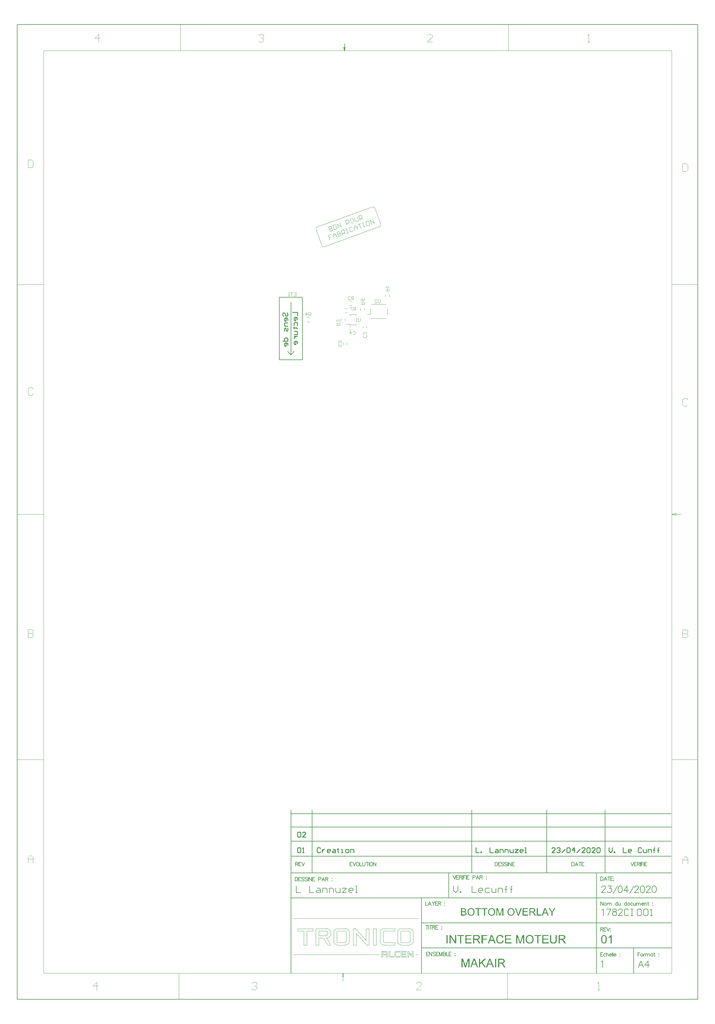
<source format=gbo>
G04*
G04 #@! TF.GenerationSoftware,Altium Limited,Altium Designer,20.0.10 (225)*
G04*
G04 Layer_Color=3407820*
%FSLAX44Y44*%
%MOMM*%
G71*
G01*
G75*
%ADD12C,0.1200*%
%ADD13C,0.1500*%
%ADD14C,0.1016*%
%ADD15C,0.1270*%
%ADD16C,0.2540*%
%ADD17C,0.0127*%
%ADD53C,0.2000*%
G36*
X893876Y-1669511D02*
Y-1679000D01*
X890897D01*
Y-1669511D01*
X882250Y-1656590D01*
X885845D01*
X890249Y-1663390D01*
Y-1663423D01*
X890314Y-1663488D01*
X890379Y-1663585D01*
X890443Y-1663714D01*
X890573Y-1663876D01*
X890703Y-1664070D01*
X890994Y-1664556D01*
X891350Y-1665139D01*
X891739Y-1665787D01*
X892160Y-1666467D01*
X892549Y-1667180D01*
Y-1667147D01*
X892581Y-1667082D01*
X892646Y-1666985D01*
X892743Y-1666856D01*
X892840Y-1666694D01*
X892970Y-1666499D01*
X893261Y-1666014D01*
X893617Y-1665431D01*
X894038Y-1664751D01*
X894524Y-1664006D01*
X895042Y-1663196D01*
X899349Y-1656590D01*
X902815D01*
X893876Y-1669511D01*
D02*
G37*
G36*
X744031Y-1679000D02*
X741181D01*
Y-1660249D01*
X734639Y-1679000D01*
X731984D01*
X725507Y-1659925D01*
Y-1679000D01*
X722657D01*
Y-1656590D01*
X727094D01*
X732405Y-1672491D01*
Y-1672523D01*
X732437Y-1672588D01*
X732469Y-1672685D01*
X732534Y-1672847D01*
X732664Y-1673235D01*
X732826Y-1673721D01*
X732988Y-1674272D01*
X733182Y-1674822D01*
X733344Y-1675341D01*
X733473Y-1675794D01*
X733506Y-1675729D01*
X733538Y-1675567D01*
X733635Y-1675276D01*
X733765Y-1674887D01*
X733927Y-1674369D01*
X734154Y-1673754D01*
X734380Y-1673041D01*
X734672Y-1672199D01*
X740048Y-1656590D01*
X744031D01*
Y-1679000D01*
D02*
G37*
G36*
X791378D02*
X788269D01*
X779590Y-1656590D01*
X782828D01*
X788658Y-1672879D01*
Y-1672912D01*
X788690Y-1672976D01*
X788722Y-1673073D01*
X788787Y-1673203D01*
X788819Y-1673397D01*
X788884Y-1673592D01*
X789046Y-1674077D01*
X789240Y-1674628D01*
X789435Y-1675243D01*
X789823Y-1676539D01*
Y-1676506D01*
X789856Y-1676442D01*
X789888Y-1676344D01*
X789921Y-1676215D01*
X790018Y-1675859D01*
X790180Y-1675373D01*
X790341Y-1674822D01*
X790536Y-1674207D01*
X790762Y-1673559D01*
X791022Y-1672879D01*
X797110Y-1656590D01*
X800122D01*
X791378Y-1679000D01*
D02*
G37*
G36*
X882218D02*
X878850D01*
X876227Y-1672199D01*
X866835D01*
X864406Y-1679000D01*
X861265D01*
X869814Y-1656590D01*
X873053D01*
X882218Y-1679000D01*
D02*
G37*
G36*
X849153Y-1676344D02*
X860196D01*
Y-1679000D01*
X846173D01*
Y-1656590D01*
X849153D01*
Y-1676344D01*
D02*
G37*
G36*
X834385Y-1656622D02*
X834677D01*
X835357Y-1656654D01*
X836069Y-1656752D01*
X836846Y-1656849D01*
X837559Y-1657011D01*
X837915Y-1657108D01*
X838206Y-1657205D01*
X838239D01*
X838271Y-1657237D01*
X838466Y-1657334D01*
X838757Y-1657464D01*
X839113Y-1657691D01*
X839502Y-1657982D01*
X839923Y-1658371D01*
X840312Y-1658824D01*
X840700Y-1659342D01*
Y-1659375D01*
X840732Y-1659407D01*
X840862Y-1659601D01*
X840992Y-1659925D01*
X841186Y-1660346D01*
X841348Y-1660832D01*
X841510Y-1661415D01*
X841607Y-1662030D01*
X841639Y-1662710D01*
Y-1662743D01*
Y-1662807D01*
Y-1662937D01*
X841607Y-1663099D01*
Y-1663326D01*
X841574Y-1663552D01*
X841445Y-1664103D01*
X841251Y-1664751D01*
X840992Y-1665431D01*
X840603Y-1666111D01*
X840344Y-1666435D01*
X840085Y-1666759D01*
X840052Y-1666791D01*
X840020Y-1666823D01*
X839923Y-1666920D01*
X839793Y-1667018D01*
X839631Y-1667147D01*
X839437Y-1667277D01*
X839178Y-1667439D01*
X838919Y-1667633D01*
X838595Y-1667795D01*
X838239Y-1667957D01*
X837850Y-1668151D01*
X837429Y-1668313D01*
X836944Y-1668443D01*
X836458Y-1668604D01*
X835907Y-1668702D01*
X835324Y-1668799D01*
X835389Y-1668831D01*
X835518Y-1668896D01*
X835713Y-1669025D01*
X835972Y-1669155D01*
X836555Y-1669511D01*
X836846Y-1669738D01*
X837105Y-1669932D01*
X837170Y-1669997D01*
X837332Y-1670159D01*
X837591Y-1670418D01*
X837915Y-1670742D01*
X838271Y-1671195D01*
X838692Y-1671681D01*
X839113Y-1672264D01*
X839567Y-1672912D01*
X843420Y-1679000D01*
X839729D01*
X836782Y-1674337D01*
Y-1674304D01*
X836717Y-1674239D01*
X836652Y-1674142D01*
X836555Y-1674013D01*
X836328Y-1673656D01*
X836037Y-1673203D01*
X835680Y-1672717D01*
X835324Y-1672199D01*
X834968Y-1671713D01*
X834644Y-1671260D01*
X834612Y-1671228D01*
X834515Y-1671098D01*
X834353Y-1670904D01*
X834126Y-1670677D01*
X833640Y-1670191D01*
X833381Y-1669965D01*
X833122Y-1669770D01*
X833090Y-1669738D01*
X833025Y-1669706D01*
X832895Y-1669641D01*
X832701Y-1669544D01*
X832507Y-1669446D01*
X832280Y-1669349D01*
X831762Y-1669187D01*
X831730D01*
X831665Y-1669155D01*
X831535D01*
X831373Y-1669123D01*
X831147Y-1669090D01*
X830888D01*
X830531Y-1669058D01*
X826710D01*
Y-1679000D01*
X823730D01*
Y-1656590D01*
X834126D01*
X834385Y-1656622D01*
D02*
G37*
G36*
X819067Y-1659245D02*
X805822D01*
Y-1666078D01*
X818225D01*
Y-1668734D01*
X805822D01*
Y-1676344D01*
X819585D01*
Y-1679000D01*
X802842D01*
Y-1656590D01*
X819067D01*
Y-1659245D01*
D02*
G37*
G36*
X695324D02*
X687940D01*
Y-1679000D01*
X684961D01*
Y-1659245D01*
X677577D01*
Y-1656590D01*
X695324D01*
Y-1659245D01*
D02*
G37*
G36*
X676184D02*
X668801D01*
Y-1679000D01*
X665821D01*
Y-1659245D01*
X658437D01*
Y-1656590D01*
X676184D01*
Y-1659245D01*
D02*
G37*
G36*
X623785Y-1656622D02*
X624044D01*
X624627Y-1656687D01*
X625275Y-1656752D01*
X625955Y-1656881D01*
X626635Y-1657043D01*
X627251Y-1657270D01*
X627283D01*
X627315Y-1657302D01*
X627510Y-1657399D01*
X627801Y-1657561D01*
X628125Y-1657788D01*
X628514Y-1658079D01*
X628935Y-1658436D01*
X629323Y-1658889D01*
X629679Y-1659375D01*
X629712Y-1659440D01*
X629809Y-1659634D01*
X629971Y-1659893D01*
X630133Y-1660282D01*
X630295Y-1660735D01*
X630457Y-1661221D01*
X630554Y-1661771D01*
X630586Y-1662322D01*
Y-1662386D01*
Y-1662548D01*
X630554Y-1662840D01*
X630489Y-1663196D01*
X630392Y-1663617D01*
X630230Y-1664070D01*
X630036Y-1664524D01*
X629777Y-1665010D01*
X629744Y-1665074D01*
X629647Y-1665204D01*
X629453Y-1665463D01*
X629194Y-1665722D01*
X628870Y-1666046D01*
X628481Y-1666402D01*
X627995Y-1666726D01*
X627445Y-1667050D01*
X627477D01*
X627542Y-1667082D01*
X627639Y-1667115D01*
X627769Y-1667180D01*
X628157Y-1667309D01*
X628611Y-1667536D01*
X629097Y-1667827D01*
X629647Y-1668183D01*
X630133Y-1668604D01*
X630586Y-1669123D01*
X630619Y-1669187D01*
X630748Y-1669382D01*
X630942Y-1669673D01*
X631137Y-1670062D01*
X631331Y-1670580D01*
X631525Y-1671130D01*
X631655Y-1671778D01*
X631687Y-1672491D01*
Y-1672523D01*
Y-1672555D01*
Y-1672750D01*
X631655Y-1673073D01*
X631590Y-1673462D01*
X631525Y-1673916D01*
X631396Y-1674401D01*
X631234Y-1674919D01*
X631007Y-1675438D01*
X630975Y-1675502D01*
X630878Y-1675664D01*
X630748Y-1675891D01*
X630554Y-1676215D01*
X630295Y-1676539D01*
X630036Y-1676895D01*
X629712Y-1677251D01*
X629356Y-1677543D01*
X629323Y-1677575D01*
X629194Y-1677672D01*
X628967Y-1677802D01*
X628676Y-1677931D01*
X628319Y-1678126D01*
X627898Y-1678320D01*
X627445Y-1678482D01*
X626894Y-1678644D01*
X626830D01*
X626635Y-1678708D01*
X626311Y-1678741D01*
X625890Y-1678806D01*
X625372Y-1678871D01*
X624757Y-1678935D01*
X624077Y-1678968D01*
X623300Y-1679000D01*
X614750D01*
Y-1656590D01*
X623559D01*
X623785Y-1656622D01*
D02*
G37*
G36*
X767899Y-1656233D02*
X768190D01*
X768482Y-1656266D01*
X768870Y-1656331D01*
X769259Y-1656395D01*
X770101Y-1656557D01*
X771072Y-1656816D01*
X772012Y-1657205D01*
X772497Y-1657432D01*
X772983Y-1657691D01*
X773016Y-1657723D01*
X773080Y-1657755D01*
X773210Y-1657853D01*
X773404Y-1657950D01*
X773598Y-1658112D01*
X773857Y-1658306D01*
X774408Y-1658759D01*
X774991Y-1659342D01*
X775639Y-1660055D01*
X776254Y-1660897D01*
X776772Y-1661836D01*
Y-1661868D01*
X776837Y-1661965D01*
X776902Y-1662095D01*
X776966Y-1662289D01*
X777096Y-1662548D01*
X777193Y-1662840D01*
X777323Y-1663196D01*
X777452Y-1663585D01*
X777549Y-1664006D01*
X777679Y-1664459D01*
X777809Y-1664977D01*
X777906Y-1665495D01*
X778035Y-1666629D01*
X778100Y-1667860D01*
Y-1667892D01*
Y-1668022D01*
Y-1668183D01*
X778068Y-1668443D01*
Y-1668734D01*
X778035Y-1669090D01*
X777970Y-1669479D01*
X777938Y-1669900D01*
X777776Y-1670839D01*
X777517Y-1671875D01*
X777161Y-1672912D01*
X776966Y-1673430D01*
X776707Y-1673948D01*
Y-1673980D01*
X776643Y-1674077D01*
X776578Y-1674207D01*
X776448Y-1674401D01*
X776319Y-1674628D01*
X776157Y-1674855D01*
X775704Y-1675470D01*
X775153Y-1676118D01*
X774505Y-1676798D01*
X773728Y-1677446D01*
X772821Y-1678028D01*
X772789D01*
X772724Y-1678093D01*
X772562Y-1678158D01*
X772368Y-1678255D01*
X772141Y-1678352D01*
X771882Y-1678449D01*
X771558Y-1678579D01*
X771202Y-1678708D01*
X770813Y-1678838D01*
X770392Y-1678968D01*
X769453Y-1679162D01*
X768449Y-1679324D01*
X767381Y-1679389D01*
X767057D01*
X766862Y-1679356D01*
X766571D01*
X766247Y-1679292D01*
X765891Y-1679259D01*
X765470Y-1679194D01*
X764595Y-1679000D01*
X763656Y-1678741D01*
X762685Y-1678352D01*
X762199Y-1678126D01*
X761713Y-1677867D01*
X761681Y-1677834D01*
X761616Y-1677802D01*
X761486Y-1677705D01*
X761292Y-1677575D01*
X761098Y-1677446D01*
X760871Y-1677251D01*
X760321Y-1676765D01*
X759705Y-1676183D01*
X759058Y-1675470D01*
X758475Y-1674660D01*
X757924Y-1673721D01*
Y-1673689D01*
X757859Y-1673592D01*
X757794Y-1673462D01*
X757730Y-1673268D01*
X757633Y-1673009D01*
X757535Y-1672717D01*
X757406Y-1672393D01*
X757309Y-1672037D01*
X757179Y-1671616D01*
X757050Y-1671195D01*
X756855Y-1670224D01*
X756726Y-1669220D01*
X756661Y-1668119D01*
Y-1668086D01*
Y-1668054D01*
Y-1667860D01*
X756693Y-1667568D01*
Y-1667180D01*
X756758Y-1666726D01*
X756823Y-1666176D01*
X756920Y-1665560D01*
X757050Y-1664913D01*
X757179Y-1664232D01*
X757374Y-1663520D01*
X757633Y-1662807D01*
X757924Y-1662063D01*
X758248Y-1661350D01*
X758669Y-1660638D01*
X759122Y-1659990D01*
X759641Y-1659375D01*
X759673Y-1659342D01*
X759770Y-1659245D01*
X759964Y-1659083D01*
X760191Y-1658889D01*
X760482Y-1658630D01*
X760839Y-1658371D01*
X761260Y-1658079D01*
X761746Y-1657788D01*
X762264Y-1657496D01*
X762847Y-1657205D01*
X763494Y-1656946D01*
X764174Y-1656687D01*
X764919Y-1656492D01*
X765696Y-1656331D01*
X766506Y-1656233D01*
X767381Y-1656201D01*
X767672D01*
X767899Y-1656233D01*
D02*
G37*
G36*
X708731D02*
X709023D01*
X709314Y-1656266D01*
X709703Y-1656331D01*
X710091Y-1656395D01*
X710934Y-1656557D01*
X711905Y-1656816D01*
X712844Y-1657205D01*
X713330Y-1657432D01*
X713816Y-1657691D01*
X713848Y-1657723D01*
X713913Y-1657755D01*
X714042Y-1657853D01*
X714237Y-1657950D01*
X714431Y-1658112D01*
X714690Y-1658306D01*
X715241Y-1658759D01*
X715824Y-1659342D01*
X716471Y-1660055D01*
X717087Y-1660897D01*
X717605Y-1661836D01*
Y-1661868D01*
X717670Y-1661965D01*
X717734Y-1662095D01*
X717799Y-1662289D01*
X717929Y-1662548D01*
X718026Y-1662840D01*
X718155Y-1663196D01*
X718285Y-1663585D01*
X718382Y-1664006D01*
X718512Y-1664459D01*
X718641Y-1664977D01*
X718738Y-1665495D01*
X718868Y-1666629D01*
X718932Y-1667860D01*
Y-1667892D01*
Y-1668022D01*
Y-1668183D01*
X718900Y-1668443D01*
Y-1668734D01*
X718868Y-1669090D01*
X718803Y-1669479D01*
X718771Y-1669900D01*
X718609Y-1670839D01*
X718350Y-1671875D01*
X717993Y-1672912D01*
X717799Y-1673430D01*
X717540Y-1673948D01*
Y-1673980D01*
X717475Y-1674077D01*
X717411Y-1674207D01*
X717281Y-1674401D01*
X717151Y-1674628D01*
X716989Y-1674855D01*
X716536Y-1675470D01*
X715985Y-1676118D01*
X715338Y-1676798D01*
X714561Y-1677446D01*
X713654Y-1678028D01*
X713621D01*
X713557Y-1678093D01*
X713395Y-1678158D01*
X713200Y-1678255D01*
X712974Y-1678352D01*
X712715Y-1678449D01*
X712391Y-1678579D01*
X712035Y-1678708D01*
X711646Y-1678838D01*
X711225Y-1678968D01*
X710286Y-1679162D01*
X709282Y-1679324D01*
X708213Y-1679389D01*
X707889D01*
X707695Y-1679356D01*
X707403D01*
X707080Y-1679292D01*
X706723Y-1679259D01*
X706302Y-1679194D01*
X705428Y-1679000D01*
X704489Y-1678741D01*
X703517Y-1678352D01*
X703031Y-1678126D01*
X702546Y-1677867D01*
X702513Y-1677834D01*
X702449Y-1677802D01*
X702319Y-1677705D01*
X702125Y-1677575D01*
X701930Y-1677446D01*
X701704Y-1677251D01*
X701153Y-1676765D01*
X700538Y-1676183D01*
X699890Y-1675470D01*
X699307Y-1674660D01*
X698757Y-1673721D01*
Y-1673689D01*
X698692Y-1673592D01*
X698627Y-1673462D01*
X698562Y-1673268D01*
X698465Y-1673009D01*
X698368Y-1672717D01*
X698239Y-1672393D01*
X698141Y-1672037D01*
X698012Y-1671616D01*
X697882Y-1671195D01*
X697688Y-1670224D01*
X697558Y-1669220D01*
X697494Y-1668119D01*
Y-1668086D01*
Y-1668054D01*
Y-1667860D01*
X697526Y-1667568D01*
Y-1667180D01*
X697591Y-1666726D01*
X697656Y-1666176D01*
X697753Y-1665560D01*
X697882Y-1664913D01*
X698012Y-1664232D01*
X698206Y-1663520D01*
X698465Y-1662807D01*
X698757Y-1662063D01*
X699081Y-1661350D01*
X699501Y-1660638D01*
X699955Y-1659990D01*
X700473Y-1659375D01*
X700506Y-1659342D01*
X700603Y-1659245D01*
X700797Y-1659083D01*
X701024Y-1658889D01*
X701315Y-1658630D01*
X701671Y-1658371D01*
X702092Y-1658079D01*
X702578Y-1657788D01*
X703096Y-1657496D01*
X703679Y-1657205D01*
X704327Y-1656946D01*
X705007Y-1656687D01*
X705752Y-1656492D01*
X706529Y-1656331D01*
X707339Y-1656233D01*
X708213Y-1656201D01*
X708505D01*
X708731Y-1656233D01*
D02*
G37*
G36*
X646099D02*
X646390D01*
X646682Y-1656266D01*
X647070Y-1656331D01*
X647459Y-1656395D01*
X648301Y-1656557D01*
X649272Y-1656816D01*
X650212Y-1657205D01*
X650697Y-1657432D01*
X651183Y-1657691D01*
X651216Y-1657723D01*
X651280Y-1657755D01*
X651410Y-1657853D01*
X651604Y-1657950D01*
X651798Y-1658112D01*
X652057Y-1658306D01*
X652608Y-1658759D01*
X653191Y-1659342D01*
X653839Y-1660055D01*
X654454Y-1660897D01*
X654972Y-1661836D01*
Y-1661868D01*
X655037Y-1661965D01*
X655102Y-1662095D01*
X655166Y-1662289D01*
X655296Y-1662548D01*
X655393Y-1662840D01*
X655523Y-1663196D01*
X655652Y-1663585D01*
X655749Y-1664006D01*
X655879Y-1664459D01*
X656009Y-1664977D01*
X656106Y-1665495D01*
X656235Y-1666629D01*
X656300Y-1667860D01*
Y-1667892D01*
Y-1668022D01*
Y-1668183D01*
X656268Y-1668443D01*
Y-1668734D01*
X656235Y-1669090D01*
X656170Y-1669479D01*
X656138Y-1669900D01*
X655976Y-1670839D01*
X655717Y-1671875D01*
X655361Y-1672912D01*
X655166Y-1673430D01*
X654907Y-1673948D01*
Y-1673980D01*
X654843Y-1674077D01*
X654778Y-1674207D01*
X654648Y-1674401D01*
X654519Y-1674628D01*
X654357Y-1674855D01*
X653904Y-1675470D01*
X653353Y-1676118D01*
X652705Y-1676798D01*
X651928Y-1677446D01*
X651021Y-1678028D01*
X650989D01*
X650924Y-1678093D01*
X650762Y-1678158D01*
X650568Y-1678255D01*
X650341Y-1678352D01*
X650082Y-1678449D01*
X649758Y-1678579D01*
X649402Y-1678708D01*
X649013Y-1678838D01*
X648592Y-1678968D01*
X647653Y-1679162D01*
X646649Y-1679324D01*
X645581Y-1679389D01*
X645257D01*
X645062Y-1679356D01*
X644771D01*
X644447Y-1679292D01*
X644091Y-1679259D01*
X643670Y-1679194D01*
X642795Y-1679000D01*
X641856Y-1678741D01*
X640885Y-1678352D01*
X640399Y-1678126D01*
X639913Y-1677867D01*
X639881Y-1677834D01*
X639816Y-1677802D01*
X639687Y-1677705D01*
X639492Y-1677575D01*
X639298Y-1677446D01*
X639071Y-1677251D01*
X638521Y-1676765D01*
X637905Y-1676183D01*
X637258Y-1675470D01*
X636675Y-1674660D01*
X636124Y-1673721D01*
Y-1673689D01*
X636059Y-1673592D01*
X635995Y-1673462D01*
X635930Y-1673268D01*
X635833Y-1673009D01*
X635736Y-1672717D01*
X635606Y-1672393D01*
X635509Y-1672037D01*
X635379Y-1671616D01*
X635250Y-1671195D01*
X635055Y-1670224D01*
X634926Y-1669220D01*
X634861Y-1668119D01*
Y-1668086D01*
Y-1668054D01*
Y-1667860D01*
X634893Y-1667568D01*
Y-1667180D01*
X634958Y-1666726D01*
X635023Y-1666176D01*
X635120Y-1665560D01*
X635250Y-1664913D01*
X635379Y-1664232D01*
X635574Y-1663520D01*
X635833Y-1662807D01*
X636124Y-1662063D01*
X636448Y-1661350D01*
X636869Y-1660638D01*
X637322Y-1659990D01*
X637840Y-1659375D01*
X637873Y-1659342D01*
X637970Y-1659245D01*
X638164Y-1659083D01*
X638391Y-1658889D01*
X638683Y-1658630D01*
X639039Y-1658371D01*
X639460Y-1658079D01*
X639945Y-1657788D01*
X640464Y-1657496D01*
X641047Y-1657205D01*
X641694Y-1656946D01*
X642374Y-1656687D01*
X643119Y-1656492D01*
X643896Y-1656331D01*
X644706Y-1656233D01*
X645581Y-1656201D01*
X645872D01*
X646099Y-1656233D01*
D02*
G37*
G36*
X735103Y-1737966D02*
X735437Y-1738003D01*
X735844Y-1738040D01*
X736251Y-1738077D01*
X736733Y-1738188D01*
X737733Y-1738410D01*
X738844Y-1738743D01*
X739399Y-1738966D01*
X739918Y-1739225D01*
X740436Y-1739558D01*
X740955Y-1739891D01*
X740992Y-1739928D01*
X741066Y-1739966D01*
X741214Y-1740077D01*
X741399Y-1740262D01*
X741584Y-1740447D01*
X741843Y-1740706D01*
X742103Y-1741002D01*
X742399Y-1741299D01*
X742695Y-1741669D01*
X742991Y-1742113D01*
X743325Y-1742558D01*
X743621Y-1743039D01*
X743880Y-1743595D01*
X744176Y-1744150D01*
X744399Y-1744743D01*
X744621Y-1745409D01*
X741288Y-1746187D01*
Y-1746150D01*
X741251Y-1746076D01*
X741177Y-1745928D01*
X741103Y-1745743D01*
X741029Y-1745520D01*
X740918Y-1745224D01*
X740621Y-1744632D01*
X740251Y-1743965D01*
X739807Y-1743298D01*
X739251Y-1742669D01*
X738659Y-1742113D01*
X738585Y-1742039D01*
X738362Y-1741891D01*
X737992Y-1741706D01*
X737511Y-1741447D01*
X736881Y-1741225D01*
X736177Y-1741002D01*
X735325Y-1740854D01*
X734400Y-1740817D01*
X734103D01*
X733918Y-1740854D01*
X733659D01*
X733363Y-1740891D01*
X732659Y-1741002D01*
X731881Y-1741151D01*
X731067Y-1741410D01*
X730215Y-1741780D01*
X729437Y-1742262D01*
X729400D01*
X729363Y-1742336D01*
X729104Y-1742521D01*
X728771Y-1742817D01*
X728363Y-1743261D01*
X727882Y-1743817D01*
X727438Y-1744447D01*
X727030Y-1745224D01*
X726660Y-1746076D01*
Y-1746113D01*
X726623Y-1746187D01*
X726586Y-1746298D01*
X726549Y-1746483D01*
X726475Y-1746705D01*
X726401Y-1746965D01*
X726289Y-1747594D01*
X726141Y-1748335D01*
X725993Y-1749150D01*
X725919Y-1750038D01*
X725882Y-1751001D01*
Y-1751038D01*
Y-1751149D01*
Y-1751335D01*
Y-1751557D01*
X725919Y-1751816D01*
Y-1752149D01*
X725956Y-1752520D01*
X725993Y-1752927D01*
X726104Y-1753816D01*
X726289Y-1754779D01*
X726512Y-1755742D01*
X726808Y-1756705D01*
Y-1756741D01*
X726845Y-1756816D01*
X726919Y-1756927D01*
X726993Y-1757112D01*
X727215Y-1757556D01*
X727549Y-1758075D01*
X727956Y-1758667D01*
X728474Y-1759297D01*
X729067Y-1759852D01*
X729771Y-1760371D01*
X729808D01*
X729882Y-1760408D01*
X729993Y-1760482D01*
X730141Y-1760556D01*
X730326Y-1760630D01*
X730548Y-1760741D01*
X731067Y-1760963D01*
X731733Y-1761185D01*
X732474Y-1761371D01*
X733289Y-1761519D01*
X734140Y-1761556D01*
X734400D01*
X734622Y-1761519D01*
X734881D01*
X735140Y-1761482D01*
X735807Y-1761334D01*
X736585Y-1761148D01*
X737362Y-1760852D01*
X738177Y-1760445D01*
X738585Y-1760223D01*
X738955Y-1759926D01*
X738992Y-1759889D01*
X739029Y-1759852D01*
X739140Y-1759741D01*
X739288Y-1759630D01*
X739436Y-1759445D01*
X739621Y-1759223D01*
X739844Y-1759001D01*
X740029Y-1758704D01*
X740251Y-1758371D01*
X740510Y-1758001D01*
X740732Y-1757630D01*
X740955Y-1757186D01*
X741140Y-1756705D01*
X741325Y-1756186D01*
X741510Y-1755630D01*
X741658Y-1755038D01*
X745065Y-1755890D01*
Y-1755927D01*
X745028Y-1756075D01*
X744954Y-1756297D01*
X744843Y-1756593D01*
X744732Y-1756927D01*
X744584Y-1757334D01*
X744399Y-1757778D01*
X744176Y-1758260D01*
X743658Y-1759297D01*
X742991Y-1760334D01*
X742584Y-1760852D01*
X742177Y-1761371D01*
X741732Y-1761815D01*
X741214Y-1762259D01*
X741177Y-1762296D01*
X741103Y-1762370D01*
X740918Y-1762445D01*
X740732Y-1762593D01*
X740436Y-1762778D01*
X740140Y-1762963D01*
X739733Y-1763148D01*
X739325Y-1763333D01*
X738844Y-1763556D01*
X738325Y-1763741D01*
X737770Y-1763926D01*
X737177Y-1764111D01*
X736548Y-1764259D01*
X735881Y-1764333D01*
X735177Y-1764407D01*
X734437Y-1764444D01*
X734029D01*
X733733Y-1764407D01*
X733400D01*
X732992Y-1764370D01*
X732548Y-1764296D01*
X732030Y-1764222D01*
X730956Y-1764037D01*
X729845Y-1763741D01*
X728734Y-1763333D01*
X728215Y-1763074D01*
X727697Y-1762778D01*
X727660Y-1762741D01*
X727586Y-1762704D01*
X727438Y-1762593D01*
X727289Y-1762445D01*
X727067Y-1762296D01*
X726808Y-1762074D01*
X726512Y-1761815D01*
X726215Y-1761519D01*
X725919Y-1761185D01*
X725586Y-1760852D01*
X724919Y-1760000D01*
X724290Y-1759001D01*
X723734Y-1757890D01*
Y-1757852D01*
X723660Y-1757741D01*
X723623Y-1757556D01*
X723512Y-1757334D01*
X723438Y-1757038D01*
X723327Y-1756667D01*
X723179Y-1756260D01*
X723067Y-1755816D01*
X722956Y-1755334D01*
X722808Y-1754779D01*
X722623Y-1753631D01*
X722475Y-1752334D01*
X722401Y-1751001D01*
Y-1750964D01*
Y-1750816D01*
Y-1750594D01*
X722438Y-1750335D01*
Y-1749964D01*
X722475Y-1749594D01*
X722512Y-1749113D01*
X722586Y-1748631D01*
X722771Y-1747557D01*
X723030Y-1746372D01*
X723401Y-1745187D01*
X723919Y-1744039D01*
X723956Y-1744002D01*
X723993Y-1743891D01*
X724067Y-1743743D01*
X724216Y-1743558D01*
X724364Y-1743298D01*
X724549Y-1743002D01*
X725030Y-1742336D01*
X725660Y-1741595D01*
X726401Y-1740854D01*
X727252Y-1740114D01*
X728252Y-1739484D01*
X728289Y-1739447D01*
X728400Y-1739410D01*
X728549Y-1739336D01*
X728734Y-1739225D01*
X729030Y-1739114D01*
X729326Y-1739003D01*
X729697Y-1738855D01*
X730104Y-1738706D01*
X730548Y-1738558D01*
X731030Y-1738410D01*
X732067Y-1738188D01*
X733252Y-1738003D01*
X734474Y-1737929D01*
X734844D01*
X735103Y-1737966D01*
D02*
G37*
G36*
X600303Y-1764000D02*
X596784D01*
X583378Y-1743891D01*
Y-1764000D01*
X580119D01*
Y-1738373D01*
X583601D01*
X597044Y-1758519D01*
Y-1738373D01*
X600303D01*
Y-1764000D01*
D02*
G37*
G36*
X807429D02*
X804170D01*
Y-1742558D01*
X796690Y-1764000D01*
X793653D01*
X786246Y-1742187D01*
Y-1764000D01*
X782987D01*
Y-1738373D01*
X788061D01*
X794134Y-1756556D01*
Y-1756593D01*
X794171Y-1756667D01*
X794208Y-1756779D01*
X794282Y-1756964D01*
X794430Y-1757408D01*
X794616Y-1757964D01*
X794801Y-1758593D01*
X795023Y-1759223D01*
X795208Y-1759815D01*
X795356Y-1760334D01*
X795393Y-1760260D01*
X795430Y-1760074D01*
X795542Y-1759741D01*
X795690Y-1759297D01*
X795875Y-1758704D01*
X796134Y-1758001D01*
X796393Y-1757186D01*
X796727Y-1756223D01*
X802874Y-1738373D01*
X807429D01*
Y-1764000D01*
D02*
G37*
G36*
X906752Y-1753186D02*
Y-1753223D01*
Y-1753371D01*
Y-1753557D01*
Y-1753816D01*
X906715Y-1754149D01*
Y-1754520D01*
X906678Y-1754964D01*
X906641Y-1755408D01*
X906530Y-1756408D01*
X906382Y-1757445D01*
X906160Y-1758445D01*
X906012Y-1758927D01*
X905863Y-1759371D01*
Y-1759408D01*
X905826Y-1759482D01*
X905752Y-1759593D01*
X905678Y-1759741D01*
X905456Y-1760148D01*
X905123Y-1760667D01*
X904678Y-1761259D01*
X904160Y-1761852D01*
X903493Y-1762482D01*
X902679Y-1763037D01*
X902642D01*
X902568Y-1763111D01*
X902456Y-1763148D01*
X902271Y-1763259D01*
X902049Y-1763370D01*
X901753Y-1763481D01*
X901457Y-1763593D01*
X901086Y-1763741D01*
X900679Y-1763889D01*
X900234Y-1764000D01*
X899753Y-1764111D01*
X899197Y-1764222D01*
X898642Y-1764296D01*
X898049Y-1764370D01*
X896716Y-1764444D01*
X896383D01*
X896124Y-1764407D01*
X895827D01*
X895457Y-1764370D01*
X895050Y-1764333D01*
X894642Y-1764296D01*
X893717Y-1764148D01*
X892717Y-1763926D01*
X891754Y-1763630D01*
X890828Y-1763222D01*
X890791D01*
X890717Y-1763148D01*
X890606Y-1763074D01*
X890458Y-1763000D01*
X890050Y-1762704D01*
X889569Y-1762296D01*
X889013Y-1761778D01*
X888495Y-1761185D01*
X887976Y-1760445D01*
X887569Y-1759630D01*
Y-1759593D01*
X887532Y-1759519D01*
X887495Y-1759371D01*
X887421Y-1759186D01*
X887347Y-1758963D01*
X887273Y-1758667D01*
X887162Y-1758334D01*
X887088Y-1757927D01*
X887013Y-1757482D01*
X886902Y-1757001D01*
X886828Y-1756482D01*
X886754Y-1755927D01*
X886680Y-1755297D01*
X886643Y-1754631D01*
X886606Y-1753927D01*
Y-1753186D01*
Y-1738373D01*
X890013D01*
Y-1753186D01*
Y-1753223D01*
Y-1753334D01*
Y-1753520D01*
Y-1753742D01*
X890050Y-1754001D01*
Y-1754334D01*
X890087Y-1755038D01*
X890161Y-1755853D01*
X890272Y-1756667D01*
X890421Y-1757445D01*
X890495Y-1757778D01*
X890606Y-1758112D01*
X890643Y-1758186D01*
X890717Y-1758371D01*
X890902Y-1758630D01*
X891124Y-1759001D01*
X891383Y-1759371D01*
X891754Y-1759778D01*
X892198Y-1760186D01*
X892717Y-1760519D01*
X892791Y-1760556D01*
X892976Y-1760667D01*
X893309Y-1760778D01*
X893754Y-1760926D01*
X894272Y-1761111D01*
X894939Y-1761223D01*
X895642Y-1761334D01*
X896420Y-1761371D01*
X896790D01*
X897012Y-1761334D01*
X897346D01*
X897679Y-1761297D01*
X898494Y-1761148D01*
X899383Y-1760963D01*
X900234Y-1760667D01*
X901049Y-1760260D01*
X901419Y-1760000D01*
X901753Y-1759704D01*
X901790Y-1759667D01*
X901827Y-1759630D01*
X901901Y-1759519D01*
X902012Y-1759371D01*
X902123Y-1759149D01*
X902271Y-1758927D01*
X902419Y-1758593D01*
X902568Y-1758260D01*
X902716Y-1757852D01*
X902827Y-1757371D01*
X902975Y-1756816D01*
X903086Y-1756223D01*
X903197Y-1755556D01*
X903271Y-1754853D01*
X903345Y-1754038D01*
Y-1753186D01*
Y-1738373D01*
X906752D01*
Y-1753186D01*
D02*
G37*
G36*
X1074174Y-1764000D02*
X1071027D01*
Y-1743965D01*
X1070990Y-1744002D01*
X1070805Y-1744150D01*
X1070582Y-1744372D01*
X1070212Y-1744632D01*
X1069805Y-1744965D01*
X1069286Y-1745335D01*
X1068694Y-1745743D01*
X1068027Y-1746150D01*
X1067990D01*
X1067953Y-1746187D01*
X1067731Y-1746335D01*
X1067360Y-1746520D01*
X1066916Y-1746743D01*
X1066397Y-1747002D01*
X1065842Y-1747261D01*
X1065286Y-1747520D01*
X1064731Y-1747742D01*
Y-1744706D01*
X1064768D01*
X1064842Y-1744632D01*
X1064990Y-1744595D01*
X1065175Y-1744483D01*
X1065398Y-1744372D01*
X1065657Y-1744224D01*
X1066286Y-1743854D01*
X1067027Y-1743447D01*
X1067768Y-1742928D01*
X1068545Y-1742336D01*
X1069323Y-1741706D01*
X1069360Y-1741669D01*
X1069397Y-1741632D01*
X1069508Y-1741521D01*
X1069656Y-1741410D01*
X1069990Y-1741039D01*
X1070434Y-1740595D01*
X1070879Y-1740077D01*
X1071360Y-1739484D01*
X1071767Y-1738891D01*
X1072138Y-1738262D01*
X1074174D01*
Y-1764000D01*
D02*
G37*
G36*
X924639Y-1738410D02*
X924973D01*
X925750Y-1738447D01*
X926565Y-1738558D01*
X927454Y-1738669D01*
X928269Y-1738855D01*
X928676Y-1738966D01*
X929009Y-1739077D01*
X929046D01*
X929083Y-1739114D01*
X929305Y-1739225D01*
X929639Y-1739373D01*
X930046Y-1739632D01*
X930490Y-1739966D01*
X930972Y-1740410D01*
X931416Y-1740928D01*
X931861Y-1741521D01*
Y-1741558D01*
X931898Y-1741595D01*
X932046Y-1741817D01*
X932194Y-1742187D01*
X932416Y-1742669D01*
X932601Y-1743224D01*
X932787Y-1743891D01*
X932898Y-1744595D01*
X932935Y-1745372D01*
Y-1745409D01*
Y-1745483D01*
Y-1745632D01*
X932898Y-1745817D01*
Y-1746076D01*
X932861Y-1746335D01*
X932712Y-1746965D01*
X932490Y-1747705D01*
X932194Y-1748483D01*
X931750Y-1749261D01*
X931453Y-1749631D01*
X931157Y-1750002D01*
X931120Y-1750038D01*
X931083Y-1750076D01*
X930972Y-1750187D01*
X930824Y-1750298D01*
X930639Y-1750446D01*
X930416Y-1750594D01*
X930120Y-1750779D01*
X929824Y-1751001D01*
X929454Y-1751187D01*
X929046Y-1751372D01*
X928602Y-1751594D01*
X928120Y-1751779D01*
X927565Y-1751927D01*
X927009Y-1752112D01*
X926380Y-1752223D01*
X925713Y-1752334D01*
X925787Y-1752372D01*
X925935Y-1752446D01*
X926158Y-1752594D01*
X926454Y-1752742D01*
X927121Y-1753149D01*
X927454Y-1753409D01*
X927750Y-1753631D01*
X927824Y-1753705D01*
X928009Y-1753890D01*
X928306Y-1754186D01*
X928676Y-1754556D01*
X929083Y-1755075D01*
X929565Y-1755630D01*
X930046Y-1756297D01*
X930565Y-1757038D01*
X934971Y-1764000D01*
X930750D01*
X927380Y-1758667D01*
Y-1758630D01*
X927306Y-1758556D01*
X927232Y-1758445D01*
X927121Y-1758297D01*
X926861Y-1757890D01*
X926528Y-1757371D01*
X926121Y-1756816D01*
X925713Y-1756223D01*
X925306Y-1755668D01*
X924936Y-1755149D01*
X924899Y-1755112D01*
X924787Y-1754964D01*
X924602Y-1754742D01*
X924343Y-1754483D01*
X923788Y-1753927D01*
X923491Y-1753668D01*
X923195Y-1753445D01*
X923158Y-1753409D01*
X923084Y-1753371D01*
X922936Y-1753297D01*
X922713Y-1753186D01*
X922491Y-1753075D01*
X922232Y-1752964D01*
X921640Y-1752779D01*
X921602D01*
X921528Y-1752742D01*
X921380D01*
X921195Y-1752705D01*
X920936Y-1752668D01*
X920640D01*
X920232Y-1752631D01*
X915862D01*
Y-1764000D01*
X912455D01*
Y-1738373D01*
X924343D01*
X924639Y-1738410D01*
D02*
G37*
G36*
X881273Y-1741410D02*
X866127D01*
Y-1749224D01*
X880311D01*
Y-1752260D01*
X866127D01*
Y-1760963D01*
X881866D01*
Y-1764000D01*
X862720D01*
Y-1738373D01*
X881273D01*
Y-1741410D01*
D02*
G37*
G36*
X859165D02*
X850721D01*
Y-1764000D01*
X847314D01*
Y-1741410D01*
X838870D01*
Y-1738373D01*
X859165D01*
Y-1741410D01*
D02*
G37*
G36*
X767841D02*
X752694D01*
Y-1749224D01*
X766878D01*
Y-1752260D01*
X752694D01*
Y-1760963D01*
X768433D01*
Y-1764000D01*
X749287D01*
Y-1738373D01*
X767841D01*
Y-1741410D01*
D02*
G37*
G36*
X720660Y-1764000D02*
X716809D01*
X713809Y-1756223D01*
X703070D01*
X700292Y-1764000D01*
X696700D01*
X706477Y-1738373D01*
X710180D01*
X720660Y-1764000D01*
D02*
G37*
G36*
X695107Y-1741410D02*
X681183D01*
Y-1749335D01*
X693219D01*
Y-1752372D01*
X681183D01*
Y-1764000D01*
X677776D01*
Y-1738373D01*
X695107D01*
Y-1741410D01*
D02*
G37*
G36*
X664000Y-1738410D02*
X664333D01*
X665111Y-1738447D01*
X665925Y-1738558D01*
X666814Y-1738669D01*
X667629Y-1738855D01*
X668036Y-1738966D01*
X668370Y-1739077D01*
X668407D01*
X668444Y-1739114D01*
X668666Y-1739225D01*
X668999Y-1739373D01*
X669406Y-1739632D01*
X669851Y-1739966D01*
X670332Y-1740410D01*
X670777Y-1740928D01*
X671221Y-1741521D01*
Y-1741558D01*
X671258Y-1741595D01*
X671406Y-1741817D01*
X671554Y-1742187D01*
X671777Y-1742669D01*
X671962Y-1743224D01*
X672147Y-1743891D01*
X672258Y-1744595D01*
X672295Y-1745372D01*
Y-1745409D01*
Y-1745483D01*
Y-1745632D01*
X672258Y-1745817D01*
Y-1746076D01*
X672221Y-1746335D01*
X672073Y-1746965D01*
X671851Y-1747705D01*
X671554Y-1748483D01*
X671110Y-1749261D01*
X670814Y-1749631D01*
X670517Y-1750002D01*
X670480Y-1750038D01*
X670443Y-1750076D01*
X670332Y-1750187D01*
X670184Y-1750298D01*
X669999Y-1750446D01*
X669777Y-1750594D01*
X669481Y-1750779D01*
X669184Y-1751001D01*
X668814Y-1751187D01*
X668407Y-1751372D01*
X667962Y-1751594D01*
X667481Y-1751779D01*
X666925Y-1751927D01*
X666370Y-1752112D01*
X665740Y-1752223D01*
X665073Y-1752334D01*
X665148Y-1752372D01*
X665296Y-1752446D01*
X665518Y-1752594D01*
X665814Y-1752742D01*
X666481Y-1753149D01*
X666814Y-1753409D01*
X667110Y-1753631D01*
X667184Y-1753705D01*
X667370Y-1753890D01*
X667666Y-1754186D01*
X668036Y-1754556D01*
X668444Y-1755075D01*
X668925Y-1755630D01*
X669406Y-1756297D01*
X669925Y-1757038D01*
X674332Y-1764000D01*
X670110D01*
X666740Y-1758667D01*
Y-1758630D01*
X666666Y-1758556D01*
X666592Y-1758445D01*
X666481Y-1758297D01*
X666222Y-1757890D01*
X665888Y-1757371D01*
X665481Y-1756816D01*
X665073Y-1756223D01*
X664666Y-1755668D01*
X664296Y-1755149D01*
X664259Y-1755112D01*
X664148Y-1754964D01*
X663963Y-1754742D01*
X663703Y-1754483D01*
X663148Y-1753927D01*
X662852Y-1753668D01*
X662555Y-1753445D01*
X662518Y-1753409D01*
X662444Y-1753371D01*
X662296Y-1753297D01*
X662074Y-1753186D01*
X661852Y-1753075D01*
X661592Y-1752964D01*
X661000Y-1752779D01*
X660963D01*
X660889Y-1752742D01*
X660741D01*
X660555Y-1752705D01*
X660296Y-1752668D01*
X660000D01*
X659593Y-1752631D01*
X655223D01*
Y-1764000D01*
X651816D01*
Y-1738373D01*
X663703D01*
X664000Y-1738410D01*
D02*
G37*
G36*
X646483Y-1741410D02*
X631336D01*
Y-1749224D01*
X645520D01*
Y-1752260D01*
X631336D01*
Y-1760963D01*
X647075D01*
Y-1764000D01*
X627929D01*
Y-1738373D01*
X646483D01*
Y-1741410D01*
D02*
G37*
G36*
X624374D02*
X615930D01*
Y-1764000D01*
X612523D01*
Y-1741410D01*
X604080D01*
Y-1738373D01*
X624374D01*
Y-1741410D01*
D02*
G37*
G36*
X574157Y-1764000D02*
X570750D01*
Y-1738373D01*
X574157D01*
Y-1764000D01*
D02*
G37*
G36*
X1051510Y-1738299D02*
X1051992Y-1738373D01*
X1052547Y-1738484D01*
X1053140Y-1738632D01*
X1053769Y-1738817D01*
X1054362Y-1739114D01*
X1054399D01*
X1054436Y-1739151D01*
X1054621Y-1739262D01*
X1054917Y-1739447D01*
X1055288Y-1739706D01*
X1055695Y-1740077D01*
X1056139Y-1740484D01*
X1056547Y-1740965D01*
X1056954Y-1741521D01*
X1056991Y-1741595D01*
X1057139Y-1741780D01*
X1057287Y-1742113D01*
X1057547Y-1742595D01*
X1057769Y-1743150D01*
X1058065Y-1743780D01*
X1058324Y-1744521D01*
X1058547Y-1745335D01*
Y-1745372D01*
X1058584Y-1745446D01*
X1058621Y-1745558D01*
X1058658Y-1745743D01*
X1058695Y-1745965D01*
X1058732Y-1746224D01*
X1058806Y-1746557D01*
X1058843Y-1746928D01*
X1058917Y-1747335D01*
X1058954Y-1747780D01*
X1058991Y-1748298D01*
X1059065Y-1748816D01*
X1059102Y-1749409D01*
Y-1750002D01*
X1059139Y-1750668D01*
Y-1751372D01*
Y-1751409D01*
Y-1751557D01*
Y-1751816D01*
Y-1752112D01*
X1059102Y-1752520D01*
Y-1752964D01*
X1059065Y-1753445D01*
X1059028Y-1753964D01*
X1058917Y-1755149D01*
X1058732Y-1756371D01*
X1058509Y-1757556D01*
X1058361Y-1758112D01*
X1058176Y-1758667D01*
Y-1758704D01*
X1058139Y-1758778D01*
X1058065Y-1758927D01*
X1057991Y-1759112D01*
X1057917Y-1759371D01*
X1057769Y-1759630D01*
X1057473Y-1760260D01*
X1057102Y-1760926D01*
X1056621Y-1761667D01*
X1056065Y-1762334D01*
X1055399Y-1762963D01*
X1055362D01*
X1055325Y-1763037D01*
X1055213Y-1763111D01*
X1055065Y-1763185D01*
X1054880Y-1763296D01*
X1054695Y-1763445D01*
X1054139Y-1763704D01*
X1053473Y-1763963D01*
X1052695Y-1764222D01*
X1051769Y-1764370D01*
X1050770Y-1764444D01*
X1050399D01*
X1050140Y-1764407D01*
X1049844Y-1764370D01*
X1049473Y-1764296D01*
X1049066Y-1764222D01*
X1048622Y-1764111D01*
X1048177Y-1763963D01*
X1047696Y-1763815D01*
X1047214Y-1763593D01*
X1046733Y-1763333D01*
X1046252Y-1763037D01*
X1045770Y-1762667D01*
X1045326Y-1762259D01*
X1044918Y-1761815D01*
X1044881Y-1761778D01*
X1044807Y-1761667D01*
X1044696Y-1761482D01*
X1044511Y-1761185D01*
X1044326Y-1760852D01*
X1044141Y-1760408D01*
X1043881Y-1759889D01*
X1043659Y-1759297D01*
X1043437Y-1758630D01*
X1043215Y-1757852D01*
X1042992Y-1757001D01*
X1042807Y-1756038D01*
X1042622Y-1755001D01*
X1042511Y-1753890D01*
X1042437Y-1752668D01*
X1042400Y-1751372D01*
Y-1751335D01*
Y-1751187D01*
Y-1750927D01*
Y-1750631D01*
X1042437Y-1750224D01*
Y-1749779D01*
X1042474Y-1749298D01*
X1042511Y-1748742D01*
X1042622Y-1747594D01*
X1042807Y-1746372D01*
X1043030Y-1745150D01*
X1043178Y-1744595D01*
X1043326Y-1744039D01*
Y-1744002D01*
X1043363Y-1743928D01*
X1043437Y-1743780D01*
X1043511Y-1743595D01*
X1043585Y-1743336D01*
X1043733Y-1743076D01*
X1044029Y-1742447D01*
X1044400Y-1741780D01*
X1044881Y-1741077D01*
X1045437Y-1740373D01*
X1046103Y-1739780D01*
X1046140D01*
X1046177Y-1739706D01*
X1046289Y-1739632D01*
X1046437Y-1739558D01*
X1046622Y-1739410D01*
X1046844Y-1739299D01*
X1047400Y-1739003D01*
X1048066Y-1738743D01*
X1048844Y-1738484D01*
X1049770Y-1738336D01*
X1050770Y-1738262D01*
X1051103D01*
X1051510Y-1738299D01*
D02*
G37*
G36*
X824761Y-1737966D02*
X825094D01*
X825427Y-1738003D01*
X825872Y-1738077D01*
X826316Y-1738151D01*
X827279Y-1738336D01*
X828390Y-1738632D01*
X829464Y-1739077D01*
X830019Y-1739336D01*
X830575Y-1739632D01*
X830612Y-1739669D01*
X830686Y-1739706D01*
X830834Y-1739817D01*
X831056Y-1739928D01*
X831279Y-1740114D01*
X831575Y-1740336D01*
X832204Y-1740854D01*
X832871Y-1741521D01*
X833612Y-1742336D01*
X834315Y-1743298D01*
X834908Y-1744372D01*
Y-1744409D01*
X834982Y-1744521D01*
X835056Y-1744669D01*
X835130Y-1744891D01*
X835278Y-1745187D01*
X835389Y-1745520D01*
X835537Y-1745928D01*
X835686Y-1746372D01*
X835797Y-1746854D01*
X835945Y-1747372D01*
X836093Y-1747965D01*
X836204Y-1748557D01*
X836352Y-1749853D01*
X836426Y-1751261D01*
Y-1751298D01*
Y-1751446D01*
Y-1751631D01*
X836389Y-1751927D01*
Y-1752260D01*
X836352Y-1752668D01*
X836278Y-1753112D01*
X836241Y-1753594D01*
X836056Y-1754668D01*
X835760Y-1755853D01*
X835352Y-1757038D01*
X835130Y-1757630D01*
X834834Y-1758223D01*
Y-1758260D01*
X834760Y-1758371D01*
X834686Y-1758519D01*
X834538Y-1758741D01*
X834389Y-1759001D01*
X834204Y-1759260D01*
X833686Y-1759963D01*
X833056Y-1760704D01*
X832316Y-1761482D01*
X831427Y-1762222D01*
X830390Y-1762889D01*
X830353D01*
X830279Y-1762963D01*
X830094Y-1763037D01*
X829871Y-1763148D01*
X829612Y-1763259D01*
X829316Y-1763370D01*
X828945Y-1763519D01*
X828538Y-1763667D01*
X828094Y-1763815D01*
X827612Y-1763963D01*
X826538Y-1764185D01*
X825390Y-1764370D01*
X824168Y-1764444D01*
X823798D01*
X823576Y-1764407D01*
X823242D01*
X822872Y-1764333D01*
X822465Y-1764296D01*
X821983Y-1764222D01*
X820983Y-1764000D01*
X819909Y-1763704D01*
X818798Y-1763259D01*
X818243Y-1763000D01*
X817687Y-1762704D01*
X817650Y-1762667D01*
X817576Y-1762630D01*
X817428Y-1762519D01*
X817206Y-1762370D01*
X816984Y-1762222D01*
X816724Y-1762000D01*
X816095Y-1761445D01*
X815391Y-1760778D01*
X814651Y-1759963D01*
X813984Y-1759038D01*
X813354Y-1757964D01*
Y-1757927D01*
X813280Y-1757816D01*
X813206Y-1757667D01*
X813132Y-1757445D01*
X813021Y-1757149D01*
X812910Y-1756816D01*
X812762Y-1756445D01*
X812651Y-1756038D01*
X812503Y-1755556D01*
X812355Y-1755075D01*
X812132Y-1753964D01*
X811984Y-1752816D01*
X811910Y-1751557D01*
Y-1751520D01*
Y-1751483D01*
Y-1751261D01*
X811947Y-1750927D01*
Y-1750483D01*
X812021Y-1749964D01*
X812095Y-1749335D01*
X812206Y-1748631D01*
X812355Y-1747891D01*
X812503Y-1747113D01*
X812725Y-1746298D01*
X813021Y-1745483D01*
X813354Y-1744632D01*
X813725Y-1743817D01*
X814206Y-1743002D01*
X814725Y-1742262D01*
X815317Y-1741558D01*
X815354Y-1741521D01*
X815465Y-1741410D01*
X815688Y-1741225D01*
X815947Y-1741002D01*
X816280Y-1740706D01*
X816687Y-1740410D01*
X817169Y-1740077D01*
X817724Y-1739743D01*
X818317Y-1739410D01*
X818984Y-1739077D01*
X819724Y-1738780D01*
X820502Y-1738484D01*
X821354Y-1738262D01*
X822242Y-1738077D01*
X823168Y-1737966D01*
X824168Y-1737929D01*
X824501D01*
X824761Y-1737966D01*
D02*
G37*
G36*
X679910Y-1821279D02*
X691131Y-1836500D01*
X686650D01*
X677540Y-1823575D01*
X673355Y-1827612D01*
Y-1836500D01*
X669948D01*
Y-1810873D01*
X673355D01*
Y-1823613D01*
X686021Y-1810873D01*
X690650D01*
X679910Y-1821279D01*
D02*
G37*
G36*
X640692Y-1836500D02*
X637433D01*
Y-1815058D01*
X629952Y-1836500D01*
X626916D01*
X619509Y-1814688D01*
Y-1836500D01*
X616250D01*
Y-1810873D01*
X621324D01*
X627397Y-1829056D01*
Y-1829093D01*
X627434Y-1829167D01*
X627471Y-1829279D01*
X627545Y-1829464D01*
X627693Y-1829908D01*
X627878Y-1830464D01*
X628064Y-1831093D01*
X628286Y-1831723D01*
X628471Y-1832315D01*
X628619Y-1832834D01*
X628656Y-1832760D01*
X628693Y-1832574D01*
X628804Y-1832241D01*
X628952Y-1831797D01*
X629137Y-1831204D01*
X629397Y-1830501D01*
X629656Y-1829686D01*
X629989Y-1828723D01*
X636137Y-1810873D01*
X640692D01*
Y-1836500D01*
D02*
G37*
G36*
X740052Y-1810910D02*
X740385D01*
X741163Y-1810947D01*
X741978Y-1811058D01*
X742867Y-1811169D01*
X743681Y-1811355D01*
X744089Y-1811466D01*
X744422Y-1811577D01*
X744459D01*
X744496Y-1811614D01*
X744718Y-1811725D01*
X745051Y-1811873D01*
X745459Y-1812132D01*
X745903Y-1812466D01*
X746385Y-1812910D01*
X746829Y-1813428D01*
X747273Y-1814021D01*
Y-1814058D01*
X747310Y-1814095D01*
X747459Y-1814317D01*
X747607Y-1814688D01*
X747829Y-1815169D01*
X748014Y-1815724D01*
X748199Y-1816391D01*
X748310Y-1817095D01*
X748347Y-1817872D01*
Y-1817909D01*
Y-1817983D01*
Y-1818132D01*
X748310Y-1818317D01*
Y-1818576D01*
X748273Y-1818835D01*
X748125Y-1819465D01*
X747903Y-1820205D01*
X747607Y-1820983D01*
X747162Y-1821761D01*
X746866Y-1822131D01*
X746570Y-1822502D01*
X746533Y-1822538D01*
X746496Y-1822576D01*
X746385Y-1822687D01*
X746236Y-1822798D01*
X746051Y-1822946D01*
X745829Y-1823094D01*
X745533Y-1823279D01*
X745237Y-1823501D01*
X744866Y-1823687D01*
X744459Y-1823872D01*
X744015Y-1824094D01*
X743533Y-1824279D01*
X742978Y-1824427D01*
X742422Y-1824612D01*
X741793Y-1824724D01*
X741126Y-1824835D01*
X741200Y-1824872D01*
X741348Y-1824946D01*
X741570Y-1825094D01*
X741867Y-1825242D01*
X742533Y-1825649D01*
X742867Y-1825909D01*
X743163Y-1826131D01*
X743237Y-1826205D01*
X743422Y-1826390D01*
X743718Y-1826686D01*
X744089Y-1827056D01*
X744496Y-1827575D01*
X744977Y-1828130D01*
X745459Y-1828797D01*
X745977Y-1829538D01*
X750384Y-1836500D01*
X746162D01*
X742792Y-1831167D01*
Y-1831130D01*
X742718Y-1831056D01*
X742644Y-1830945D01*
X742533Y-1830797D01*
X742274Y-1830390D01*
X741941Y-1829871D01*
X741533Y-1829316D01*
X741126Y-1828723D01*
X740719Y-1828168D01*
X740348Y-1827649D01*
X740311Y-1827612D01*
X740200Y-1827464D01*
X740015Y-1827242D01*
X739756Y-1826983D01*
X739200Y-1826427D01*
X738904Y-1826168D01*
X738608Y-1825945D01*
X738571Y-1825909D01*
X738497Y-1825871D01*
X738348Y-1825797D01*
X738126Y-1825686D01*
X737904Y-1825575D01*
X737645Y-1825464D01*
X737052Y-1825279D01*
X737015D01*
X736941Y-1825242D01*
X736793D01*
X736608Y-1825205D01*
X736349Y-1825168D01*
X736052D01*
X735645Y-1825131D01*
X731275D01*
Y-1836500D01*
X727868D01*
Y-1810873D01*
X739756D01*
X740052Y-1810910D01*
D02*
G37*
G36*
X721832Y-1836500D02*
X718425D01*
Y-1810873D01*
X721832D01*
Y-1836500D01*
D02*
G37*
G36*
X715129D02*
X711277D01*
X708278Y-1828723D01*
X697538D01*
X694760Y-1836500D01*
X691168D01*
X700945Y-1810873D01*
X704648D01*
X715129Y-1836500D01*
D02*
G37*
G36*
X667356D02*
X663504D01*
X660505Y-1828723D01*
X649765D01*
X646988Y-1836500D01*
X643395D01*
X653172Y-1810873D01*
X656875D01*
X667356Y-1836500D01*
D02*
G37*
%LPC*%
G36*
X871369Y-1658921D02*
Y-1658954D01*
X871336Y-1659018D01*
Y-1659148D01*
X871272Y-1659277D01*
X871239Y-1659504D01*
X871174Y-1659731D01*
X871045Y-1660282D01*
X870883Y-1660929D01*
X870656Y-1661642D01*
X870430Y-1662419D01*
X870138Y-1663228D01*
X867709Y-1669770D01*
X875287D01*
X872956Y-1663617D01*
Y-1663585D01*
X872923Y-1663488D01*
X872859Y-1663326D01*
X872794Y-1663131D01*
X872697Y-1662905D01*
X872599Y-1662613D01*
X872502Y-1662289D01*
X872373Y-1661965D01*
X872114Y-1661221D01*
X871854Y-1660443D01*
X871595Y-1659666D01*
X871369Y-1658921D01*
D02*
G37*
G36*
X833770Y-1659083D02*
X826710D01*
Y-1666499D01*
X833381D01*
X833770Y-1666467D01*
X834223Y-1666435D01*
X834741Y-1666402D01*
X835259Y-1666337D01*
X835778Y-1666240D01*
X836231Y-1666111D01*
X836296Y-1666078D01*
X836425Y-1666014D01*
X836620Y-1665916D01*
X836879Y-1665787D01*
X837170Y-1665593D01*
X837462Y-1665366D01*
X837753Y-1665074D01*
X837980Y-1664751D01*
X838012Y-1664718D01*
X838077Y-1664589D01*
X838174Y-1664394D01*
X838304Y-1664135D01*
X838401Y-1663844D01*
X838498Y-1663520D01*
X838563Y-1663131D01*
X838595Y-1662743D01*
Y-1662710D01*
Y-1662678D01*
X838563Y-1662484D01*
X838530Y-1662192D01*
X838466Y-1661804D01*
X838304Y-1661415D01*
X838109Y-1660961D01*
X837818Y-1660540D01*
X837429Y-1660119D01*
X837365Y-1660087D01*
X837203Y-1659958D01*
X836944Y-1659796D01*
X836523Y-1659601D01*
X836037Y-1659407D01*
X835389Y-1659245D01*
X834644Y-1659116D01*
X833770Y-1659083D01*
D02*
G37*
G36*
X623041Y-1659245D02*
X617729D01*
Y-1665981D01*
X623235D01*
X623656Y-1665949D01*
X624109Y-1665916D01*
X624563Y-1665884D01*
X625016Y-1665819D01*
X625372Y-1665755D01*
X625437Y-1665722D01*
X625567Y-1665690D01*
X625761Y-1665593D01*
X626020Y-1665463D01*
X626279Y-1665334D01*
X626571Y-1665139D01*
X626862Y-1664880D01*
X627089Y-1664621D01*
X627121Y-1664589D01*
X627186Y-1664491D01*
X627283Y-1664297D01*
X627380Y-1664070D01*
X627477Y-1663811D01*
X627575Y-1663488D01*
X627639Y-1663099D01*
X627672Y-1662678D01*
Y-1662613D01*
Y-1662484D01*
X627639Y-1662289D01*
X627607Y-1662030D01*
X627542Y-1661706D01*
X627445Y-1661383D01*
X627315Y-1661059D01*
X627121Y-1660735D01*
X627089Y-1660703D01*
X627024Y-1660605D01*
X626894Y-1660443D01*
X626732Y-1660282D01*
X626506Y-1660087D01*
X626247Y-1659893D01*
X625923Y-1659698D01*
X625567Y-1659569D01*
X625534D01*
X625372Y-1659504D01*
X625146Y-1659472D01*
X624789Y-1659407D01*
X624304Y-1659342D01*
X623753Y-1659310D01*
X623041Y-1659245D01*
D02*
G37*
G36*
X623624Y-1668637D02*
X617729D01*
Y-1676344D01*
X624109D01*
X624789Y-1676312D01*
X625081Y-1676280D01*
X625340Y-1676247D01*
X625372D01*
X625502Y-1676215D01*
X625696Y-1676183D01*
X625923Y-1676118D01*
X626473Y-1675923D01*
X627024Y-1675664D01*
X627056Y-1675632D01*
X627154Y-1675567D01*
X627283Y-1675470D01*
X627445Y-1675341D01*
X627607Y-1675146D01*
X627834Y-1674952D01*
X627995Y-1674693D01*
X628190Y-1674401D01*
X628222Y-1674369D01*
X628255Y-1674272D01*
X628319Y-1674077D01*
X628416Y-1673851D01*
X628514Y-1673592D01*
X628578Y-1673268D01*
X628611Y-1672879D01*
X628643Y-1672491D01*
Y-1672426D01*
Y-1672296D01*
X628611Y-1672037D01*
X628546Y-1671746D01*
X628481Y-1671422D01*
X628352Y-1671066D01*
X628190Y-1670709D01*
X627963Y-1670353D01*
X627931Y-1670321D01*
X627834Y-1670191D01*
X627704Y-1670029D01*
X627510Y-1669835D01*
X627251Y-1669608D01*
X626927Y-1669382D01*
X626571Y-1669187D01*
X626149Y-1669025D01*
X626085Y-1668993D01*
X625955Y-1668961D01*
X625664Y-1668896D01*
X625308Y-1668831D01*
X624854Y-1668766D01*
X624304Y-1668702D01*
X623624Y-1668637D01*
D02*
G37*
G36*
X767381Y-1658759D02*
X767089D01*
X766862Y-1658792D01*
X766571Y-1658824D01*
X766279Y-1658889D01*
X765923Y-1658954D01*
X765535Y-1659018D01*
X764693Y-1659277D01*
X764239Y-1659472D01*
X763786Y-1659666D01*
X763300Y-1659925D01*
X762847Y-1660217D01*
X762393Y-1660540D01*
X761972Y-1660929D01*
X761940Y-1660961D01*
X761875Y-1661026D01*
X761778Y-1661156D01*
X761616Y-1661350D01*
X761454Y-1661577D01*
X761260Y-1661868D01*
X761065Y-1662225D01*
X760839Y-1662646D01*
X760644Y-1663099D01*
X760418Y-1663649D01*
X760223Y-1664232D01*
X760061Y-1664880D01*
X759900Y-1665593D01*
X759802Y-1666402D01*
X759738Y-1667244D01*
X759705Y-1668151D01*
Y-1668183D01*
Y-1668313D01*
Y-1668540D01*
X759738Y-1668831D01*
X759770Y-1669155D01*
X759835Y-1669544D01*
X759900Y-1669997D01*
X759964Y-1670450D01*
X760223Y-1671487D01*
X760418Y-1672005D01*
X760612Y-1672555D01*
X760871Y-1673073D01*
X761163Y-1673592D01*
X761486Y-1674077D01*
X761875Y-1674531D01*
X761907Y-1674563D01*
X761972Y-1674628D01*
X762102Y-1674758D01*
X762264Y-1674887D01*
X762490Y-1675081D01*
X762749Y-1675276D01*
X763041Y-1675470D01*
X763365Y-1675697D01*
X763753Y-1675923D01*
X764174Y-1676118D01*
X764628Y-1676312D01*
X765114Y-1676506D01*
X765632Y-1676636D01*
X766150Y-1676765D01*
X766733Y-1676830D01*
X767348Y-1676863D01*
X767510D01*
X767672Y-1676830D01*
X767899D01*
X768190Y-1676798D01*
X768514Y-1676733D01*
X768903Y-1676668D01*
X769291Y-1676571D01*
X769745Y-1676442D01*
X770166Y-1676280D01*
X770651Y-1676118D01*
X771105Y-1675891D01*
X771558Y-1675600D01*
X772012Y-1675308D01*
X772465Y-1674952D01*
X772886Y-1674531D01*
X772918Y-1674498D01*
X772983Y-1674434D01*
X773080Y-1674272D01*
X773242Y-1674077D01*
X773404Y-1673851D01*
X773566Y-1673559D01*
X773760Y-1673203D01*
X773987Y-1672814D01*
X774181Y-1672361D01*
X774376Y-1671843D01*
X774538Y-1671292D01*
X774732Y-1670709D01*
X774861Y-1670062D01*
X774959Y-1669349D01*
X775023Y-1668604D01*
X775056Y-1667827D01*
Y-1667795D01*
Y-1667698D01*
Y-1667568D01*
Y-1667374D01*
X775023Y-1667147D01*
Y-1666856D01*
X774991Y-1666564D01*
X774926Y-1666208D01*
X774829Y-1665463D01*
X774667Y-1664686D01*
X774440Y-1663844D01*
X774117Y-1663067D01*
Y-1663034D01*
X774084Y-1662969D01*
X774019Y-1662872D01*
X773955Y-1662743D01*
X773728Y-1662354D01*
X773437Y-1661901D01*
X773048Y-1661383D01*
X772562Y-1660864D01*
X772012Y-1660346D01*
X771396Y-1659893D01*
X771364D01*
X771331Y-1659828D01*
X771234Y-1659796D01*
X771072Y-1659698D01*
X770910Y-1659634D01*
X770716Y-1659537D01*
X770230Y-1659310D01*
X769648Y-1659116D01*
X768967Y-1658921D01*
X768190Y-1658792D01*
X767381Y-1658759D01*
D02*
G37*
G36*
X708213D02*
X707922D01*
X707695Y-1658792D01*
X707403Y-1658824D01*
X707112Y-1658889D01*
X706756Y-1658954D01*
X706367Y-1659018D01*
X705525Y-1659277D01*
X705072Y-1659472D01*
X704618Y-1659666D01*
X704133Y-1659925D01*
X703679Y-1660217D01*
X703226Y-1660540D01*
X702805Y-1660929D01*
X702772Y-1660961D01*
X702708Y-1661026D01*
X702610Y-1661156D01*
X702449Y-1661350D01*
X702287Y-1661577D01*
X702092Y-1661868D01*
X701898Y-1662225D01*
X701671Y-1662646D01*
X701477Y-1663099D01*
X701250Y-1663649D01*
X701056Y-1664232D01*
X700894Y-1664880D01*
X700732Y-1665593D01*
X700635Y-1666402D01*
X700570Y-1667244D01*
X700538Y-1668151D01*
Y-1668183D01*
Y-1668313D01*
Y-1668540D01*
X700570Y-1668831D01*
X700603Y-1669155D01*
X700667Y-1669544D01*
X700732Y-1669997D01*
X700797Y-1670450D01*
X701056Y-1671487D01*
X701250Y-1672005D01*
X701445Y-1672555D01*
X701704Y-1673073D01*
X701995Y-1673592D01*
X702319Y-1674077D01*
X702708Y-1674531D01*
X702740Y-1674563D01*
X702805Y-1674628D01*
X702934Y-1674758D01*
X703096Y-1674887D01*
X703323Y-1675081D01*
X703582Y-1675276D01*
X703874Y-1675470D01*
X704197Y-1675697D01*
X704586Y-1675923D01*
X705007Y-1676118D01*
X705460Y-1676312D01*
X705946Y-1676506D01*
X706464Y-1676636D01*
X706982Y-1676765D01*
X707565Y-1676830D01*
X708181Y-1676863D01*
X708343D01*
X708505Y-1676830D01*
X708731D01*
X709023Y-1676798D01*
X709347Y-1676733D01*
X709735Y-1676668D01*
X710124Y-1676571D01*
X710577Y-1676442D01*
X710998Y-1676280D01*
X711484Y-1676118D01*
X711937Y-1675891D01*
X712391Y-1675600D01*
X712844Y-1675308D01*
X713298Y-1674952D01*
X713719Y-1674531D01*
X713751Y-1674498D01*
X713816Y-1674434D01*
X713913Y-1674272D01*
X714075Y-1674077D01*
X714237Y-1673851D01*
X714399Y-1673559D01*
X714593Y-1673203D01*
X714820Y-1672814D01*
X715014Y-1672361D01*
X715208Y-1671843D01*
X715370Y-1671292D01*
X715564Y-1670709D01*
X715694Y-1670062D01*
X715791Y-1669349D01*
X715856Y-1668604D01*
X715888Y-1667827D01*
Y-1667795D01*
Y-1667698D01*
Y-1667568D01*
Y-1667374D01*
X715856Y-1667147D01*
Y-1666856D01*
X715824Y-1666564D01*
X715759Y-1666208D01*
X715662Y-1665463D01*
X715500Y-1664686D01*
X715273Y-1663844D01*
X714949Y-1663067D01*
Y-1663034D01*
X714917Y-1662969D01*
X714852Y-1662872D01*
X714787Y-1662743D01*
X714561Y-1662354D01*
X714269Y-1661901D01*
X713880Y-1661383D01*
X713395Y-1660864D01*
X712844Y-1660346D01*
X712229Y-1659893D01*
X712197D01*
X712164Y-1659828D01*
X712067Y-1659796D01*
X711905Y-1659698D01*
X711743Y-1659634D01*
X711549Y-1659537D01*
X711063Y-1659310D01*
X710480Y-1659116D01*
X709800Y-1658921D01*
X709023Y-1658792D01*
X708213Y-1658759D01*
D02*
G37*
G36*
X645581D02*
X645289D01*
X645062Y-1658792D01*
X644771Y-1658824D01*
X644479Y-1658889D01*
X644123Y-1658954D01*
X643735Y-1659018D01*
X642893Y-1659277D01*
X642439Y-1659472D01*
X641986Y-1659666D01*
X641500Y-1659925D01*
X641047Y-1660217D01*
X640593Y-1660540D01*
X640172Y-1660929D01*
X640140Y-1660961D01*
X640075Y-1661026D01*
X639978Y-1661156D01*
X639816Y-1661350D01*
X639654Y-1661577D01*
X639460Y-1661868D01*
X639265Y-1662225D01*
X639039Y-1662646D01*
X638844Y-1663099D01*
X638618Y-1663649D01*
X638423Y-1664232D01*
X638261Y-1664880D01*
X638100Y-1665593D01*
X638002Y-1666402D01*
X637938Y-1667244D01*
X637905Y-1668151D01*
Y-1668183D01*
Y-1668313D01*
Y-1668540D01*
X637938Y-1668831D01*
X637970Y-1669155D01*
X638035Y-1669544D01*
X638100Y-1669997D01*
X638164Y-1670450D01*
X638423Y-1671487D01*
X638618Y-1672005D01*
X638812Y-1672555D01*
X639071Y-1673073D01*
X639363Y-1673592D01*
X639687Y-1674077D01*
X640075Y-1674531D01*
X640107Y-1674563D01*
X640172Y-1674628D01*
X640302Y-1674758D01*
X640464Y-1674887D01*
X640690Y-1675081D01*
X640949Y-1675276D01*
X641241Y-1675470D01*
X641565Y-1675697D01*
X641953Y-1675923D01*
X642374Y-1676118D01*
X642828Y-1676312D01*
X643314Y-1676506D01*
X643832Y-1676636D01*
X644350Y-1676765D01*
X644933Y-1676830D01*
X645548Y-1676863D01*
X645710D01*
X645872Y-1676830D01*
X646099D01*
X646390Y-1676798D01*
X646714Y-1676733D01*
X647103Y-1676668D01*
X647491Y-1676571D01*
X647945Y-1676442D01*
X648366Y-1676280D01*
X648851Y-1676118D01*
X649305Y-1675891D01*
X649758Y-1675600D01*
X650212Y-1675308D01*
X650665Y-1674952D01*
X651086Y-1674531D01*
X651118Y-1674498D01*
X651183Y-1674434D01*
X651280Y-1674272D01*
X651442Y-1674077D01*
X651604Y-1673851D01*
X651766Y-1673559D01*
X651960Y-1673203D01*
X652187Y-1672814D01*
X652381Y-1672361D01*
X652576Y-1671843D01*
X652738Y-1671292D01*
X652932Y-1670709D01*
X653062Y-1670062D01*
X653159Y-1669349D01*
X653223Y-1668604D01*
X653256Y-1667827D01*
Y-1667795D01*
Y-1667698D01*
Y-1667568D01*
Y-1667374D01*
X653223Y-1667147D01*
Y-1666856D01*
X653191Y-1666564D01*
X653126Y-1666208D01*
X653029Y-1665463D01*
X652867Y-1664686D01*
X652641Y-1663844D01*
X652317Y-1663067D01*
Y-1663034D01*
X652284Y-1662969D01*
X652219Y-1662872D01*
X652155Y-1662743D01*
X651928Y-1662354D01*
X651637Y-1661901D01*
X651248Y-1661383D01*
X650762Y-1660864D01*
X650212Y-1660346D01*
X649596Y-1659893D01*
X649564D01*
X649531Y-1659828D01*
X649434Y-1659796D01*
X649272Y-1659698D01*
X649110Y-1659634D01*
X648916Y-1659537D01*
X648430Y-1659310D01*
X647848Y-1659116D01*
X647167Y-1658921D01*
X646390Y-1658792D01*
X645581Y-1658759D01*
D02*
G37*
G36*
X923936Y-1741225D02*
X915862D01*
Y-1749705D01*
X923491D01*
X923936Y-1749668D01*
X924454Y-1749631D01*
X925047Y-1749594D01*
X925639Y-1749520D01*
X926232Y-1749409D01*
X926750Y-1749261D01*
X926824Y-1749224D01*
X926972Y-1749150D01*
X927195Y-1749039D01*
X927491Y-1748891D01*
X927824Y-1748668D01*
X928157Y-1748409D01*
X928491Y-1748076D01*
X928750Y-1747705D01*
X928787Y-1747668D01*
X928861Y-1747520D01*
X928972Y-1747298D01*
X929120Y-1747002D01*
X929231Y-1746669D01*
X929342Y-1746298D01*
X929417Y-1745854D01*
X929454Y-1745409D01*
Y-1745372D01*
Y-1745335D01*
X929417Y-1745113D01*
X929380Y-1744780D01*
X929305Y-1744335D01*
X929120Y-1743891D01*
X928898Y-1743372D01*
X928565Y-1742891D01*
X928120Y-1742410D01*
X928046Y-1742373D01*
X927861Y-1742224D01*
X927565Y-1742039D01*
X927083Y-1741817D01*
X926528Y-1741595D01*
X925787Y-1741410D01*
X924936Y-1741262D01*
X923936Y-1741225D01*
D02*
G37*
G36*
X708254Y-1741039D02*
Y-1741077D01*
X708217Y-1741151D01*
Y-1741299D01*
X708143Y-1741447D01*
X708106Y-1741706D01*
X708032Y-1741965D01*
X707884Y-1742595D01*
X707699Y-1743336D01*
X707439Y-1744150D01*
X707180Y-1745039D01*
X706847Y-1745965D01*
X704070Y-1753445D01*
X712735D01*
X710069Y-1746409D01*
Y-1746372D01*
X710032Y-1746261D01*
X709958Y-1746076D01*
X709884Y-1745854D01*
X709773Y-1745594D01*
X709661Y-1745261D01*
X709550Y-1744891D01*
X709402Y-1744521D01*
X709106Y-1743669D01*
X708810Y-1742780D01*
X708513Y-1741891D01*
X708254Y-1741039D01*
D02*
G37*
G36*
X663296Y-1741225D02*
X655223D01*
Y-1749705D01*
X662852D01*
X663296Y-1749668D01*
X663814Y-1749631D01*
X664407Y-1749594D01*
X664999Y-1749520D01*
X665592Y-1749409D01*
X666111Y-1749261D01*
X666184Y-1749224D01*
X666333Y-1749150D01*
X666555Y-1749039D01*
X666851Y-1748891D01*
X667184Y-1748668D01*
X667518Y-1748409D01*
X667851Y-1748076D01*
X668110Y-1747705D01*
X668147Y-1747668D01*
X668221Y-1747520D01*
X668333Y-1747298D01*
X668481Y-1747002D01*
X668592Y-1746669D01*
X668703Y-1746298D01*
X668777Y-1745854D01*
X668814Y-1745409D01*
Y-1745372D01*
Y-1745335D01*
X668777Y-1745113D01*
X668740Y-1744780D01*
X668666Y-1744335D01*
X668481Y-1743891D01*
X668258Y-1743372D01*
X667925Y-1742891D01*
X667481Y-1742410D01*
X667407Y-1742373D01*
X667222Y-1742224D01*
X666925Y-1742039D01*
X666444Y-1741817D01*
X665888Y-1741595D01*
X665148Y-1741410D01*
X664296Y-1741262D01*
X663296Y-1741225D01*
D02*
G37*
G36*
X1050732Y-1740854D02*
X1050510D01*
X1050362Y-1740891D01*
X1049955Y-1740965D01*
X1049473Y-1741077D01*
X1048918Y-1741299D01*
X1048325Y-1741632D01*
X1048029Y-1741854D01*
X1047733Y-1742076D01*
X1047474Y-1742373D01*
X1047214Y-1742706D01*
Y-1742743D01*
X1047140Y-1742817D01*
X1047066Y-1742965D01*
X1046955Y-1743150D01*
X1046844Y-1743447D01*
X1046696Y-1743780D01*
X1046585Y-1744187D01*
X1046437Y-1744669D01*
X1046289Y-1745224D01*
X1046140Y-1745854D01*
X1045992Y-1746557D01*
X1045881Y-1747335D01*
X1045770Y-1748224D01*
X1045696Y-1749187D01*
X1045659Y-1750224D01*
X1045622Y-1751372D01*
Y-1751446D01*
Y-1751631D01*
Y-1751964D01*
X1045659Y-1752409D01*
Y-1752890D01*
X1045696Y-1753483D01*
X1045733Y-1754112D01*
X1045807Y-1754779D01*
X1045992Y-1756223D01*
X1046103Y-1756927D01*
X1046252Y-1757593D01*
X1046400Y-1758223D01*
X1046622Y-1758815D01*
X1046844Y-1759334D01*
X1047103Y-1759778D01*
Y-1759815D01*
X1047177Y-1759852D01*
X1047362Y-1760112D01*
X1047696Y-1760445D01*
X1048103Y-1760815D01*
X1048659Y-1761185D01*
X1049288Y-1761519D01*
X1049992Y-1761778D01*
X1050362Y-1761815D01*
X1050770Y-1761852D01*
X1050992D01*
X1051140Y-1761815D01*
X1051510Y-1761741D01*
X1052029Y-1761593D01*
X1052584Y-1761334D01*
X1053214Y-1760963D01*
X1053510Y-1760741D01*
X1053806Y-1760445D01*
X1054102Y-1760148D01*
X1054399Y-1759778D01*
Y-1759741D01*
X1054473Y-1759667D01*
X1054547Y-1759556D01*
X1054621Y-1759371D01*
X1054769Y-1759112D01*
X1054880Y-1758778D01*
X1055028Y-1758408D01*
X1055176Y-1757964D01*
X1055288Y-1757408D01*
X1055436Y-1756816D01*
X1055584Y-1756112D01*
X1055695Y-1755371D01*
X1055769Y-1754483D01*
X1055843Y-1753557D01*
X1055917Y-1752520D01*
Y-1751372D01*
Y-1751335D01*
Y-1751298D01*
Y-1751112D01*
Y-1750779D01*
X1055880Y-1750335D01*
Y-1749853D01*
X1055843Y-1749261D01*
X1055806Y-1748631D01*
X1055732Y-1747928D01*
X1055547Y-1746520D01*
X1055436Y-1745817D01*
X1055288Y-1745150D01*
X1055139Y-1744521D01*
X1054917Y-1743928D01*
X1054695Y-1743409D01*
X1054436Y-1742965D01*
Y-1742928D01*
X1054362Y-1742891D01*
X1054288Y-1742780D01*
X1054177Y-1742632D01*
X1053843Y-1742298D01*
X1053436Y-1741891D01*
X1052880Y-1741521D01*
X1052251Y-1741188D01*
X1051917Y-1741039D01*
X1051547Y-1740928D01*
X1051140Y-1740891D01*
X1050732Y-1740854D01*
D02*
G37*
G36*
X824168D02*
X823835D01*
X823576Y-1740891D01*
X823242Y-1740928D01*
X822909Y-1741002D01*
X822502Y-1741077D01*
X822057Y-1741151D01*
X821094Y-1741447D01*
X820576Y-1741669D01*
X820058Y-1741891D01*
X819502Y-1742187D01*
X818984Y-1742521D01*
X818465Y-1742891D01*
X817984Y-1743336D01*
X817947Y-1743372D01*
X817872Y-1743447D01*
X817761Y-1743595D01*
X817576Y-1743817D01*
X817391Y-1744076D01*
X817169Y-1744409D01*
X816947Y-1744817D01*
X816687Y-1745298D01*
X816465Y-1745817D01*
X816206Y-1746446D01*
X815984Y-1747113D01*
X815799Y-1747854D01*
X815613Y-1748668D01*
X815502Y-1749594D01*
X815428Y-1750557D01*
X815391Y-1751594D01*
Y-1751631D01*
Y-1751779D01*
Y-1752038D01*
X815428Y-1752372D01*
X815465Y-1752742D01*
X815539Y-1753186D01*
X815613Y-1753705D01*
X815688Y-1754223D01*
X815984Y-1755408D01*
X816206Y-1756001D01*
X816428Y-1756630D01*
X816724Y-1757223D01*
X817058Y-1757816D01*
X817428Y-1758371D01*
X817872Y-1758889D01*
X817910Y-1758927D01*
X817984Y-1759001D01*
X818132Y-1759149D01*
X818317Y-1759297D01*
X818576Y-1759519D01*
X818872Y-1759741D01*
X819206Y-1759963D01*
X819576Y-1760223D01*
X820021Y-1760482D01*
X820502Y-1760704D01*
X821020Y-1760926D01*
X821576Y-1761148D01*
X822168Y-1761297D01*
X822761Y-1761445D01*
X823428Y-1761519D01*
X824131Y-1761556D01*
X824316D01*
X824501Y-1761519D01*
X824761D01*
X825094Y-1761482D01*
X825464Y-1761408D01*
X825909Y-1761334D01*
X826353Y-1761223D01*
X826872Y-1761074D01*
X827353Y-1760889D01*
X827908Y-1760704D01*
X828427Y-1760445D01*
X828945Y-1760112D01*
X829464Y-1759778D01*
X829982Y-1759371D01*
X830464Y-1758889D01*
X830501Y-1758852D01*
X830575Y-1758778D01*
X830686Y-1758593D01*
X830871Y-1758371D01*
X831056Y-1758112D01*
X831242Y-1757778D01*
X831464Y-1757371D01*
X831723Y-1756927D01*
X831945Y-1756408D01*
X832167Y-1755816D01*
X832353Y-1755186D01*
X832575Y-1754520D01*
X832723Y-1753779D01*
X832834Y-1752964D01*
X832908Y-1752112D01*
X832945Y-1751223D01*
Y-1751187D01*
Y-1751075D01*
Y-1750927D01*
Y-1750705D01*
X832908Y-1750446D01*
Y-1750113D01*
X832871Y-1749779D01*
X832797Y-1749372D01*
X832686Y-1748520D01*
X832501Y-1747631D01*
X832241Y-1746669D01*
X831871Y-1745780D01*
Y-1745743D01*
X831834Y-1745669D01*
X831760Y-1745558D01*
X831686Y-1745409D01*
X831427Y-1744965D01*
X831093Y-1744447D01*
X830649Y-1743854D01*
X830094Y-1743261D01*
X829464Y-1742669D01*
X828760Y-1742150D01*
X828723D01*
X828686Y-1742076D01*
X828575Y-1742039D01*
X828390Y-1741928D01*
X828205Y-1741854D01*
X827983Y-1741743D01*
X827427Y-1741484D01*
X826760Y-1741262D01*
X825983Y-1741039D01*
X825094Y-1740891D01*
X824168Y-1740854D01*
D02*
G37*
G36*
X739348Y-1813725D02*
X731275D01*
Y-1822205D01*
X738904D01*
X739348Y-1822168D01*
X739867Y-1822131D01*
X740459Y-1822094D01*
X741052Y-1822020D01*
X741644Y-1821909D01*
X742163Y-1821761D01*
X742237Y-1821724D01*
X742385Y-1821650D01*
X742607Y-1821539D01*
X742904Y-1821391D01*
X743237Y-1821168D01*
X743570Y-1820909D01*
X743903Y-1820576D01*
X744163Y-1820205D01*
X744200Y-1820168D01*
X744274Y-1820020D01*
X744385Y-1819798D01*
X744533Y-1819502D01*
X744644Y-1819169D01*
X744755Y-1818798D01*
X744829Y-1818354D01*
X744866Y-1817909D01*
Y-1817872D01*
Y-1817835D01*
X744829Y-1817613D01*
X744792Y-1817280D01*
X744718Y-1816835D01*
X744533Y-1816391D01*
X744311Y-1815872D01*
X743978Y-1815391D01*
X743533Y-1814910D01*
X743459Y-1814873D01*
X743274Y-1814724D01*
X742978Y-1814539D01*
X742496Y-1814317D01*
X741941Y-1814095D01*
X741200Y-1813910D01*
X740348Y-1813762D01*
X739348Y-1813725D01*
D02*
G37*
G36*
X702722Y-1813539D02*
Y-1813577D01*
X702685Y-1813651D01*
Y-1813799D01*
X702611Y-1813947D01*
X702574Y-1814206D01*
X702500Y-1814465D01*
X702352Y-1815095D01*
X702167Y-1815836D01*
X701908Y-1816650D01*
X701648Y-1817539D01*
X701315Y-1818465D01*
X698538Y-1825945D01*
X707204D01*
X704537Y-1818909D01*
Y-1818872D01*
X704500Y-1818761D01*
X704426Y-1818576D01*
X704352Y-1818354D01*
X704241Y-1818094D01*
X704130Y-1817761D01*
X704019Y-1817391D01*
X703870Y-1817021D01*
X703574Y-1816169D01*
X703278Y-1815280D01*
X702982Y-1814391D01*
X702722Y-1813539D01*
D02*
G37*
G36*
X654950D02*
Y-1813577D01*
X654913Y-1813651D01*
Y-1813799D01*
X654839Y-1813947D01*
X654801Y-1814206D01*
X654727Y-1814465D01*
X654579Y-1815095D01*
X654394Y-1815836D01*
X654135Y-1816650D01*
X653876Y-1817539D01*
X653542Y-1818465D01*
X650765Y-1825945D01*
X659431D01*
X656764Y-1818909D01*
Y-1818872D01*
X656727Y-1818761D01*
X656653Y-1818576D01*
X656579Y-1818354D01*
X656468Y-1818094D01*
X656357Y-1817761D01*
X656246Y-1817391D01*
X656098Y-1817021D01*
X655801Y-1816169D01*
X655505Y-1815280D01*
X655209Y-1814391D01*
X654950Y-1813539D01*
D02*
G37*
%LPD*%
D12*
X337500Y154000D02*
Y171000D01*
X341500Y184000D02*
X386500D01*
X341500Y141000D02*
X386500D01*
X390500Y154000D02*
Y171000D01*
X329000Y154000D02*
X337500D01*
X341500Y139250D02*
Y141000D01*
X294250Y121250D02*
X294250Y123500D01*
X275500Y121250D02*
X294250D01*
X275500D02*
Y123500D01*
X265250D02*
X275500D01*
Y150500D02*
Y152750D01*
X294250D01*
X294250Y150500D01*
X145798Y129819D02*
X153398D01*
X145798Y144219D02*
X153398D01*
X273250Y117450D02*
X278250D01*
X273250Y107050D02*
X278250D01*
X266700Y61250D02*
Y66250D01*
X256300Y61250D02*
Y66250D01*
X316050Y112250D02*
Y117250D01*
X326450Y112250D02*
Y117250D01*
X383800Y206800D02*
Y212800D01*
X396200Y207200D02*
Y213200D01*
X275050Y193450D02*
X281050D01*
X275450Y181050D02*
X281450Y181050D01*
X261450Y134200D02*
Y140200D01*
X249050Y139800D02*
X249050Y133800D01*
X320700Y166200D02*
Y172200D01*
X308300Y165800D02*
Y171800D01*
X261050Y171200D02*
X267050D01*
X261450Y158800D02*
X267450Y158800D01*
X250082Y62584D02*
X251748Y60918D01*
Y57586D01*
X250082Y55919D01*
X243418D01*
X241752Y57586D01*
Y60918D01*
X243418Y62584D01*
X250082Y65916D02*
X251748Y67582D01*
Y70915D01*
X250082Y72581D01*
X248416D01*
X246750Y70915D01*
Y69248D01*
Y70915D01*
X245084Y72581D01*
X243418D01*
X241752Y70915D01*
Y67582D01*
X243418Y65916D01*
X156929Y148771D02*
Y158767D01*
X151930D01*
X150264Y157101D01*
Y153769D01*
X151930Y152103D01*
X156929D01*
X153596D02*
X150264Y148771D01*
X141934D02*
Y158767D01*
X146932Y153769D01*
X140267D01*
X104748Y219748D02*
X111413D01*
Y209752D01*
X104748D01*
X111413Y214750D02*
X108081D01*
X101416Y219748D02*
X94752D01*
X98084D01*
Y209752D01*
X91419D02*
X88087D01*
X89753D01*
Y219748D01*
X91419Y218082D01*
X368081Y198248D02*
Y189918D01*
X366414Y188252D01*
X363082D01*
X361416Y189918D01*
Y198248D01*
X351419Y188252D02*
X358084D01*
X351419Y194916D01*
Y196582D01*
X353086Y198248D01*
X356418D01*
X358084Y196582D01*
X308165Y141998D02*
Y133668D01*
X306498Y132002D01*
X303166D01*
X301500Y133668D01*
Y141998D01*
X298168Y132002D02*
X294835D01*
X296502D01*
Y141998D01*
X298168Y140332D01*
X293331Y165252D02*
Y175248D01*
X288332D01*
X286666Y173582D01*
Y170250D01*
X288332Y168584D01*
X293331D01*
X289998D02*
X286666Y165252D01*
X283334Y175248D02*
X276669D01*
Y173582D01*
X283334Y166918D01*
Y165252D01*
X309752Y183169D02*
X319748D01*
Y188168D01*
X318082Y189834D01*
X314750D01*
X313084Y188168D01*
Y183169D01*
Y186502D02*
X309752Y189834D01*
X319748Y199831D02*
X318082Y196498D01*
X314750Y193166D01*
X311418D01*
X309752Y194832D01*
Y198165D01*
X311418Y199831D01*
X313084D01*
X314750Y198165D01*
Y193166D01*
X235502Y119919D02*
X245498D01*
Y124918D01*
X243832Y126584D01*
X240500D01*
X238834Y124918D01*
Y119919D01*
Y123252D02*
X235502Y126584D01*
X243832Y129916D02*
X245498Y131582D01*
Y134915D01*
X243832Y136581D01*
X242166D01*
X240500Y134915D01*
Y133248D01*
Y134915D01*
X238834Y136581D01*
X237168D01*
X235502Y134915D01*
Y131582D01*
X237168Y129916D01*
X286581Y197502D02*
Y207498D01*
X281582D01*
X279916Y205832D01*
Y202500D01*
X281582Y200834D01*
X286581D01*
X283248D02*
X279916Y197502D01*
X269919D02*
X276584D01*
X269919Y204166D01*
Y205832D01*
X271586Y207498D01*
X274918D01*
X276584Y205832D01*
X385752Y224585D02*
X395748D01*
Y229584D01*
X394082Y231250D01*
X390750D01*
X389084Y229584D01*
Y224585D01*
Y227918D02*
X385752Y231250D01*
Y234582D02*
Y237915D01*
Y236248D01*
X395748D01*
X394082Y234582D01*
X285416Y100332D02*
X287082Y101998D01*
X290415D01*
X292081Y100332D01*
Y93668D01*
X290415Y92002D01*
X287082D01*
X285416Y93668D01*
X277085Y92002D02*
Y101998D01*
X282084Y97000D01*
X275419D01*
X324832Y89584D02*
X326498Y87918D01*
Y84586D01*
X324832Y82919D01*
X318168D01*
X316502Y84586D01*
Y87918D01*
X318168Y89584D01*
X316502Y99581D02*
Y92916D01*
X323166Y99581D01*
X324832D01*
X326498Y97914D01*
Y94582D01*
X324832Y92916D01*
D13*
X1126329Y-1662339D02*
X1122997Y-1659006D01*
X1116332D01*
X1113000Y-1662339D01*
Y-1675668D01*
X1116332Y-1679000D01*
X1122997D01*
X1126329Y-1675668D01*
X1132993Y-1659006D02*
X1139658D01*
X1136326D01*
Y-1679000D01*
X1132993D01*
X1139658D01*
X1170927Y-1837070D02*
X1163309Y-1817074D01*
X1155692Y-1837070D01*
X1158549Y-1830405D02*
X1168070D01*
X1185114Y-1817074D02*
X1175592Y-1830405D01*
X1189875D01*
X1185114Y-1817074D02*
Y-1837070D01*
X591750Y-1588806D02*
Y-1602135D01*
X598414Y-1608800D01*
X605079Y-1602135D01*
Y-1588806D01*
X611744Y-1608800D02*
Y-1605468D01*
X615076D01*
Y-1608800D01*
X611744D01*
X648398Y-1588806D02*
Y-1608800D01*
X661727D01*
X678389D02*
X671724D01*
X668392Y-1605468D01*
Y-1598803D01*
X671724Y-1595471D01*
X678389D01*
X681721Y-1598803D01*
Y-1602135D01*
X668392D01*
X701714Y-1595471D02*
X691718D01*
X688385Y-1598803D01*
Y-1605468D01*
X691718Y-1608800D01*
X701714D01*
X708379Y-1595471D02*
Y-1605468D01*
X711711Y-1608800D01*
X721708D01*
Y-1595471D01*
X728373Y-1608800D02*
Y-1595471D01*
X738369D01*
X741702Y-1598803D01*
Y-1608800D01*
X751698D02*
Y-1592139D01*
Y-1598803D01*
X748366D01*
X755031D01*
X751698D01*
Y-1592139D01*
X755031Y-1588806D01*
X768360Y-1608800D02*
Y-1592139D01*
Y-1598803D01*
X765027D01*
X771692D01*
X768360D01*
Y-1592139D01*
X771692Y-1588806D01*
X113000D02*
Y-1608800D01*
X126329D01*
X152987Y-1588806D02*
Y-1608800D01*
X166316D01*
X176313Y-1595471D02*
X182978D01*
X186310Y-1598803D01*
Y-1608800D01*
X176313D01*
X172981Y-1605468D01*
X176313Y-1602135D01*
X186310D01*
X192974Y-1608800D02*
Y-1595471D01*
X202971D01*
X206303Y-1598803D01*
Y-1608800D01*
X212968D02*
Y-1595471D01*
X222965D01*
X226297Y-1598803D01*
Y-1608800D01*
X232961Y-1595471D02*
Y-1605468D01*
X236294Y-1608800D01*
X246290D01*
Y-1595471D01*
X252955D02*
X266284D01*
X252955Y-1608800D01*
X266284D01*
X282945D02*
X276281D01*
X272948Y-1605468D01*
Y-1598803D01*
X276281Y-1595471D01*
X282945D01*
X286278Y-1598803D01*
Y-1602135D01*
X272948D01*
X292942Y-1608800D02*
X299606D01*
X296274D01*
Y-1588806D01*
X292942D01*
X1044202Y-1593565D02*
Y-1592613D01*
X1045154Y-1590709D01*
X1046106Y-1589756D01*
X1048011Y-1588804D01*
X1051820D01*
X1053724Y-1589756D01*
X1054676Y-1590709D01*
X1055628Y-1592613D01*
Y-1594517D01*
X1054676Y-1596422D01*
X1052772Y-1599278D01*
X1043250Y-1608800D01*
X1056581D01*
X1062960Y-1588804D02*
X1073434D01*
X1067721Y-1596422D01*
X1070577D01*
X1072482Y-1597374D01*
X1073434Y-1598326D01*
X1074386Y-1601183D01*
Y-1603087D01*
X1073434Y-1605943D01*
X1071530Y-1607848D01*
X1068673Y-1608800D01*
X1065817D01*
X1062960Y-1607848D01*
X1062008Y-1606896D01*
X1061056Y-1604991D01*
X1078861Y-1611656D02*
X1092192Y-1588804D01*
X1099238D02*
X1096382Y-1589756D01*
X1094477Y-1592613D01*
X1093525Y-1597374D01*
Y-1600230D01*
X1094477Y-1604991D01*
X1096382Y-1607848D01*
X1099238Y-1608800D01*
X1101142D01*
X1103999Y-1607848D01*
X1105903Y-1604991D01*
X1106855Y-1600230D01*
Y-1597374D01*
X1105903Y-1592613D01*
X1103999Y-1589756D01*
X1101142Y-1588804D01*
X1099238D01*
X1120853D02*
X1111331Y-1602135D01*
X1125613D01*
X1120853Y-1588804D02*
Y-1608800D01*
X1129137Y-1611656D02*
X1142467Y-1588804D01*
X1144752Y-1593565D02*
Y-1592613D01*
X1145704Y-1590709D01*
X1146656Y-1589756D01*
X1148561Y-1588804D01*
X1152370D01*
X1154274Y-1589756D01*
X1155226Y-1590709D01*
X1156178Y-1592613D01*
Y-1594517D01*
X1155226Y-1596422D01*
X1153322Y-1599278D01*
X1143800Y-1608800D01*
X1157131D01*
X1167319Y-1588804D02*
X1164462Y-1589756D01*
X1162558Y-1592613D01*
X1161606Y-1597374D01*
Y-1600230D01*
X1162558Y-1604991D01*
X1164462Y-1607848D01*
X1167319Y-1608800D01*
X1169223D01*
X1172080Y-1607848D01*
X1173984Y-1604991D01*
X1174936Y-1600230D01*
Y-1597374D01*
X1173984Y-1592613D01*
X1172080Y-1589756D01*
X1169223Y-1588804D01*
X1167319D01*
X1180364Y-1593565D02*
Y-1592613D01*
X1181316Y-1590709D01*
X1182268Y-1589756D01*
X1184172Y-1588804D01*
X1187981D01*
X1189885Y-1589756D01*
X1190838Y-1590709D01*
X1191790Y-1592613D01*
Y-1594517D01*
X1190838Y-1596422D01*
X1188933Y-1599278D01*
X1179411Y-1608800D01*
X1192742D01*
X1202930Y-1588804D02*
X1200074Y-1589756D01*
X1198169Y-1592613D01*
X1197217Y-1597374D01*
Y-1600230D01*
X1198169Y-1604991D01*
X1200074Y-1607848D01*
X1202930Y-1608800D01*
X1204835D01*
X1207691Y-1607848D01*
X1209595Y-1604991D01*
X1210548Y-1600230D01*
Y-1597374D01*
X1209595Y-1592613D01*
X1207691Y-1589756D01*
X1204835Y-1588804D01*
X1202930D01*
X1044000Y-1662813D02*
X1045904Y-1661861D01*
X1048761Y-1659004D01*
Y-1679000D01*
X1071994Y-1659004D02*
X1062472Y-1679000D01*
X1058663Y-1659004D02*
X1071994D01*
X1081230D02*
X1078374Y-1659956D01*
X1077421Y-1661861D01*
Y-1663765D01*
X1078374Y-1665670D01*
X1080278Y-1666622D01*
X1084087Y-1667574D01*
X1086943Y-1668526D01*
X1088848Y-1670430D01*
X1089800Y-1672335D01*
Y-1675191D01*
X1088848Y-1677096D01*
X1087895Y-1678048D01*
X1085039Y-1679000D01*
X1081230D01*
X1078374Y-1678048D01*
X1077421Y-1677096D01*
X1076469Y-1675191D01*
Y-1672335D01*
X1077421Y-1670430D01*
X1079326Y-1668526D01*
X1082182Y-1667574D01*
X1085991Y-1666622D01*
X1087895Y-1665670D01*
X1088848Y-1663765D01*
Y-1661861D01*
X1087895Y-1659956D01*
X1085039Y-1659004D01*
X1081230D01*
X1095227Y-1663765D02*
Y-1662813D01*
X1096179Y-1660909D01*
X1097132Y-1659956D01*
X1099036Y-1659004D01*
X1102845D01*
X1104749Y-1659956D01*
X1105701Y-1660909D01*
X1106653Y-1662813D01*
Y-1664717D01*
X1105701Y-1666622D01*
X1103797Y-1669478D01*
X1094275Y-1679000D01*
X1107606D01*
X1041900Y-1820313D02*
X1043804Y-1819361D01*
X1046661Y-1816504D01*
Y-1836500D01*
X1152000Y-1662339D02*
X1155332Y-1659006D01*
X1161997D01*
X1165329Y-1662339D01*
Y-1675668D01*
X1161997Y-1679000D01*
X1155332D01*
X1152000Y-1675668D01*
Y-1662339D01*
X1171993D02*
X1175326Y-1659006D01*
X1181990D01*
X1185323Y-1662339D01*
Y-1675668D01*
X1181990Y-1679000D01*
X1175326D01*
X1171993Y-1675668D01*
Y-1662339D01*
X1191987Y-1679000D02*
X1198652D01*
X1195319D01*
Y-1659006D01*
X1191987Y-1662339D01*
D14*
X457240Y-1768744D02*
G03*
X462940Y-1767426I43J12803D01*
G01*
Y-1767426D02*
G03*
X466557Y-1764658I-5175J10509D01*
G01*
D02*
G03*
X469114Y-1757993I-7530J6711D01*
G01*
Y-1729493D02*
G03*
X468359Y-1725714I-9831J3D01*
G01*
Y-1725714D02*
G03*
X466512Y-1722776I-9709J-4057D01*
G01*
Y-1722776D02*
G03*
X463354Y-1720275I-8711J-7754D01*
G01*
D02*
G03*
X457240Y-1718743I-6064J-11230D01*
G01*
X433488D02*
G03*
X427804Y-1720052I-43J-12807D01*
G01*
D02*
G03*
X424182Y-1722815I5160J-10519D01*
G01*
X424182D02*
G03*
X421614Y-1729493I7521J-6725D01*
G01*
Y-1757993D02*
G03*
X422362Y-1761756I9828J-2D01*
G01*
D02*
G03*
X424205Y-1764696I9712J4040D01*
G01*
D02*
G03*
X427343Y-1767194I8719J7736D01*
G01*
X427343Y-1767194D02*
G03*
X433488Y-1768744I6095J11207D01*
G01*
X431430Y-1728930D02*
G03*
X430863Y-1731243I4448J-2315D01*
G01*
X432363Y-1727638D02*
G03*
X431430Y-1728930I3931J-3821D01*
G01*
X433957Y-1726463D02*
G03*
X432363Y-1727638I2752J-5403D01*
G01*
X436988Y-1725744D02*
G03*
X433957Y-1726463I-25J-6640D01*
G01*
X457117Y-1726654D02*
G03*
X453922Y-1725746I-3340J-5674D01*
G01*
X458649Y-1727954D02*
G03*
X457117Y-1726654I-4552J-3812D01*
G01*
X459864Y-1731243D02*
G03*
X458649Y-1727954I-5118J-22D01*
G01*
X459302Y-1758548D02*
G03*
X459864Y-1756242I-4457J2308D01*
G01*
X458366Y-1759848D02*
G03*
X459302Y-1758548I-3932J3820D01*
G01*
X456763Y-1761028D02*
G03*
X458366Y-1759848I-2745J5407D01*
G01*
X453740Y-1761743D02*
G03*
X456763Y-1761028I25J6639D01*
G01*
X433603Y-1760827D02*
G03*
X436826Y-1761741I3348J5667D01*
G01*
X432073Y-1759525D02*
G03*
X433603Y-1760827I4558J3804D01*
G01*
X430863Y-1756242D02*
G03*
X432073Y-1759525I5121J22D01*
G01*
X457240Y-1768744D02*
G03*
X462940Y-1767426I43J12803D01*
G01*
Y-1767426D02*
G03*
X466557Y-1764658I-5175J10509D01*
G01*
D02*
G03*
X469114Y-1757993I-7530J6711D01*
G01*
Y-1729493D02*
G03*
X468359Y-1725714I-9831J3D01*
G01*
Y-1725714D02*
G03*
X466512Y-1722776I-9709J-4057D01*
G01*
Y-1722776D02*
G03*
X463354Y-1720275I-8711J-7754D01*
G01*
D02*
G03*
X457240Y-1718743I-6064J-11230D01*
G01*
X433488D02*
G03*
X427804Y-1720052I-43J-12807D01*
G01*
D02*
G03*
X424182Y-1722815I5160J-10519D01*
G01*
X424182D02*
G03*
X421614Y-1729493I7521J-6725D01*
G01*
Y-1757993D02*
G03*
X422362Y-1761756I9828J-2D01*
G01*
D02*
G03*
X424205Y-1764696I9712J4040D01*
G01*
D02*
G03*
X427343Y-1767194I8719J7736D01*
G01*
X427343Y-1767194D02*
G03*
X433488Y-1768744I6095J11207D01*
G01*
X431430Y-1728930D02*
G03*
X430863Y-1731243I4448J-2315D01*
G01*
X432363Y-1727638D02*
G03*
X431430Y-1728930I3931J-3821D01*
G01*
X433957Y-1726463D02*
G03*
X432363Y-1727638I2752J-5403D01*
G01*
X436988Y-1725744D02*
G03*
X433957Y-1726463I-25J-6640D01*
G01*
X457117Y-1726654D02*
G03*
X453922Y-1725746I-3340J-5674D01*
G01*
X458649Y-1727954D02*
G03*
X457117Y-1726654I-4552J-3812D01*
G01*
X459864Y-1731243D02*
G03*
X458649Y-1727954I-5118J-22D01*
G01*
X459302Y-1758548D02*
G03*
X459864Y-1756242I-4457J2308D01*
G01*
X458366Y-1759848D02*
G03*
X459302Y-1758548I-3932J3820D01*
G01*
X456763Y-1761028D02*
G03*
X458366Y-1759848I-2745J5407D01*
G01*
X453740Y-1761743D02*
G03*
X456763Y-1761028I25J6639D01*
G01*
X433603Y-1760827D02*
G03*
X436826Y-1761741I3348J5667D01*
G01*
X432073Y-1759525D02*
G03*
X433603Y-1760827I4558J3804D01*
G01*
X430863Y-1756242D02*
G03*
X432073Y-1759525I5121J22D01*
G01*
X262437Y-1768740D02*
G03*
X268121Y-1767431I42J12808D01*
G01*
Y-1767431D02*
G03*
X271744Y-1764668I-5161J10521D01*
G01*
X271744D02*
G03*
X274312Y-1757990I-7520J6725D01*
G01*
Y-1729490D02*
G03*
X273551Y-1725695I-9828J2D01*
G01*
D02*
G03*
X271710Y-1722774I-9704J-4075D01*
G01*
Y-1722774D02*
G03*
X268567Y-1720281I-8710J-7754D01*
G01*
X268567D02*
G03*
X262437Y-1718740I-6080J-11221D01*
G01*
X238686D02*
G03*
X232969Y-1720065I-43J-12805D01*
G01*
X232969D02*
G03*
X229368Y-1722825I5189J-10499D01*
G01*
X229368D02*
G03*
X226812Y-1729490I7528J-6711D01*
G01*
Y-1757990D02*
G03*
X227573Y-1761785I9831J-2D01*
G01*
X227573Y-1761785D02*
G03*
X229425Y-1764720I9706J4076D01*
G01*
D02*
G03*
X232572Y-1767208I8701J7770D01*
G01*
Y-1767208D02*
G03*
X238686Y-1768740I6065J11231D01*
G01*
X236628Y-1728927D02*
G03*
X236061Y-1731240I4450J-2315D01*
G01*
X237560Y-1727635D02*
G03*
X236628Y-1728927I3932J-3821D01*
G01*
X239163Y-1726456D02*
G03*
X237560Y-1727635I2745J-5408D01*
G01*
X242185Y-1725740D02*
G03*
X239163Y-1726456I-24J-6639D01*
G01*
X262323Y-1726656D02*
G03*
X259110Y-1725742I-3348J-5668D01*
G01*
X263852Y-1727958D02*
G03*
X262323Y-1726656I-4557J-3805D01*
G01*
X265062Y-1731240D02*
G03*
X263852Y-1727958I-5118J-22D01*
G01*
X264500Y-1758545D02*
G03*
X265062Y-1756240I-4452J2307D01*
G01*
X263569Y-1759838D02*
G03*
X264500Y-1758545I-3937J3814D01*
G01*
X261977Y-1761016D02*
G03*
X263569Y-1759838I-2760J5398D01*
G01*
X258938Y-1761740D02*
G03*
X261977Y-1761016I25J6637D01*
G01*
X238793Y-1760819D02*
G03*
X242013Y-1761738I3356J5660D01*
G01*
X237265Y-1759515D02*
G03*
X238793Y-1760819I4562J3796D01*
G01*
X236061Y-1756240D02*
G03*
X237265Y-1759515I5117J22D01*
G01*
X262437Y-1768740D02*
G03*
X268121Y-1767431I42J12808D01*
G01*
Y-1767431D02*
G03*
X271744Y-1764668I-5161J10521D01*
G01*
X271744D02*
G03*
X274312Y-1757990I-7520J6725D01*
G01*
Y-1729490D02*
G03*
X273551Y-1725695I-9828J2D01*
G01*
D02*
G03*
X271710Y-1722774I-9704J-4075D01*
G01*
Y-1722774D02*
G03*
X268567Y-1720281I-8710J-7754D01*
G01*
X268567D02*
G03*
X262437Y-1718740I-6080J-11221D01*
G01*
X238686D02*
G03*
X232969Y-1720065I-43J-12805D01*
G01*
X232969D02*
G03*
X229368Y-1722825I5189J-10499D01*
G01*
X229368D02*
G03*
X226812Y-1729490I7528J-6711D01*
G01*
Y-1757990D02*
G03*
X227573Y-1761785I9831J-2D01*
G01*
X227573Y-1761785D02*
G03*
X229425Y-1764720I9706J4076D01*
G01*
D02*
G03*
X232572Y-1767208I8701J7770D01*
G01*
Y-1767208D02*
G03*
X238686Y-1768740I6065J11231D01*
G01*
X236628Y-1728927D02*
G03*
X236061Y-1731240I4450J-2315D01*
G01*
X237560Y-1727635D02*
G03*
X236628Y-1728927I3932J-3821D01*
G01*
X239163Y-1726456D02*
G03*
X237560Y-1727635I2745J-5408D01*
G01*
X242185Y-1725740D02*
G03*
X239163Y-1726456I-24J-6639D01*
G01*
X262323Y-1726656D02*
G03*
X259110Y-1725742I-3348J-5668D01*
G01*
X263852Y-1727958D02*
G03*
X262323Y-1726656I-4557J-3805D01*
G01*
X265062Y-1731240D02*
G03*
X263852Y-1727958I-5118J-22D01*
G01*
X264500Y-1758545D02*
G03*
X265062Y-1756240I-4452J2307D01*
G01*
X263569Y-1759838D02*
G03*
X264500Y-1758545I-3937J3814D01*
G01*
X261977Y-1761016D02*
G03*
X263569Y-1759838I-2760J5398D01*
G01*
X258938Y-1761740D02*
G03*
X261977Y-1761016I25J6637D01*
G01*
X238793Y-1760819D02*
G03*
X242013Y-1761738I3356J5660D01*
G01*
X237265Y-1759515D02*
G03*
X238793Y-1760819I4562J3796D01*
G01*
X236061Y-1756240D02*
G03*
X237265Y-1759515I5117J22D01*
G01*
X378439Y-1728912D02*
G03*
X377865Y-1731240I4441J-2330D01*
G01*
X379376Y-1727623D02*
G03*
X378439Y-1728912I3923J-3836D01*
G01*
X380983Y-1726448D02*
G03*
X379376Y-1727623I2731J-5421D01*
G01*
X383990Y-1725741D02*
G03*
X380983Y-1726448I-24J-6645D01*
G01*
X380489Y-1718740D02*
G03*
X374805Y-1720049I-43J-12808D01*
G01*
X374805Y-1720049D02*
G03*
X371183Y-1722813I5160J-10520D01*
G01*
X371183Y-1722813D02*
G03*
X368615Y-1729490I7520J-6725D01*
G01*
X368615Y-1757990D02*
G03*
X369376Y-1761785I9832J-2D01*
G01*
X369376D02*
G03*
X371228Y-1764720I9706J4075D01*
G01*
Y-1764720D02*
G03*
X374375Y-1767208I8701J7769D01*
G01*
D02*
G03*
X380489Y-1768740I6065J11232D01*
G01*
X380589Y-1760815D02*
G03*
X383778Y-1761737I3363J5654D01*
G01*
X379069Y-1759515D02*
G03*
X380589Y-1760815I4560J3794D01*
G01*
X377865Y-1756240D02*
G03*
X379069Y-1759515I5117J22D01*
G01*
X378439Y-1728912D02*
G03*
X377865Y-1731240I4441J-2330D01*
G01*
X379376Y-1727623D02*
G03*
X378439Y-1728912I3923J-3836D01*
G01*
X380983Y-1726448D02*
G03*
X379376Y-1727623I2731J-5421D01*
G01*
X383990Y-1725741D02*
G03*
X380983Y-1726448I-24J-6645D01*
G01*
X380489Y-1718740D02*
G03*
X374805Y-1720049I-43J-12808D01*
G01*
X374805Y-1720049D02*
G03*
X371183Y-1722813I5160J-10520D01*
G01*
X371183Y-1722813D02*
G03*
X368615Y-1729490I7520J-6725D01*
G01*
X368615Y-1757990D02*
G03*
X369376Y-1761785I9832J-2D01*
G01*
X369376D02*
G03*
X371228Y-1764720I9706J4075D01*
G01*
Y-1764720D02*
G03*
X374375Y-1767208I8701J7769D01*
G01*
D02*
G03*
X380489Y-1768740I6065J11232D01*
G01*
X380589Y-1760815D02*
G03*
X383778Y-1761737I3363J5654D01*
G01*
X379069Y-1759515D02*
G03*
X380589Y-1760815I4560J3794D01*
G01*
X377865Y-1756240D02*
G03*
X379069Y-1759515I5117J22D01*
G01*
X325216Y-1753587D02*
G03*
X325329Y-1753448I-221J294D01*
G01*
X325186Y-1753608D02*
G03*
X325216Y-1753587I-209J338D01*
G01*
X325038Y-1753665D02*
G03*
X325186Y-1753608I-81J427D01*
G01*
X324721Y-1753658D02*
G03*
X324777Y-1753670I110J382D01*
G01*
X324653Y-1753630D02*
G03*
X324721Y-1753658I156J283D01*
G01*
X293540Y-1719363D02*
G03*
X292959Y-1719061I-1924J-2991D01*
G01*
X292540Y-1718920D02*
G03*
X292021Y-1718810I-1200J-4390D01*
G01*
X295381Y-1734350D02*
G03*
X295381Y-1734352I3598365J-2D01*
G01*
Y-1734348D02*
G03*
X295381Y-1734350I105918J-2D01*
G01*
X295431Y-1734034D02*
G03*
X295397Y-1734121I304J-169D01*
G01*
X295548Y-1733903D02*
G03*
X295431Y-1734034I241J-333D01*
G01*
X295636Y-1733856D02*
G03*
X295548Y-1733903I124J-336D01*
G01*
X296040Y-1733844D02*
G03*
X295978Y-1733832I-109J-383D01*
G01*
X296115Y-1733876D02*
G03*
X296040Y-1733844I-164J-288D01*
G01*
X327216Y-1768115D02*
G03*
X327816Y-1768425I1924J2981D01*
G01*
X328223Y-1768561D02*
G03*
X328742Y-1768670I1200J4403D01*
G01*
X205490Y-1747236D02*
G03*
X211206Y-1745910I43J12803D01*
G01*
D02*
G03*
X214807Y-1743150I-5190J10501D01*
G01*
X214807Y-1743150D02*
G03*
X217364Y-1736485I-7529J6712D01*
G01*
Y-1729490D02*
G03*
X216603Y-1725695I-9830J2D01*
G01*
X216603D02*
G03*
X214762Y-1722774I-9704J-4075D01*
G01*
Y-1722774D02*
G03*
X211619Y-1720281I-8711J-7754D01*
G01*
D02*
G03*
X205490Y-1718740I-6080J-11221D01*
G01*
X175864Y-1718740D02*
G03*
X173376Y-1719622I-21J-3891D01*
G01*
X173376D02*
G03*
X172114Y-1722240I2134J-2642D01*
G01*
X194020Y-1747547D02*
G03*
X191984Y-1747236I-2025J-6439D01*
G01*
X196289Y-1748822D02*
G03*
X194020Y-1747547I-4136J-4701D01*
G01*
X197420Y-1750197D02*
G03*
X196289Y-1748822I-4832J-2822D01*
G01*
X183364Y-1725741D02*
G03*
X182146Y-1726128I-9J-2079D01*
G01*
X182146D02*
G03*
X181364Y-1727616I1051J-1502D01*
G01*
X202172Y-1740232D02*
G03*
X205383Y-1739315I-144J6581D01*
G01*
X205383Y-1739315D02*
G03*
X206905Y-1738017I-3034J5101D01*
G01*
D02*
G03*
X208115Y-1734735I-3907J3304D01*
G01*
Y-1731241D02*
G03*
X207549Y-1728928I-5015J-2D01*
G01*
X207549D02*
G03*
X206616Y-1727636I-4864J-2529D01*
G01*
X206616Y-1727636D02*
G03*
X205021Y-1726461I-4347J-4229D01*
G01*
Y-1726461D02*
G03*
X201990Y-1725741I-3007J-5920D01*
G01*
X205490Y-1747236D02*
G03*
X211206Y-1745910I43J12803D01*
G01*
D02*
G03*
X214807Y-1743150I-5190J10501D01*
G01*
X214807Y-1743150D02*
G03*
X217364Y-1736485I-7529J6712D01*
G01*
Y-1729490D02*
G03*
X216603Y-1725695I-9830J2D01*
G01*
X216603D02*
G03*
X214762Y-1722774I-9704J-4075D01*
G01*
Y-1722774D02*
G03*
X211619Y-1720281I-8711J-7754D01*
G01*
D02*
G03*
X205490Y-1718740I-6080J-11221D01*
G01*
X175864Y-1718740D02*
G03*
X173376Y-1719622I-21J-3891D01*
G01*
X173376D02*
G03*
X172114Y-1722240I2134J-2642D01*
G01*
X194020Y-1747547D02*
G03*
X191984Y-1747236I-2025J-6439D01*
G01*
X196289Y-1748822D02*
G03*
X194020Y-1747547I-4136J-4701D01*
G01*
X197420Y-1750197D02*
G03*
X196289Y-1748822I-4832J-2822D01*
G01*
X183364Y-1725741D02*
G03*
X182146Y-1726128I-9J-2079D01*
G01*
X182146D02*
G03*
X181364Y-1727616I1051J-1502D01*
G01*
X202172Y-1740232D02*
G03*
X205383Y-1739315I-144J6581D01*
G01*
X205383Y-1739315D02*
G03*
X206905Y-1738017I-3034J5101D01*
G01*
D02*
G03*
X208115Y-1734735I-3907J3304D01*
G01*
Y-1731241D02*
G03*
X207549Y-1728928I-5015J-2D01*
G01*
X207549D02*
G03*
X206616Y-1727636I-4864J-2529D01*
G01*
X206616Y-1727636D02*
G03*
X205021Y-1726461I-4347J-4229D01*
G01*
Y-1726461D02*
G03*
X201990Y-1725741I-3007J-5920D01*
G01*
X454954Y-1788469D02*
G03*
X454839Y-1788368I-988J-1013D01*
G01*
D02*
G03*
X454695Y-1788268I-960J-1226D01*
G01*
Y-1788268D02*
G03*
X454504Y-1788166I-900J-1460D01*
G01*
X454504Y-1788166D02*
G03*
X454217Y-1788063I-780J-1722D01*
G01*
Y-1788063D02*
G03*
X453671Y-1787992I-542J-2015D01*
G01*
X455291Y-1793443D02*
G03*
X455291Y-1793449I255J-5D01*
G01*
X455295Y-1793404D02*
G03*
X455292Y-1793423I211J-41D01*
G01*
X455299Y-1793387D02*
G03*
X455295Y-1793404I185J-55D01*
G01*
X455306Y-1793369D02*
G03*
X455299Y-1793387I160J-67D01*
G01*
X455370Y-1793297D02*
G03*
X455306Y-1793369I66J-124D01*
G01*
X455387Y-1793290D02*
G03*
X455370Y-1793297I56J-144D01*
G01*
X455401Y-1793285D02*
G03*
X455387Y-1793290I48J-164D01*
G01*
X466143Y-1805032D02*
G03*
X466263Y-1805134I980J1035D01*
G01*
Y-1805134D02*
G03*
X466413Y-1805234I947J1252D01*
G01*
D02*
G03*
X466609Y-1805333I878J1490D01*
G01*
D02*
G03*
X466895Y-1805430I751J1751D01*
G01*
X466895Y-1805430D02*
G03*
X467409Y-1805493I510J2039D01*
G01*
X465782Y-1800096D02*
G03*
X465786Y-1800079I-190J53D01*
G01*
X465777Y-1800112D02*
G03*
X465782Y-1800096I-165J64D01*
G01*
X465768Y-1800130D02*
G03*
X465777Y-1800112I-140J75D01*
G01*
X465731Y-1800174D02*
G03*
X465768Y-1800130I-85J109D01*
G01*
X465708Y-1800189D02*
G03*
X465731Y-1800174I-63J127D01*
G01*
X465692Y-1800196D02*
G03*
X465708Y-1800189I-54J147D01*
G01*
X394766Y-1804268D02*
G03*
X394898Y-1804804I1154J-0D01*
G01*
X394898Y-1804804D02*
G03*
X395255Y-1805222I1104J581D01*
G01*
X395255D02*
G03*
X396077Y-1805493I816J1095D01*
G01*
X398332Y-1802961D02*
G03*
X398677Y-1803043I342J672D01*
G01*
X398123Y-1802798D02*
G03*
X398332Y-1802961I521J450D01*
G01*
X397977Y-1802409D02*
G03*
X398123Y-1802798I594J3D01*
G01*
X433328Y-1787992D02*
G03*
X432473Y-1788287I-7J-1362D01*
G01*
D02*
G03*
X432015Y-1789218I734J-940D01*
G01*
X432015Y-1804268D02*
G03*
X432153Y-1804816I1154J-0D01*
G01*
D02*
G03*
X432517Y-1805231I1100J595D01*
G01*
X432517Y-1805231D02*
G03*
X433328Y-1805493I804J1107D01*
G01*
X435608Y-1802961D02*
G03*
X435953Y-1803043I342J672D01*
G01*
X435399Y-1802798D02*
G03*
X435608Y-1802961I521J450D01*
G01*
X435253Y-1802409D02*
G03*
X435399Y-1802798I594J3D01*
G01*
X435295Y-1790858D02*
G03*
X435253Y-1791077I536J-219D01*
G01*
X435403Y-1790685D02*
G03*
X435295Y-1790858I466J-408D01*
G01*
X435587Y-1790536D02*
G03*
X435403Y-1790685I333J-601D01*
G01*
X435953Y-1790443D02*
G03*
X435587Y-1790536I-3J-752D01*
G01*
X416028Y-1791553D02*
G03*
X415827Y-1792369I1557J-816D01*
G01*
X416361Y-1791097D02*
G03*
X416028Y-1791553I1370J-1347D01*
G01*
X416927Y-1790686D02*
G03*
X416361Y-1791097I948J-1902D01*
G01*
X417971Y-1790443D02*
G03*
X416927Y-1790686I-9J-2327D01*
G01*
X416745Y-1787992D02*
G03*
X414694Y-1788481I-16J-4475D01*
G01*
Y-1788481D02*
G03*
X413460Y-1789450I1861J-3642D01*
G01*
X413460Y-1789449D02*
G03*
X412589Y-1791754I2654J-2320D01*
G01*
Y-1801731D02*
G03*
X412858Y-1803064I3439J-1D01*
G01*
Y-1803064D02*
G03*
X413500Y-1804081I3395J1433D01*
G01*
Y-1804081D02*
G03*
X414594Y-1804950I3048J2714D01*
G01*
Y-1804950D02*
G03*
X416745Y-1805493I2134J3925D01*
G01*
X416783Y-1802721D02*
G03*
X417914Y-1803043I1175J1981D01*
G01*
X416247Y-1802262D02*
G03*
X416783Y-1802721I1599J1326D01*
G01*
X415827Y-1801117D02*
G03*
X416247Y-1802262I1792J8D01*
G01*
X386069Y-1790757D02*
G03*
X384951Y-1790443I-1161J-1994D01*
G01*
X386608Y-1791209D02*
G03*
X386069Y-1790757I-1589J-1344D01*
G01*
X387039Y-1792369D02*
G03*
X386608Y-1791209I-1794J-8D01*
G01*
X390276Y-1791755D02*
G03*
X390023Y-1790460I-3440J1D01*
G01*
D02*
G03*
X389381Y-1789423I-3405J-1389D01*
G01*
Y-1789422D02*
G03*
X388282Y-1788541I-3063J-2691D01*
G01*
Y-1788540D02*
G03*
X386120Y-1787992I-2144J-3913D01*
G01*
X454954Y-1788469D02*
G03*
X454839Y-1788368I-988J-1013D01*
G01*
D02*
G03*
X454695Y-1788268I-960J-1226D01*
G01*
Y-1788268D02*
G03*
X454504Y-1788166I-900J-1460D01*
G01*
X454504Y-1788166D02*
G03*
X454217Y-1788063I-780J-1722D01*
G01*
Y-1788063D02*
G03*
X453671Y-1787992I-542J-2015D01*
G01*
X455291Y-1793443D02*
G03*
X455291Y-1793449I255J-5D01*
G01*
X455295Y-1793404D02*
G03*
X455292Y-1793423I211J-41D01*
G01*
X455299Y-1793387D02*
G03*
X455295Y-1793404I185J-55D01*
G01*
X455306Y-1793369D02*
G03*
X455299Y-1793387I160J-67D01*
G01*
X455370Y-1793297D02*
G03*
X455306Y-1793369I66J-124D01*
G01*
X455387Y-1793290D02*
G03*
X455370Y-1793297I56J-144D01*
G01*
X455401Y-1793285D02*
G03*
X455387Y-1793290I48J-164D01*
G01*
X466143Y-1805032D02*
G03*
X466263Y-1805134I980J1035D01*
G01*
Y-1805134D02*
G03*
X466413Y-1805234I947J1252D01*
G01*
D02*
G03*
X466609Y-1805333I878J1490D01*
G01*
D02*
G03*
X466895Y-1805430I751J1751D01*
G01*
X466895Y-1805430D02*
G03*
X467409Y-1805493I510J2039D01*
G01*
X465782Y-1800096D02*
G03*
X465786Y-1800079I-190J53D01*
G01*
X465777Y-1800112D02*
G03*
X465782Y-1800096I-165J64D01*
G01*
X465768Y-1800130D02*
G03*
X465777Y-1800112I-140J75D01*
G01*
X465731Y-1800174D02*
G03*
X465768Y-1800130I-85J109D01*
G01*
X465708Y-1800189D02*
G03*
X465731Y-1800174I-63J127D01*
G01*
X465692Y-1800196D02*
G03*
X465708Y-1800189I-54J147D01*
G01*
X394766Y-1804268D02*
G03*
X394898Y-1804804I1154J-0D01*
G01*
X394898Y-1804804D02*
G03*
X395255Y-1805222I1104J581D01*
G01*
X395255D02*
G03*
X396077Y-1805493I816J1095D01*
G01*
X398332Y-1802961D02*
G03*
X398677Y-1803043I342J672D01*
G01*
X398123Y-1802798D02*
G03*
X398332Y-1802961I521J450D01*
G01*
X397977Y-1802409D02*
G03*
X398123Y-1802798I594J3D01*
G01*
X433328Y-1787992D02*
G03*
X432473Y-1788287I-7J-1362D01*
G01*
D02*
G03*
X432015Y-1789218I734J-940D01*
G01*
X432015Y-1804268D02*
G03*
X432153Y-1804816I1154J-0D01*
G01*
D02*
G03*
X432517Y-1805231I1100J595D01*
G01*
X432517Y-1805231D02*
G03*
X433328Y-1805493I804J1107D01*
G01*
X435608Y-1802961D02*
G03*
X435953Y-1803043I342J672D01*
G01*
X435399Y-1802798D02*
G03*
X435608Y-1802961I521J450D01*
G01*
X435253Y-1802409D02*
G03*
X435399Y-1802798I594J3D01*
G01*
X435295Y-1790858D02*
G03*
X435253Y-1791077I536J-219D01*
G01*
X435403Y-1790685D02*
G03*
X435295Y-1790858I466J-408D01*
G01*
X435587Y-1790536D02*
G03*
X435403Y-1790685I333J-601D01*
G01*
X435953Y-1790443D02*
G03*
X435587Y-1790536I-3J-752D01*
G01*
X416028Y-1791553D02*
G03*
X415827Y-1792369I1557J-816D01*
G01*
X416361Y-1791097D02*
G03*
X416028Y-1791553I1370J-1347D01*
G01*
X416927Y-1790686D02*
G03*
X416361Y-1791097I948J-1902D01*
G01*
X417971Y-1790443D02*
G03*
X416927Y-1790686I-9J-2327D01*
G01*
X416745Y-1787992D02*
G03*
X414694Y-1788481I-16J-4475D01*
G01*
Y-1788481D02*
G03*
X413460Y-1789450I1861J-3642D01*
G01*
X413460Y-1789449D02*
G03*
X412589Y-1791754I2654J-2320D01*
G01*
Y-1801731D02*
G03*
X412858Y-1803064I3439J-1D01*
G01*
Y-1803064D02*
G03*
X413500Y-1804081I3395J1433D01*
G01*
Y-1804081D02*
G03*
X414594Y-1804950I3048J2714D01*
G01*
Y-1804950D02*
G03*
X416745Y-1805493I2134J3925D01*
G01*
X416783Y-1802721D02*
G03*
X417914Y-1803043I1175J1981D01*
G01*
X416247Y-1802262D02*
G03*
X416783Y-1802721I1599J1326D01*
G01*
X415827Y-1801117D02*
G03*
X416247Y-1802262I1792J8D01*
G01*
X386069Y-1790757D02*
G03*
X384951Y-1790443I-1161J-1994D01*
G01*
X386608Y-1791209D02*
G03*
X386069Y-1790757I-1589J-1344D01*
G01*
X387039Y-1792369D02*
G03*
X386608Y-1791209I-1794J-8D01*
G01*
X390276Y-1791755D02*
G03*
X390023Y-1790460I-3440J1D01*
G01*
D02*
G03*
X389381Y-1789423I-3405J-1389D01*
G01*
Y-1789422D02*
G03*
X388282Y-1788541I-3063J-2691D01*
G01*
Y-1788540D02*
G03*
X386120Y-1787992I-2144J-3913D01*
G01*
X190910Y362713D02*
G03*
X197314Y359716I4701J1704D01*
G01*
X367012Y421222D02*
G03*
X370009Y427626I-1704J4701D01*
G01*
X351778Y477924D02*
G03*
X345374Y480921I-4701J-1704D01*
G01*
X175676Y419415D02*
G03*
X172679Y413011I1704J-4701D01*
G01*
X453740Y-1725743D02*
X453922Y-1725746D01*
X436826Y-1761741D02*
X436988Y-1761743D01*
X453740Y-1725743D02*
X453922Y-1725746D01*
X436826Y-1761741D02*
X436988Y-1761743D01*
X258938Y-1725740D02*
X259110Y-1725742D01*
X242013Y-1761738D02*
X242185Y-1761740D01*
X258938Y-1725740D02*
X259110Y-1725742D01*
X242013Y-1761738D02*
X242185Y-1761740D01*
X383778Y-1761737D02*
X383990Y-1761740D01*
X383778Y-1761737D02*
X383990Y-1761740D01*
X325380Y-1753211D02*
X325381Y-1753176D01*
X325378Y-1753244D02*
X325380Y-1753211D01*
X325375Y-1753279D02*
X325378Y-1753244D01*
X325370Y-1753312D02*
X325375Y-1753279D01*
X325364Y-1753345D02*
X325370Y-1753312D01*
X325355Y-1753378D02*
X325364Y-1753345D01*
X325344Y-1753412D02*
X325355Y-1753378D01*
X325329Y-1753448D02*
X325344Y-1753412D01*
X325010Y-1753670D02*
X325038Y-1753665D01*
X324991Y-1753672D02*
X325010Y-1753670D01*
X324977Y-1753673D02*
X324991Y-1753672D01*
X324967Y-1753674D02*
X324977Y-1753673D01*
X324958Y-1753674D02*
X324967Y-1753674D01*
X324950Y-1753674D02*
X324958Y-1753674D01*
X324944Y-1753675D02*
X324950Y-1753674D01*
X324938Y-1753675D02*
X324944Y-1753675D01*
X324933Y-1753675D02*
X324938Y-1753675D01*
X324930Y-1753675D02*
X324933Y-1753675D01*
X324926Y-1753675D02*
X324930Y-1753675D01*
X324924Y-1753675D02*
X324926Y-1753675D01*
X324921Y-1753675D02*
X324924Y-1753675D01*
X324918Y-1753675D02*
X324921D01*
X324916D02*
X324918D01*
X324915Y-1753675D02*
X324916Y-1753675D01*
X324913Y-1753675D02*
X324915D01*
X324911D02*
X324913D01*
X324910D02*
X324911D01*
X324910D02*
X324910D01*
X324909D02*
X324910D01*
X324908D02*
X324909D01*
X324907D02*
X324908D01*
X324906D02*
X324907D01*
X324905D02*
X324906D01*
X324904D02*
X324905D01*
X324903D02*
X324904D01*
X324903D02*
X324903D01*
X324902D02*
X324903D01*
X324901D02*
X324902D01*
X324900D02*
X324901D01*
X324899D02*
X324900D01*
X324898D02*
X324899D01*
X324898D02*
X324898D01*
X324897D02*
X324898D01*
X324896D02*
X324897D01*
X324895D02*
X324896D01*
X324894D02*
X324895D01*
X324893D02*
X324894D01*
X324891D02*
X324893D01*
X324889D02*
X324891D01*
X324888D02*
X324889D01*
X324886D02*
X324888D01*
X324884D02*
X324886D01*
X324881Y-1753675D02*
X324884Y-1753675D01*
X324879Y-1753675D02*
X324881D01*
X324877D02*
X324879D01*
X324874Y-1753675D02*
X324877Y-1753675D01*
X324870Y-1753675D02*
X324874Y-1753675D01*
X324867Y-1753675D02*
X324870D01*
X324864Y-1753675D02*
X324867Y-1753675D01*
X324860Y-1753675D02*
X324864Y-1753675D01*
X324856Y-1753675D02*
X324860Y-1753675D01*
X324852Y-1753675D02*
X324856Y-1753675D01*
X324847Y-1753675D02*
X324852Y-1753675D01*
X324842Y-1753674D02*
X324847Y-1753675D01*
X324837Y-1753674D02*
X324842Y-1753674D01*
X324832Y-1753674D02*
X324837Y-1753674D01*
X324825Y-1753674D02*
X324832Y-1753674D01*
X324818Y-1753674D02*
X324825Y-1753674D01*
X324811Y-1753673D02*
X324818Y-1753674D01*
X324802Y-1753672D02*
X324811Y-1753673D01*
X324791Y-1753672D02*
X324802Y-1753672D01*
X324777Y-1753670D02*
X324791Y-1753672D01*
X324636Y-1753620D02*
X324653Y-1753630D01*
X324621Y-1753610D02*
X324636Y-1753620D01*
X324608Y-1753601D02*
X324621Y-1753610D01*
X324595Y-1753591D02*
X324608Y-1753601D01*
X324583Y-1753581D02*
X324595Y-1753591D01*
X324572Y-1753571D02*
X324583Y-1753581D01*
X324560Y-1753561D02*
X324572Y-1753571D01*
X324548Y-1753549D02*
X324560Y-1753561D01*
X324536Y-1753538D02*
X324548Y-1753549D01*
X324525Y-1753526D02*
X324536Y-1753538D01*
X324512Y-1753511D02*
X324525Y-1753526D01*
X294449Y-1720129D02*
X294582Y-1720273D01*
X294295Y-1719973D02*
X294449Y-1720129D01*
X294131Y-1719819D02*
X294295Y-1719973D01*
X293956Y-1719668D02*
X294131Y-1719819D01*
X293765Y-1719518D02*
X293956Y-1719668D01*
X293540Y-1719363D02*
X293765Y-1719518D01*
X292671Y-1718958D02*
X292959Y-1719061D01*
X292540Y-1718920D02*
X292671Y-1718958D01*
X291852Y-1718788D02*
X292021Y-1718810D01*
X291742Y-1718776D02*
X291852Y-1718788D01*
X291653Y-1718768D02*
X291742Y-1718776D01*
X291573Y-1718763D02*
X291653Y-1718768D01*
X291504Y-1718758D02*
X291573Y-1718763D01*
X291439Y-1718755D02*
X291504Y-1718758D01*
X291380Y-1718752D02*
X291439Y-1718755D01*
X291319Y-1718750D02*
X291380Y-1718752D01*
X291264Y-1718748D02*
X291319Y-1718750D01*
X291214Y-1718746D02*
X291264Y-1718748D01*
X291163Y-1718745D02*
X291214Y-1718746D01*
X291118Y-1718744D02*
X291163Y-1718745D01*
X291073Y-1718743D02*
X291118Y-1718744D01*
X291026Y-1718743D02*
X291073Y-1718743D01*
X290986Y-1718742D02*
X291026Y-1718743D01*
X290946Y-1718742D02*
X290986Y-1718742D01*
X290905Y-1718741D02*
X290946Y-1718742D01*
X290870Y-1718741D02*
X290905Y-1718741D01*
X290835Y-1718741D02*
X290870Y-1718741D01*
X290799Y-1718741D02*
X290835Y-1718741D01*
X290770Y-1718741D02*
X290799Y-1718741D01*
X290742Y-1718740D02*
X290770Y-1718741D01*
X290712Y-1718740D02*
X290742Y-1718740D01*
X290683Y-1718740D02*
X290712Y-1718740D01*
X290660Y-1718740D02*
X290683Y-1718740D01*
X290638Y-1718740D02*
X290660Y-1718740D01*
X290615Y-1718740D02*
X290638Y-1718740D01*
X290593Y-1718740D02*
X290615Y-1718740D01*
X290570Y-1718740D02*
X290593Y-1718740D01*
X290554Y-1718740D02*
X290570D01*
X290539Y-1718740D02*
X290554Y-1718740D01*
X290523Y-1718740D02*
X290539D01*
X290508D02*
X290523D01*
X290492Y-1718740D02*
X290508Y-1718740D01*
X290476Y-1718740D02*
X290492D01*
X290468D02*
X290476D01*
X290460D02*
X290468D01*
X290452D02*
X290460D01*
X290444D02*
X290452D01*
X290436D02*
X290444D01*
X290428D02*
X290436D01*
X290420D02*
X290428D01*
X290412D02*
X290420D01*
X290404D02*
X290412D01*
X290396D02*
X290404D01*
X290388D02*
X290396D01*
X286131D02*
X290388D01*
X295381Y-1768740D02*
Y-1734352D01*
Y-1734348D02*
Y-1734346D01*
Y-1734344D01*
Y-1734342D01*
Y-1734340D01*
Y-1734338D01*
Y-1734336D01*
Y-1734334D01*
Y-1734332D01*
Y-1734330D01*
X295381Y-1734326D01*
Y-1734321D01*
Y-1734317D01*
X295381Y-1734314D01*
X295381Y-1734310D01*
X295381Y-1734304D01*
X295381Y-1734298D01*
X295381Y-1734292D01*
X295381Y-1734286D01*
X295381Y-1734281D01*
X295381Y-1734273D01*
X295381Y-1734265D01*
X295382Y-1734258D01*
X295382Y-1734249D01*
X295382Y-1734240D01*
X295383Y-1734231D01*
X295383Y-1734220D01*
X295384Y-1734209D01*
X295385Y-1734197D01*
X295386Y-1734185D01*
X295388Y-1734172D01*
X295390Y-1734157D01*
X295393Y-1734140D01*
X295397Y-1734121D01*
X295636Y-1733856D02*
X295661Y-1733848D01*
X295682Y-1733842D01*
X295702Y-1733838D01*
X295721Y-1733835D01*
X295738Y-1733833D01*
X295753Y-1733831D01*
X295767Y-1733830D01*
X295778Y-1733829D01*
X295789Y-1733829D01*
X295797Y-1733829D01*
X295806Y-1733828D01*
X295813Y-1733828D01*
X295819Y-1733828D01*
X295824Y-1733828D01*
X295828Y-1733828D01*
X295832Y-1733828D01*
X295837Y-1733828D01*
X295839Y-1733828D01*
X295842D01*
X295844D01*
X295847Y-1733828D01*
X295848D01*
X295850D01*
X295851D01*
X295852D01*
X295854D01*
X295855D01*
X295856D01*
X295858D01*
X295859D01*
X295860D01*
X295861D01*
X295863D01*
X295864D01*
X295865D01*
X295866D01*
X295868D01*
X295869D01*
X295870D01*
X295871D01*
X295874D01*
X295876D01*
X295879D01*
X295881Y-1733828D01*
X295883D01*
X295886D01*
X295889Y-1733828D01*
X295893Y-1733828D01*
X295896Y-1733828D01*
X295900Y-1733828D01*
X295904Y-1733828D01*
X295909Y-1733828D01*
X295913Y-1733828D01*
X295917Y-1733828D01*
X295923Y-1733828D01*
X295928Y-1733828D01*
X295935Y-1733829D01*
X295941Y-1733829D01*
X295948Y-1733829D01*
X295956Y-1733830D01*
X295966Y-1733831D01*
X295978Y-1733832D01*
X296115Y-1733876D02*
X296132Y-1733887D01*
X296148Y-1733897D01*
X296161Y-1733907D01*
X296175Y-1733918D01*
X296187Y-1733928D01*
X296201Y-1733940D01*
X296212Y-1733951D01*
X296225Y-1733964D01*
X296237Y-1733977D01*
X296252Y-1733992D01*
X326181Y-1767209D02*
X326315Y-1767354D01*
X326468Y-1767509D01*
X326632Y-1767664D01*
X326800Y-1767809D01*
X326991Y-1767959D01*
X327216Y-1768115D01*
X327816Y-1768425D02*
X328092Y-1768523D01*
X328223Y-1768561D01*
X328742Y-1768670D02*
X328910Y-1768693D01*
X329021Y-1768704D01*
X329110Y-1768712D01*
X329189Y-1768718D01*
X329259Y-1768722D01*
X329323Y-1768725D01*
X329383Y-1768728D01*
X329443Y-1768731D01*
X329499Y-1768732D01*
X329548Y-1768734D01*
X329599Y-1768735D01*
X329644Y-1768736D01*
X329690Y-1768737D01*
X329736Y-1768738D01*
X329776Y-1768738D01*
X329817Y-1768739D01*
X329858Y-1768739D01*
X329893Y-1768739D01*
X329928Y-1768739D01*
X329963Y-1768740D01*
X329992Y-1768740D01*
X330021Y-1768740D01*
X330050Y-1768740D01*
X330079Y-1768740D01*
X330102Y-1768740D01*
X330124Y-1768740D01*
X330147Y-1768740D01*
X330170Y-1768740D01*
X330192Y-1768740D01*
X330208D01*
X330223Y-1768740D01*
X330239D01*
X330255D01*
X330270Y-1768740D01*
X330286D01*
X330294D01*
X330302D01*
X330310D01*
X330318D01*
X330326D01*
X330334D01*
X330342D01*
X330350D01*
X330358D01*
X330366D01*
X330374D01*
X334631D01*
X325381Y-1753176D02*
Y-1718740D01*
Y-1753176D02*
Y-1718740D01*
X201990Y-1740235D02*
X202172Y-1740232D01*
X201990Y-1740235D02*
X202172Y-1740232D01*
X454954Y-1788469D02*
X455010Y-1788527D01*
X455291Y-1793443D02*
X455292Y-1793423D01*
X455401Y-1793285D02*
X455414Y-1793282D01*
X455427Y-1793279D01*
X455440Y-1793278D01*
X455453Y-1793277D01*
X455466Y-1793277D01*
X455479Y-1793277D01*
X455492Y-1793278D01*
X455506Y-1793280D01*
X455520Y-1793282D01*
X455535Y-1793284D01*
X455551Y-1793288D01*
X455567Y-1793292D01*
X466070Y-1804957D02*
X466143Y-1805032D01*
X465790Y-1800042D02*
X465790Y-1800036D01*
X465789Y-1800061D02*
X465790Y-1800042D01*
X465786Y-1800079D02*
X465789Y-1800061D01*
X465678Y-1800200D02*
X465692Y-1800196D01*
X465665Y-1800203D02*
X465678Y-1800200D01*
X465653Y-1800206D02*
X465665Y-1800203D01*
X465640Y-1800207D02*
X465653Y-1800206D01*
X465627Y-1800208D02*
X465640Y-1800207D01*
X465615Y-1800208D02*
X465627Y-1800208D01*
X465602Y-1800207D02*
X465615Y-1800208D01*
X465588Y-1800206D02*
X465602Y-1800207D01*
X465574Y-1800205D02*
X465588Y-1800206D01*
X465560Y-1800202D02*
X465574Y-1800205D01*
X465546Y-1800200D02*
X465560Y-1800202D01*
X465530Y-1800197D02*
X465546Y-1800200D01*
X465513Y-1800192D02*
X465530Y-1800197D01*
X417914Y-1803043D02*
X417971Y-1803043D01*
X384895Y-1790443D02*
X384951Y-1790444D01*
X454954Y-1788469D02*
X455010Y-1788527D01*
X455291Y-1793443D02*
X455292Y-1793423D01*
X455401Y-1793285D02*
X455414Y-1793282D01*
X455427Y-1793279D01*
X455440Y-1793278D01*
X455453Y-1793277D01*
X455466Y-1793277D01*
X455479Y-1793277D01*
X455492Y-1793278D01*
X455506Y-1793280D01*
X455520Y-1793282D01*
X455535Y-1793284D01*
X455551Y-1793288D01*
X455567Y-1793292D01*
X466070Y-1804957D02*
X466143Y-1805032D01*
X465790Y-1800042D02*
X465790Y-1800036D01*
X465789Y-1800061D02*
X465790Y-1800042D01*
X465786Y-1800079D02*
X465789Y-1800061D01*
X465678Y-1800200D02*
X465692Y-1800196D01*
X465665Y-1800203D02*
X465678Y-1800200D01*
X465653Y-1800206D02*
X465665Y-1800203D01*
X465640Y-1800207D02*
X465653Y-1800206D01*
X465627Y-1800208D02*
X465640Y-1800207D01*
X465615Y-1800208D02*
X465627Y-1800208D01*
X465602Y-1800207D02*
X465615Y-1800208D01*
X465588Y-1800206D02*
X465602Y-1800207D01*
X465574Y-1800205D02*
X465588Y-1800206D01*
X465560Y-1800202D02*
X465574Y-1800205D01*
X465546Y-1800200D02*
X465560Y-1800202D01*
X465530Y-1800197D02*
X465546Y-1800200D01*
X465513Y-1800192D02*
X465530Y-1800197D01*
X417914Y-1803043D02*
X417971Y-1803043D01*
X384895Y-1790443D02*
X384951Y-1790444D01*
X356637Y-1768744D02*
Y-1718743D01*
X347387D02*
X356637D01*
X347387Y-1768744D02*
Y-1718743D01*
Y-1768744D02*
X356637D01*
Y-1718743D01*
X347387D02*
X356637D01*
X347387Y-1768744D02*
Y-1718743D01*
Y-1768744D02*
X356637D01*
X433488D02*
X457240D01*
X469114Y-1757993D02*
Y-1729493D01*
X433488Y-1718743D02*
X457240D01*
X421614Y-1757993D02*
Y-1729493D01*
X430863Y-1756242D02*
Y-1731243D01*
X436988Y-1725743D02*
X453740D01*
X459864Y-1756242D02*
Y-1731243D01*
X436988Y-1761743D02*
X453740D01*
X433488Y-1768744D02*
X457240D01*
X469114Y-1757993D02*
Y-1729493D01*
X433488Y-1718743D02*
X457240D01*
X421614Y-1757993D02*
Y-1729493D01*
X430863Y-1756242D02*
Y-1731243D01*
X436988Y-1725743D02*
X453740D01*
X459864Y-1756242D02*
Y-1731243D01*
X436988Y-1761743D02*
X453740D01*
X144607Y-1768740D02*
Y-1725741D01*
X163364D01*
Y-1718740D01*
X116613D02*
X163364D01*
X116613Y-1725741D02*
Y-1718740D01*
Y-1725741D02*
X135357D01*
Y-1768740D02*
Y-1725741D01*
Y-1768740D02*
X144607D01*
Y-1725741D01*
X163364D01*
Y-1718740D01*
X116613D02*
X163364D01*
X116613Y-1725741D02*
Y-1718740D01*
Y-1725741D02*
X135357D01*
Y-1768740D02*
Y-1725741D01*
Y-1768740D02*
X144607D01*
X238686D02*
X262437D01*
X274312Y-1757990D02*
Y-1729490D01*
X238686Y-1718740D02*
X262437D01*
X226812Y-1757990D02*
Y-1729490D01*
X236061Y-1756240D02*
Y-1731240D01*
X242185Y-1725740D02*
X258938D01*
X265062Y-1756240D02*
Y-1731240D01*
X242185Y-1761740D02*
X258938D01*
X274312Y-1757990D02*
Y-1729490D01*
X238686Y-1718740D02*
X262437D01*
X226812Y-1757990D02*
Y-1729490D01*
X236061Y-1756240D02*
Y-1731240D01*
X242185Y-1725740D02*
X258938D01*
X265062Y-1756240D02*
Y-1731240D01*
X242185Y-1761740D02*
X258938D01*
X377865Y-1756240D02*
Y-1731240D01*
X383990Y-1725741D02*
X413115D01*
Y-1718740D01*
X380489D02*
X413115D01*
X368615Y-1757990D02*
Y-1729490D01*
X380489Y-1768740D02*
X413115D01*
Y-1761740D01*
X383990D02*
X413115D01*
X377865Y-1756240D02*
Y-1731240D01*
X383990Y-1725741D02*
X413115D01*
Y-1718740D01*
X380489D02*
X413115D01*
X368615Y-1757990D02*
Y-1729490D01*
X380489Y-1768740D02*
X413115D01*
Y-1761740D01*
X383990D02*
X413115D01*
X294582Y-1720273D02*
X324512Y-1753511D01*
X286131Y-1768740D02*
Y-1718740D01*
Y-1768740D02*
X295381D01*
X296252Y-1733992D02*
X326181Y-1767209D01*
X334631Y-1768740D02*
Y-1718740D01*
X325381D02*
X334631D01*
X294582Y-1720273D02*
X324512Y-1753511D01*
X286131Y-1768740D02*
Y-1718740D01*
Y-1768740D02*
X295381D01*
X296252Y-1733992D02*
X326181Y-1767209D01*
X334631Y-1768740D02*
Y-1718740D01*
X325381D02*
X334631D01*
X204948Y-1747236D02*
X205490D01*
X217364Y-1736485D02*
Y-1729490D01*
X175864Y-1718740D02*
X205490D01*
X172114Y-1768740D02*
Y-1722240D01*
Y-1768740D02*
X181364D01*
Y-1747236D01*
X191984D01*
X197420Y-1750197D02*
X208127Y-1768740D01*
X217364D01*
X204948Y-1747236D02*
X217364Y-1768740D01*
X183364Y-1725741D02*
X201990D01*
X181364Y-1740235D02*
Y-1727616D01*
Y-1740235D02*
X201990D01*
X208115Y-1734735D02*
Y-1731241D01*
X204948Y-1747236D02*
X205490D01*
X217364Y-1736485D02*
Y-1729490D01*
X175864Y-1718740D02*
X205490D01*
X172114Y-1768740D02*
Y-1722240D01*
Y-1768740D02*
X181364D01*
Y-1747236D01*
X191984D01*
X197420Y-1750197D02*
X208127Y-1768740D01*
X217364D01*
X204948Y-1747236D02*
X217364Y-1768740D01*
X183364Y-1725741D02*
X201990D01*
X181364Y-1740235D02*
Y-1727616D01*
Y-1740235D02*
X201990D01*
X208115Y-1734735D02*
Y-1731241D01*
X104500Y-1687800D02*
X484500D01*
X477862Y-1797550D02*
X484500D01*
X104500D02*
X364026D01*
X455010Y-1788527D02*
X465513Y-1800192D01*
X452053Y-1787992D02*
X453671D01*
X452053Y-1789187D02*
Y-1787992D01*
Y-1805493D02*
Y-1789187D01*
Y-1805493D02*
X455290D01*
X455291Y-1793449D01*
X455567Y-1793292D02*
X466070Y-1804957D01*
X467409Y-1805493D02*
X469028D01*
Y-1787992D01*
X465791D02*
X469028D01*
X465790Y-1800036D02*
X465791Y-1787992D01*
X397977Y-1802409D02*
Y-1787992D01*
X394739D02*
X397977D01*
X394739D02*
X394766Y-1804268D01*
X396077Y-1805493D02*
X410052D01*
Y-1803043D01*
X398677D02*
X410052D01*
X435953Y-1790443D02*
X447546D01*
Y-1787992D01*
X433328D02*
X447546D01*
X432015Y-1804268D02*
Y-1789218D01*
X433328Y-1805493D02*
X447546D01*
Y-1803043D01*
X435953D02*
X447546D01*
X435253Y-1802409D02*
Y-1797969D01*
X445840D01*
Y-1795517D01*
X435253D02*
X445840D01*
X435253D02*
Y-1791077D01*
X415827Y-1801117D02*
Y-1792369D01*
X417971Y-1790443D02*
X428165D01*
Y-1787992D01*
X416745D02*
X428165D01*
X455010Y-1788527D02*
X465513Y-1800192D01*
X452053Y-1787992D02*
X453671D01*
X452053Y-1789187D02*
Y-1787992D01*
Y-1805493D02*
Y-1789187D01*
Y-1805493D02*
X455290D01*
X455291Y-1793449D01*
X455567Y-1793292D02*
X466070Y-1804957D01*
X467409Y-1805493D02*
X469028D01*
Y-1787992D01*
X465791D02*
X469028D01*
X465790Y-1800036D02*
X465791Y-1787992D01*
X397977Y-1802409D02*
Y-1787992D01*
X394739D02*
X397977D01*
X394739D02*
X394766Y-1804268D01*
X396077Y-1805493D02*
X410052D01*
Y-1803043D01*
X398677D02*
X410052D01*
X435953Y-1790443D02*
X447546D01*
Y-1787992D01*
X433328D02*
X447546D01*
X432015Y-1804268D02*
Y-1789218D01*
X433328Y-1805493D02*
X447546D01*
Y-1803043D01*
X435953D02*
X447546D01*
X435253Y-1802409D02*
Y-1797969D01*
X445840D01*
Y-1795517D01*
X435253D02*
X445840D01*
X435253D02*
Y-1791077D01*
X415827Y-1801117D02*
Y-1792369D01*
X417971Y-1790443D02*
X428165D01*
Y-1787992D01*
X416745D02*
X428165D01*
X412589Y-1801731D02*
Y-1791754D01*
X416745Y-1805493D02*
X428165D01*
Y-1803043D01*
X417971D02*
X428165D01*
X376014Y-1796131D02*
Y-1787992D01*
X372777D02*
X376014D01*
X372777Y-1805493D02*
Y-1787992D01*
Y-1805493D02*
X376014D01*
Y-1798580D01*
X385006D01*
Y-1796131D01*
X376014D02*
X385006D01*
X378047Y-1787992D02*
X386120D01*
X378047Y-1790443D02*
Y-1787992D01*
Y-1790443D02*
X384895D01*
X387039Y-1805493D02*
Y-1792369D01*
Y-1805493D02*
X390276D01*
Y-1791755D01*
X412589Y-1801731D02*
Y-1791754D01*
X416745Y-1805493D02*
X428165D01*
Y-1803043D01*
X417971D02*
X428165D01*
X376014Y-1796131D02*
Y-1787992D01*
X372777D02*
X376014D01*
X372777Y-1805493D02*
Y-1787992D01*
Y-1805493D02*
X376014D01*
Y-1798580D01*
X385006D01*
Y-1796131D01*
X376014D02*
X385006D01*
X378047Y-1787992D02*
X386120D01*
X378047Y-1790443D02*
Y-1787992D01*
Y-1790443D02*
X384895D01*
X387039Y-1805493D02*
Y-1792369D01*
Y-1805493D02*
X390276D01*
Y-1791755D01*
X1256223Y-1405239D02*
X1256250D01*
X-658193Y956797D02*
X1257019D01*
X-658193Y-1854629D02*
Y956797D01*
X1256985Y-1854629D02*
X1257019Y956797D01*
Y244422D02*
X1337020D01*
X1257019Y-455578D02*
X1287002D01*
X1269932Y-459719D02*
Y-452047D01*
X1257019Y-455578D02*
X1269932Y-452047D01*
X1257019Y-455578D02*
X1269932Y-459719D01*
X-738190Y244422D02*
X-658193D01*
X-738190Y-455578D02*
X-658193D01*
X-738190Y-1203765D02*
X-658193D01*
X1257019D02*
X1337020D01*
X755738Y-1934610D02*
Y-1855499D01*
X254930Y-1878646D02*
Y-1855499D01*
X-245630Y-1934610D02*
Y-1855499D01*
X254870Y-1876945D02*
Y-1853797D01*
X259411Y956706D02*
Y978245D01*
X-240399Y956854D02*
Y1036780D01*
X259664Y956854D02*
Y978393D01*
X759727Y956854D02*
Y1036780D01*
X256045Y967356D02*
X259411Y956706D01*
X262600Y967356D01*
X256045D02*
X262600D01*
X257623D02*
X259411Y956706D01*
X260658Y967356D01*
X254870Y-1853797D02*
X257555Y-1865134D01*
X252185D02*
X257555D01*
X252185D02*
X254870Y-1853797D01*
X-658193Y-1854629D02*
X1257019D01*
X197314Y359716D02*
X367012Y421222D01*
X351778Y477924D02*
X370009Y427626D01*
X175676Y419415D02*
X345374Y480921D01*
X172679Y413011D02*
X190910Y362713D01*
X-705500Y624822D02*
Y601017D01*
X-693598D01*
X-689630Y604985D01*
Y620854D01*
X-693598Y624822D01*
X-705500D01*
X-689630Y-73696D02*
X-693598Y-69729D01*
X-701533D01*
X-705500Y-73696D01*
Y-89566D01*
X-701533Y-93534D01*
X-693598D01*
X-689630Y-89566D01*
X-705500Y-807512D02*
Y-831317D01*
X-693598D01*
X-689630Y-827349D01*
Y-823382D01*
X-693598Y-819415D01*
X-705500D01*
X-693598D01*
X-689630Y-815447D01*
Y-811480D01*
X-693598Y-807512D01*
X-705500D01*
Y-1518250D02*
Y-1502380D01*
X-697565Y-1494445D01*
X-689630Y-1502380D01*
Y-1518250D01*
Y-1506348D01*
X-705500D01*
X1000410Y983000D02*
X1008345D01*
X1004378D01*
Y1006805D01*
X1000410Y1002837D01*
X527604Y983000D02*
X511734D01*
X527604Y998870D01*
Y1002837D01*
X523637Y1006805D01*
X515702D01*
X511734Y1002837D01*
X-2927D02*
X1040Y1006805D01*
X8975D01*
X12943Y1002837D01*
Y998870D01*
X8975Y994902D01*
X5008D01*
X8975D01*
X12943Y990935D01*
Y986967D01*
X8975Y983000D01*
X1040D01*
X-2927Y986967D01*
X-489911Y983000D02*
Y1006805D01*
X-501813Y994902D01*
X-485943D01*
X1290500Y-807931D02*
Y-831736D01*
X1302402D01*
X1306370Y-827768D01*
Y-823801D01*
X1302402Y-819833D01*
X1290500D01*
X1302402D01*
X1306370Y-815866D01*
Y-811898D01*
X1302402Y-807931D01*
X1290500D01*
X1306370Y-106673D02*
X1302402Y-102705D01*
X1294467D01*
X1290500Y-106673D01*
Y-122542D01*
X1294467Y-126510D01*
X1302402D01*
X1306370Y-122542D01*
X1290500Y612513D02*
Y588708D01*
X1302402D01*
X1306370Y592676D01*
Y608546D01*
X1302402Y612513D01*
X1290500D01*
Y-1521250D02*
Y-1505380D01*
X1298435Y-1497445D01*
X1306370Y-1505380D01*
Y-1521250D01*
Y-1509348D01*
X1290500D01*
X1030929Y-1905750D02*
X1038864D01*
X1034896D01*
Y-1881945D01*
X1030929Y-1885913D01*
X494028Y-1905750D02*
X478158D01*
X494028Y-1889880D01*
Y-1885913D01*
X490061Y-1881945D01*
X482126D01*
X478158Y-1885913D01*
X-23292D02*
X-19324Y-1881945D01*
X-11389D01*
X-7422Y-1885913D01*
Y-1889880D01*
X-11389Y-1893848D01*
X-15357D01*
X-11389D01*
X-7422Y-1897815D01*
Y-1901783D01*
X-11389Y-1905750D01*
X-19324D01*
X-23292Y-1901783D01*
X-495881Y-1905750D02*
Y-1881945D01*
X-507784Y-1893848D01*
X-491914D01*
D15*
X1141000Y-1854232D02*
Y-1778190D01*
X-738210Y-1934611D02*
X1337035D01*
Y1036779D01*
X-738208D02*
X1337030D01*
X-738208Y-1934611D02*
Y1036779D01*
X96250Y-1368300D02*
X1255250D01*
X97250Y-1409300D02*
X1256250D01*
X96750Y-1452550D02*
X1255750D01*
X96750Y-1497800D02*
X1255750D01*
X1054250Y-1549050D02*
Y-1358050D01*
X876000Y-1549050D02*
Y-1358050D01*
X648000Y-1549050D02*
Y-1358050D01*
X96750Y-1549050D02*
Y-1358050D01*
X161000Y-1549050D02*
Y-1358050D01*
X577750Y-1549050D02*
X577750Y-1625050D01*
X96750Y-1549050D02*
X494500D01*
X494250Y-1701450D02*
Y-1625300D01*
X1027650Y-1625050D02*
Y-1549200D01*
X97250Y-1625250D02*
X1256250D01*
X494750Y-1777650D02*
X1256250D01*
X494500Y-1701450D02*
X1256250D01*
X494250Y-1549050D02*
X1256250D01*
X96750Y-1853850D02*
Y-1549050D01*
X1027650Y-1853850D02*
Y-1624931D01*
X494250Y-1853850D02*
Y-1701450D01*
X1154142Y-1791872D02*
Y-1803300D01*
Y-1791872D02*
X1161216D01*
X1154142Y-1797314D02*
X1158495D01*
X1165243Y-1795682D02*
X1164155Y-1796226D01*
X1163066Y-1797314D01*
X1162522Y-1798947D01*
Y-1800035D01*
X1163066Y-1801667D01*
X1164155Y-1802756D01*
X1165243Y-1803300D01*
X1166876D01*
X1167964Y-1802756D01*
X1169052Y-1801667D01*
X1169596Y-1800035D01*
Y-1798947D01*
X1169052Y-1797314D01*
X1167964Y-1796226D01*
X1166876Y-1795682D01*
X1165243D01*
X1172100D02*
Y-1803300D01*
Y-1798947D02*
X1172644Y-1797314D01*
X1173732Y-1796226D01*
X1174820Y-1795682D01*
X1176453D01*
X1177487D02*
Y-1803300D01*
Y-1797858D02*
X1179119Y-1796226D01*
X1180208Y-1795682D01*
X1181840D01*
X1182928Y-1796226D01*
X1183473Y-1797858D01*
Y-1803300D01*
Y-1797858D02*
X1185105Y-1796226D01*
X1186193Y-1795682D01*
X1187826D01*
X1188914Y-1796226D01*
X1189458Y-1797858D01*
Y-1803300D01*
X1199580Y-1795682D02*
Y-1803300D01*
Y-1797314D02*
X1198492Y-1796226D01*
X1197403Y-1795682D01*
X1195771D01*
X1194682Y-1796226D01*
X1193594Y-1797314D01*
X1193050Y-1798947D01*
Y-1800035D01*
X1193594Y-1801667D01*
X1194682Y-1802756D01*
X1195771Y-1803300D01*
X1197403D01*
X1198492Y-1802756D01*
X1199580Y-1801667D01*
X1204260Y-1791872D02*
Y-1801123D01*
X1204804Y-1802756D01*
X1205892Y-1803300D01*
X1206981D01*
X1202627Y-1795682D02*
X1206437D01*
X1218136D02*
X1217592Y-1796226D01*
X1218136Y-1796770D01*
X1218680Y-1796226D01*
X1218136Y-1795682D01*
Y-1802212D02*
X1217592Y-1802756D01*
X1218136Y-1803300D01*
X1218680Y-1802756D01*
X1218136Y-1802212D01*
X507290Y-1636662D02*
Y-1648090D01*
X513820D01*
X523778D02*
X519425Y-1636662D01*
X515072Y-1648090D01*
X516704Y-1644281D02*
X522146D01*
X526445Y-1636662D02*
X530798Y-1642104D01*
Y-1648090D01*
X535151Y-1636662D02*
X530798Y-1642104D01*
X543695Y-1636662D02*
X536621D01*
Y-1648090D01*
X543695D01*
X536621Y-1642104D02*
X540974D01*
X545600Y-1636662D02*
Y-1648090D01*
Y-1636662D02*
X550497D01*
X552130Y-1637207D01*
X552674Y-1637751D01*
X553218Y-1638839D01*
Y-1639927D01*
X552674Y-1641016D01*
X552130Y-1641560D01*
X550497Y-1642104D01*
X545600D01*
X549409D02*
X553218Y-1648090D01*
X565298Y-1640472D02*
X564754Y-1641016D01*
X565298Y-1641560D01*
X565843Y-1641016D01*
X565298Y-1640472D01*
Y-1647002D02*
X564754Y-1647546D01*
X565298Y-1648090D01*
X565843Y-1647546D01*
X565298Y-1647002D01*
X1132770Y-1516622D02*
X1137123Y-1528050D01*
X1141477Y-1516622D02*
X1137123Y-1528050D01*
X1150020Y-1516622D02*
X1142946D01*
Y-1528050D01*
X1150020D01*
X1142946Y-1522064D02*
X1147299D01*
X1151925Y-1516622D02*
Y-1528050D01*
Y-1516622D02*
X1156822D01*
X1158455Y-1517167D01*
X1158999Y-1517711D01*
X1159543Y-1518799D01*
Y-1519887D01*
X1158999Y-1520976D01*
X1158455Y-1521520D01*
X1156822Y-1522064D01*
X1151925D01*
X1155734D02*
X1159543Y-1528050D01*
X1162101Y-1516622D02*
Y-1528050D01*
X1164495Y-1516622D02*
Y-1528050D01*
Y-1516622D02*
X1171569D01*
X1164495Y-1522064D02*
X1168848D01*
X1172875Y-1516622D02*
Y-1528050D01*
X1182344Y-1516622D02*
X1175270D01*
Y-1528050D01*
X1182344D01*
X1175270Y-1522064D02*
X1179623D01*
X952770Y-1516622D02*
Y-1528050D01*
Y-1516622D02*
X956579D01*
X958212Y-1517167D01*
X959300Y-1518255D01*
X959844Y-1519343D01*
X960388Y-1520976D01*
Y-1523697D01*
X959844Y-1525329D01*
X959300Y-1526418D01*
X958212Y-1527506D01*
X956579Y-1528050D01*
X952770D01*
X971653D02*
X967299Y-1516622D01*
X962946Y-1528050D01*
X964578Y-1524241D02*
X970020D01*
X978128Y-1516622D02*
Y-1528050D01*
X974319Y-1516622D02*
X981937D01*
X990372D02*
X983298D01*
Y-1528050D01*
X990372D01*
X983298Y-1522064D02*
X987651D01*
X718520Y-1516622D02*
Y-1528050D01*
Y-1516622D02*
X722329D01*
X723962Y-1517167D01*
X725050Y-1518255D01*
X725594Y-1519343D01*
X726138Y-1520976D01*
Y-1523697D01*
X725594Y-1525329D01*
X725050Y-1526418D01*
X723962Y-1527506D01*
X722329Y-1528050D01*
X718520D01*
X735770Y-1516622D02*
X728696D01*
Y-1528050D01*
X735770D01*
X728696Y-1522064D02*
X733049D01*
X745293Y-1518255D02*
X744205Y-1517167D01*
X742572Y-1516622D01*
X740396D01*
X738763Y-1517167D01*
X737675Y-1518255D01*
Y-1519343D01*
X738219Y-1520432D01*
X738763Y-1520976D01*
X739851Y-1521520D01*
X743116Y-1522608D01*
X744205Y-1523152D01*
X744749Y-1523697D01*
X745293Y-1524785D01*
Y-1526418D01*
X744205Y-1527506D01*
X742572Y-1528050D01*
X740396D01*
X738763Y-1527506D01*
X737675Y-1526418D01*
X755469Y-1518255D02*
X754381Y-1517167D01*
X752748Y-1516622D01*
X750572D01*
X748939Y-1517167D01*
X747851Y-1518255D01*
Y-1519343D01*
X748395Y-1520432D01*
X748939Y-1520976D01*
X750027Y-1521520D01*
X753292Y-1522608D01*
X754381Y-1523152D01*
X754925Y-1523697D01*
X755469Y-1524785D01*
Y-1526418D01*
X754381Y-1527506D01*
X752748Y-1528050D01*
X750572D01*
X748939Y-1527506D01*
X747851Y-1526418D01*
X758027Y-1516622D02*
Y-1528050D01*
X760421Y-1516622D02*
Y-1528050D01*
Y-1516622D02*
X768039Y-1528050D01*
Y-1516622D02*
Y-1528050D01*
X778270Y-1516622D02*
X771196D01*
Y-1528050D01*
X778270D01*
X771196Y-1522064D02*
X775549D01*
X283344Y-1516622D02*
X276270D01*
Y-1528050D01*
X283344D01*
X276270Y-1522064D02*
X280623D01*
X285249Y-1516622D02*
X289602Y-1528050D01*
X293955Y-1516622D02*
X289602Y-1528050D01*
X298690Y-1516622D02*
X297601Y-1517167D01*
X296513Y-1518255D01*
X295969Y-1519343D01*
X295425Y-1520976D01*
Y-1523697D01*
X295969Y-1525329D01*
X296513Y-1526418D01*
X297601Y-1527506D01*
X298690Y-1528050D01*
X300867D01*
X301955Y-1527506D01*
X303043Y-1526418D01*
X303587Y-1525329D01*
X304132Y-1523697D01*
Y-1520976D01*
X303587Y-1519343D01*
X303043Y-1518255D01*
X301955Y-1517167D01*
X300867Y-1516622D01*
X298690D01*
X306798D02*
Y-1528050D01*
X313328D01*
X314580Y-1516622D02*
Y-1524785D01*
X315124Y-1526418D01*
X316212Y-1527506D01*
X317845Y-1528050D01*
X318933D01*
X320565Y-1527506D01*
X321654Y-1526418D01*
X322198Y-1524785D01*
Y-1516622D01*
X329163D02*
Y-1528050D01*
X325354Y-1516622D02*
X332972D01*
X334333D02*
Y-1528050D01*
X339992Y-1516622D02*
X338904Y-1517167D01*
X337816Y-1518255D01*
X337271Y-1519343D01*
X336727Y-1520976D01*
Y-1523697D01*
X337271Y-1525329D01*
X337816Y-1526418D01*
X338904Y-1527506D01*
X339992Y-1528050D01*
X342169D01*
X343257Y-1527506D01*
X344346Y-1526418D01*
X344890Y-1525329D01*
X345434Y-1523697D01*
Y-1520976D01*
X344890Y-1519343D01*
X344346Y-1518255D01*
X343257Y-1517167D01*
X342169Y-1516622D01*
X339992D01*
X348100D02*
Y-1528050D01*
Y-1516622D02*
X355719Y-1528050D01*
Y-1516622D02*
Y-1528050D01*
X110250Y-1516622D02*
Y-1528050D01*
Y-1516622D02*
X115147D01*
X116780Y-1517167D01*
X117324Y-1517711D01*
X117868Y-1518799D01*
Y-1519887D01*
X117324Y-1520976D01*
X116780Y-1521520D01*
X115147Y-1522064D01*
X110250D01*
X114059D02*
X117868Y-1528050D01*
X127500Y-1516622D02*
X120426D01*
Y-1528050D01*
X127500D01*
X120426Y-1522064D02*
X124779D01*
X129405Y-1516622D02*
X133758Y-1528050D01*
X138111Y-1516622D02*
X133758Y-1528050D01*
X1040750Y-1561122D02*
Y-1572550D01*
Y-1561122D02*
X1044559D01*
X1046192Y-1561667D01*
X1047280Y-1562755D01*
X1047824Y-1563843D01*
X1048368Y-1565476D01*
Y-1568197D01*
X1047824Y-1569829D01*
X1047280Y-1570918D01*
X1046192Y-1572006D01*
X1044559Y-1572550D01*
X1040750D01*
X1059633D02*
X1055279Y-1561122D01*
X1050926Y-1572550D01*
X1052558Y-1568741D02*
X1058000D01*
X1066108Y-1561122D02*
Y-1572550D01*
X1062299Y-1561122D02*
X1069917D01*
X1078352D02*
X1071278D01*
Y-1572550D01*
X1078352D01*
X1071278Y-1566564D02*
X1075631D01*
X1080801Y-1564932D02*
X1080257Y-1565476D01*
X1080801Y-1566020D01*
X1081345Y-1565476D01*
X1080801Y-1564932D01*
Y-1571462D02*
X1080257Y-1572006D01*
X1080801Y-1572550D01*
X1081345Y-1572006D01*
X1080801Y-1571462D01*
X1040350Y-1715422D02*
Y-1726850D01*
Y-1715422D02*
X1045247D01*
X1046880Y-1715967D01*
X1047424Y-1716511D01*
X1047968Y-1717599D01*
Y-1718687D01*
X1047424Y-1719776D01*
X1046880Y-1720320D01*
X1045247Y-1720864D01*
X1040350D01*
X1044159D02*
X1047968Y-1726850D01*
X1057600Y-1715422D02*
X1050526D01*
Y-1726850D01*
X1057600D01*
X1050526Y-1720864D02*
X1054879D01*
X1059505Y-1715422D02*
X1063858Y-1726850D01*
X1068212Y-1715422D02*
X1063858Y-1726850D01*
X1070225Y-1719232D02*
X1069681Y-1719776D01*
X1070225Y-1720320D01*
X1070769Y-1719776D01*
X1070225Y-1719232D01*
Y-1725762D02*
X1069681Y-1726306D01*
X1070225Y-1726850D01*
X1070769Y-1726306D01*
X1070225Y-1725762D01*
X1040350Y-1636682D02*
Y-1648110D01*
Y-1636682D02*
X1047968Y-1648110D01*
Y-1636682D02*
Y-1648110D01*
X1053845Y-1640492D02*
X1052757Y-1641036D01*
X1051669Y-1642124D01*
X1051124Y-1643757D01*
Y-1644845D01*
X1051669Y-1646478D01*
X1052757Y-1647566D01*
X1053845Y-1648110D01*
X1055478D01*
X1056566Y-1647566D01*
X1057655Y-1646478D01*
X1058199Y-1644845D01*
Y-1643757D01*
X1057655Y-1642124D01*
X1056566Y-1641036D01*
X1055478Y-1640492D01*
X1053845D01*
X1060702D02*
Y-1648110D01*
Y-1642668D02*
X1062334Y-1641036D01*
X1063423Y-1640492D01*
X1065055D01*
X1066144Y-1641036D01*
X1066688Y-1642668D01*
Y-1648110D01*
Y-1642668D02*
X1068320Y-1641036D01*
X1069409Y-1640492D01*
X1071041D01*
X1072130Y-1641036D01*
X1072674Y-1642668D01*
Y-1648110D01*
X1091774Y-1636682D02*
Y-1648110D01*
Y-1642124D02*
X1090686Y-1641036D01*
X1089597Y-1640492D01*
X1087965D01*
X1086877Y-1641036D01*
X1085788Y-1642124D01*
X1085244Y-1643757D01*
Y-1644845D01*
X1085788Y-1646478D01*
X1086877Y-1647566D01*
X1087965Y-1648110D01*
X1089597D01*
X1090686Y-1647566D01*
X1091774Y-1646478D01*
X1094821Y-1640492D02*
Y-1645933D01*
X1095366Y-1647566D01*
X1096454Y-1648110D01*
X1098086D01*
X1099175Y-1647566D01*
X1100807Y-1645933D01*
Y-1640492D02*
Y-1648110D01*
X1119309Y-1636682D02*
Y-1648110D01*
Y-1642124D02*
X1118221Y-1641036D01*
X1117132Y-1640492D01*
X1115500D01*
X1114411Y-1641036D01*
X1113323Y-1642124D01*
X1112779Y-1643757D01*
Y-1644845D01*
X1113323Y-1646478D01*
X1114411Y-1647566D01*
X1115500Y-1648110D01*
X1117132D01*
X1118221Y-1647566D01*
X1119309Y-1646478D01*
X1125077Y-1640492D02*
X1123989Y-1641036D01*
X1122900Y-1642124D01*
X1122356Y-1643757D01*
Y-1644845D01*
X1122900Y-1646478D01*
X1123989Y-1647566D01*
X1125077Y-1648110D01*
X1126710D01*
X1127798Y-1647566D01*
X1128886Y-1646478D01*
X1129430Y-1644845D01*
Y-1643757D01*
X1128886Y-1642124D01*
X1127798Y-1641036D01*
X1126710Y-1640492D01*
X1125077D01*
X1138464Y-1642124D02*
X1137375Y-1641036D01*
X1136287Y-1640492D01*
X1134654D01*
X1133566Y-1641036D01*
X1132478Y-1642124D01*
X1131934Y-1643757D01*
Y-1644845D01*
X1132478Y-1646478D01*
X1133566Y-1647566D01*
X1134654Y-1648110D01*
X1136287D01*
X1137375Y-1647566D01*
X1138464Y-1646478D01*
X1140912Y-1640492D02*
Y-1645933D01*
X1141457Y-1647566D01*
X1142545Y-1648110D01*
X1144177D01*
X1145266Y-1647566D01*
X1146898Y-1645933D01*
Y-1640492D02*
Y-1648110D01*
X1149891Y-1640492D02*
Y-1648110D01*
Y-1642668D02*
X1151524Y-1641036D01*
X1152612Y-1640492D01*
X1154245D01*
X1155333Y-1641036D01*
X1155877Y-1642668D01*
Y-1648110D01*
Y-1642668D02*
X1157510Y-1641036D01*
X1158598Y-1640492D01*
X1160230D01*
X1161319Y-1641036D01*
X1161863Y-1642668D01*
Y-1648110D01*
X1165454Y-1643757D02*
X1171984D01*
Y-1642668D01*
X1171440Y-1641580D01*
X1170896Y-1641036D01*
X1169808Y-1640492D01*
X1168175D01*
X1167087Y-1641036D01*
X1165999Y-1642124D01*
X1165454Y-1643757D01*
Y-1644845D01*
X1165999Y-1646478D01*
X1167087Y-1647566D01*
X1168175Y-1648110D01*
X1169808D01*
X1170896Y-1647566D01*
X1171984Y-1646478D01*
X1174433Y-1640492D02*
Y-1648110D01*
Y-1642668D02*
X1176066Y-1641036D01*
X1177154Y-1640492D01*
X1178787D01*
X1179875Y-1641036D01*
X1180419Y-1642668D01*
Y-1648110D01*
X1185045Y-1636682D02*
Y-1645933D01*
X1185589Y-1647566D01*
X1186677Y-1648110D01*
X1187766D01*
X1183412Y-1640492D02*
X1187221D01*
X1198921D02*
X1198377Y-1641036D01*
X1198921Y-1641580D01*
X1199465Y-1641036D01*
X1198921Y-1640492D01*
Y-1647022D02*
X1198377Y-1647566D01*
X1198921Y-1648110D01*
X1199465Y-1647566D01*
X1198921Y-1647022D01*
X109450Y-1562272D02*
Y-1573700D01*
Y-1562272D02*
X113259D01*
X114892Y-1562817D01*
X115980Y-1563905D01*
X116524Y-1564993D01*
X117068Y-1566626D01*
Y-1569347D01*
X116524Y-1570979D01*
X115980Y-1572068D01*
X114892Y-1573156D01*
X113259Y-1573700D01*
X109450D01*
X126700Y-1562272D02*
X119626D01*
Y-1573700D01*
X126700D01*
X119626Y-1567714D02*
X123979D01*
X136223Y-1563905D02*
X135135Y-1562817D01*
X133502Y-1562272D01*
X131326D01*
X129693Y-1562817D01*
X128605Y-1563905D01*
Y-1564993D01*
X129149Y-1566082D01*
X129693Y-1566626D01*
X130781Y-1567170D01*
X134046Y-1568258D01*
X135135Y-1568802D01*
X135679Y-1569347D01*
X136223Y-1570435D01*
Y-1572068D01*
X135135Y-1573156D01*
X133502Y-1573700D01*
X131326D01*
X129693Y-1573156D01*
X128605Y-1572068D01*
X146399Y-1563905D02*
X145311Y-1562817D01*
X143678Y-1562272D01*
X141502D01*
X139869Y-1562817D01*
X138781Y-1563905D01*
Y-1564993D01*
X139325Y-1566082D01*
X139869Y-1566626D01*
X140957Y-1567170D01*
X144222Y-1568258D01*
X145311Y-1568802D01*
X145855Y-1569347D01*
X146399Y-1570435D01*
Y-1572068D01*
X145311Y-1573156D01*
X143678Y-1573700D01*
X141502D01*
X139869Y-1573156D01*
X138781Y-1572068D01*
X148957Y-1562272D02*
Y-1573700D01*
X151351Y-1562272D02*
Y-1573700D01*
Y-1562272D02*
X158969Y-1573700D01*
Y-1562272D02*
Y-1573700D01*
X169200Y-1562272D02*
X162126D01*
Y-1573700D01*
X169200D01*
X162126Y-1567714D02*
X166479D01*
X180083Y-1568258D02*
X184981D01*
X186613Y-1567714D01*
X187157Y-1567170D01*
X187701Y-1566082D01*
Y-1564449D01*
X187157Y-1563361D01*
X186613Y-1562817D01*
X184981Y-1562272D01*
X180083D01*
Y-1573700D01*
X198966D02*
X194613Y-1562272D01*
X190259Y-1573700D01*
X191892Y-1569891D02*
X197333D01*
X201632Y-1562272D02*
Y-1573700D01*
Y-1562272D02*
X206530D01*
X208162Y-1562817D01*
X208706Y-1563361D01*
X209251Y-1564449D01*
Y-1565538D01*
X208706Y-1566626D01*
X208162Y-1567170D01*
X206530Y-1567714D01*
X201632D01*
X205441D02*
X209251Y-1573700D01*
X221331Y-1566082D02*
X220787Y-1566626D01*
X221331Y-1567170D01*
X221875Y-1566626D01*
X221331Y-1566082D01*
Y-1572612D02*
X220787Y-1573156D01*
X221331Y-1573700D01*
X221875Y-1573156D01*
X221331Y-1572612D01*
X516564Y-1790352D02*
X509490D01*
Y-1801780D01*
X516564D01*
X509490Y-1795794D02*
X513843D01*
X518469Y-1790352D02*
Y-1801780D01*
Y-1790352D02*
X526087Y-1801780D01*
Y-1790352D02*
Y-1801780D01*
X536862Y-1791985D02*
X535773Y-1790897D01*
X534141Y-1790352D01*
X531964D01*
X530332Y-1790897D01*
X529243Y-1791985D01*
Y-1793073D01*
X529787Y-1794162D01*
X530332Y-1794706D01*
X531420Y-1795250D01*
X534685Y-1796338D01*
X535773Y-1796882D01*
X536317Y-1797427D01*
X536862Y-1798515D01*
Y-1800148D01*
X535773Y-1801236D01*
X534141Y-1801780D01*
X531964D01*
X530332Y-1801236D01*
X529243Y-1800148D01*
X546493Y-1790352D02*
X539419D01*
Y-1801780D01*
X546493D01*
X539419Y-1795794D02*
X543773D01*
X548398Y-1790352D02*
Y-1801780D01*
Y-1790352D02*
X552751Y-1801780D01*
X557105Y-1790352D02*
X552751Y-1801780D01*
X557105Y-1790352D02*
Y-1801780D01*
X560370Y-1790352D02*
Y-1801780D01*
Y-1790352D02*
X565267D01*
X566900Y-1790897D01*
X567444Y-1791441D01*
X567988Y-1792529D01*
Y-1793617D01*
X567444Y-1794706D01*
X566900Y-1795250D01*
X565267Y-1795794D01*
X560370D02*
X565267D01*
X566900Y-1796338D01*
X567444Y-1796882D01*
X567988Y-1797971D01*
Y-1799603D01*
X567444Y-1800692D01*
X566900Y-1801236D01*
X565267Y-1801780D01*
X560370D01*
X570546Y-1790352D02*
Y-1801780D01*
X577076D01*
X585402Y-1790352D02*
X578327D01*
Y-1801780D01*
X585402D01*
X578327Y-1795794D02*
X582681D01*
X596829Y-1794162D02*
X596285Y-1794706D01*
X596829Y-1795250D01*
X597373Y-1794706D01*
X596829Y-1794162D01*
Y-1800692D02*
X596285Y-1801236D01*
X596829Y-1801780D01*
X597373Y-1801236D01*
X596829Y-1800692D01*
X511099Y-1709052D02*
Y-1720480D01*
X507290Y-1709052D02*
X514908D01*
X516269D02*
Y-1720480D01*
X522472Y-1709052D02*
Y-1720480D01*
X518663Y-1709052D02*
X526282D01*
X527642D02*
Y-1720480D01*
Y-1709052D02*
X532539D01*
X534172Y-1709597D01*
X534716Y-1710141D01*
X535260Y-1711229D01*
Y-1712317D01*
X534716Y-1713406D01*
X534172Y-1713950D01*
X532539Y-1714494D01*
X527642D01*
X531451D02*
X535260Y-1720480D01*
X544892Y-1709052D02*
X537818D01*
Y-1720480D01*
X544892D01*
X537818Y-1714494D02*
X542171D01*
X556320Y-1712862D02*
X555775Y-1713406D01*
X556320Y-1713950D01*
X556864Y-1713406D01*
X556320Y-1712862D01*
Y-1719392D02*
X555775Y-1719936D01*
X556320Y-1720480D01*
X556864Y-1719936D01*
X556320Y-1719392D01*
X590500Y-1556622D02*
X594853Y-1568050D01*
X599207Y-1556622D02*
X594853Y-1568050D01*
X607750Y-1556622D02*
X600676D01*
Y-1568050D01*
X607750D01*
X600676Y-1562064D02*
X605029D01*
X609655Y-1556622D02*
Y-1568050D01*
Y-1556622D02*
X614552D01*
X616185Y-1557167D01*
X616729Y-1557711D01*
X617273Y-1558799D01*
Y-1559887D01*
X616729Y-1560976D01*
X616185Y-1561520D01*
X614552Y-1562064D01*
X609655D01*
X613464D02*
X617273Y-1568050D01*
X619831Y-1556622D02*
Y-1568050D01*
X622225Y-1556622D02*
Y-1568050D01*
Y-1556622D02*
X629299D01*
X622225Y-1562064D02*
X626578D01*
X630605Y-1556622D02*
Y-1568050D01*
X640074Y-1556622D02*
X633000D01*
Y-1568050D01*
X640074D01*
X633000Y-1562064D02*
X637353D01*
X650957Y-1562608D02*
X655855D01*
X657487Y-1562064D01*
X658031Y-1561520D01*
X658576Y-1560432D01*
Y-1558799D01*
X658031Y-1557711D01*
X657487Y-1557167D01*
X655855Y-1556622D01*
X650957D01*
Y-1568050D01*
X669840D02*
X665487Y-1556622D01*
X661133Y-1568050D01*
X662766Y-1564241D02*
X668207D01*
X672506Y-1556622D02*
Y-1568050D01*
Y-1556622D02*
X677404D01*
X679036Y-1557167D01*
X679581Y-1557711D01*
X680125Y-1558799D01*
Y-1559887D01*
X679581Y-1560976D01*
X679036Y-1561520D01*
X677404Y-1562064D01*
X672506D01*
X676316D02*
X680125Y-1568050D01*
X692205Y-1560432D02*
X691661Y-1560976D01*
X692205Y-1561520D01*
X692749Y-1560976D01*
X692205Y-1560432D01*
Y-1566962D02*
X691661Y-1567506D01*
X692205Y-1568050D01*
X692749Y-1567506D01*
X692205Y-1566962D01*
X1047424Y-1791622D02*
X1040350D01*
Y-1803050D01*
X1047424D01*
X1040350Y-1797064D02*
X1044703D01*
X1055859D02*
X1054771Y-1795976D01*
X1053682Y-1795432D01*
X1052050D01*
X1050961Y-1795976D01*
X1049873Y-1797064D01*
X1049329Y-1798697D01*
Y-1799785D01*
X1049873Y-1801418D01*
X1050961Y-1802506D01*
X1052050Y-1803050D01*
X1053682D01*
X1054771Y-1802506D01*
X1055859Y-1801418D01*
X1058308Y-1791622D02*
Y-1803050D01*
Y-1797608D02*
X1059940Y-1795976D01*
X1061028Y-1795432D01*
X1062661D01*
X1063749Y-1795976D01*
X1064294Y-1797608D01*
Y-1803050D01*
X1067286Y-1798697D02*
X1073816D01*
Y-1797608D01*
X1073272Y-1796520D01*
X1072728Y-1795976D01*
X1071640Y-1795432D01*
X1070007D01*
X1068919Y-1795976D01*
X1067831Y-1797064D01*
X1067286Y-1798697D01*
Y-1799785D01*
X1067831Y-1801418D01*
X1068919Y-1802506D01*
X1070007Y-1803050D01*
X1071640D01*
X1072728Y-1802506D01*
X1073816Y-1801418D01*
X1076265Y-1791622D02*
Y-1803050D01*
X1078660Y-1791622D02*
Y-1803050D01*
X1081054Y-1798697D02*
X1087584D01*
Y-1797608D01*
X1087040Y-1796520D01*
X1086496Y-1795976D01*
X1085407Y-1795432D01*
X1083775D01*
X1082686Y-1795976D01*
X1081598Y-1797064D01*
X1081054Y-1798697D01*
Y-1799785D01*
X1081598Y-1801418D01*
X1082686Y-1802506D01*
X1083775Y-1803050D01*
X1085407D01*
X1086496Y-1802506D01*
X1087584Y-1801418D01*
X1099556Y-1795432D02*
X1099012Y-1795976D01*
X1099556Y-1796520D01*
X1100100Y-1795976D01*
X1099556Y-1795432D01*
Y-1801962D02*
X1099012Y-1802506D01*
X1099556Y-1803050D01*
X1100100Y-1802506D01*
X1099556Y-1801962D01*
D16*
X73554Y147593D02*
X71015Y150133D01*
Y155211D01*
X73554Y157750D01*
X76093D01*
X78632Y155211D01*
Y150133D01*
X81172Y147593D01*
X83711D01*
X86250Y150133D01*
Y155211D01*
X83711Y157750D01*
X86250Y134897D02*
Y139976D01*
X83711Y142515D01*
X78632D01*
X76093Y139976D01*
Y134897D01*
X78632Y132358D01*
X81172D01*
Y142515D01*
X86250Y127280D02*
X76093D01*
Y119662D01*
X78632Y117123D01*
X86250D01*
Y112045D02*
Y104427D01*
X83711Y101888D01*
X81172Y104427D01*
Y109506D01*
X78632Y112045D01*
X76093Y109506D01*
Y101888D01*
X71015Y71418D02*
X86250D01*
Y79036D01*
X83711Y81575D01*
X78632D01*
X76093Y79036D01*
Y71418D01*
X86250Y58722D02*
Y63800D01*
X83711Y66340D01*
X78632D01*
X76093Y63800D01*
Y58722D01*
X78632Y56183D01*
X81172D01*
Y66340D01*
X101015Y160000D02*
X116250D01*
Y149843D01*
Y137147D02*
Y142226D01*
X113711Y144765D01*
X108632D01*
X106093Y142226D01*
Y137147D01*
X108632Y134608D01*
X111172D01*
Y144765D01*
X106093Y119373D02*
Y126991D01*
X108632Y129530D01*
X113711D01*
X116250Y126991D01*
Y119373D01*
X103554Y111756D02*
X106093D01*
Y114295D01*
Y109216D01*
Y111756D01*
X113711D01*
X116250Y109216D01*
X106093Y101599D02*
X113711D01*
X116250Y99060D01*
Y91442D01*
X106093D01*
Y86364D02*
X116250D01*
X111172D01*
X108632Y83825D01*
X106093Y81285D01*
Y78746D01*
X116250Y63511D02*
Y68590D01*
X113711Y71129D01*
X108632D01*
X106093Y68590D01*
Y63511D01*
X108632Y60972D01*
X111172D01*
Y71129D01*
X116250Y-1474154D02*
X118789Y-1471615D01*
X123868D01*
X126407Y-1474154D01*
Y-1484311D01*
X123868Y-1486850D01*
X118789D01*
X116250Y-1484311D01*
Y-1474154D01*
X131485Y-1486850D02*
X136563D01*
X134024D01*
Y-1471615D01*
X131485Y-1474154D01*
X186407D02*
X183867Y-1471615D01*
X178789D01*
X176250Y-1474154D01*
Y-1484311D01*
X178789Y-1486850D01*
X183867D01*
X186407Y-1484311D01*
X191485Y-1476693D02*
Y-1486850D01*
Y-1481772D01*
X194024Y-1479232D01*
X196563Y-1476693D01*
X199103D01*
X214338Y-1486850D02*
X209259D01*
X206720Y-1484311D01*
Y-1479232D01*
X209259Y-1476693D01*
X214338D01*
X216877Y-1479232D01*
Y-1481772D01*
X206720D01*
X224494Y-1476693D02*
X229573D01*
X232112Y-1479232D01*
Y-1486850D01*
X224494D01*
X221955Y-1484311D01*
X224494Y-1481772D01*
X232112D01*
X239729Y-1474154D02*
Y-1476693D01*
X237190D01*
X242269D01*
X239729D01*
Y-1484311D01*
X242269Y-1486850D01*
X249886D02*
X254965D01*
X252425D01*
Y-1476693D01*
X249886D01*
X265121Y-1486850D02*
X270200D01*
X272739Y-1484311D01*
Y-1479232D01*
X270200Y-1476693D01*
X265121D01*
X262582Y-1479232D01*
Y-1484311D01*
X265121Y-1486850D01*
X277817D02*
Y-1476693D01*
X285435D01*
X287974Y-1479232D01*
Y-1486850D01*
X660000Y-1471615D02*
Y-1486850D01*
X670157D01*
X675235D02*
Y-1484311D01*
X677774D01*
Y-1486850D01*
X675235D01*
X703166Y-1471615D02*
Y-1486850D01*
X713323D01*
X720940Y-1476693D02*
X726019D01*
X728558Y-1479232D01*
Y-1486850D01*
X720940D01*
X718401Y-1484311D01*
X720940Y-1481772D01*
X728558D01*
X733636Y-1486850D02*
Y-1476693D01*
X741254D01*
X743793Y-1479232D01*
Y-1486850D01*
X748871D02*
Y-1476693D01*
X756489D01*
X759028Y-1479232D01*
Y-1486850D01*
X764106Y-1476693D02*
Y-1484311D01*
X766646Y-1486850D01*
X774263D01*
Y-1476693D01*
X779341D02*
X789498D01*
X779341Y-1486850D01*
X789498D01*
X802194D02*
X797116D01*
X794576Y-1484311D01*
Y-1479232D01*
X797116Y-1476693D01*
X802194D01*
X804733Y-1479232D01*
Y-1481772D01*
X794576D01*
X809811Y-1486850D02*
X814890D01*
X812351D01*
Y-1471615D01*
X809811D01*
X901407Y-1486850D02*
X891250D01*
X901407Y-1476693D01*
Y-1474154D01*
X898867Y-1471615D01*
X893789D01*
X891250Y-1474154D01*
X906485D02*
X909024Y-1471615D01*
X914103D01*
X916642Y-1474154D01*
Y-1476693D01*
X914103Y-1479232D01*
X911563D01*
X914103D01*
X916642Y-1481772D01*
Y-1484311D01*
X914103Y-1486850D01*
X909024D01*
X906485Y-1484311D01*
X921720Y-1486850D02*
X931877Y-1476693D01*
X936955Y-1474154D02*
X939494Y-1471615D01*
X944573D01*
X947112Y-1474154D01*
Y-1484311D01*
X944573Y-1486850D01*
X939494D01*
X936955Y-1484311D01*
Y-1474154D01*
X959808Y-1486850D02*
Y-1471615D01*
X952190Y-1479232D01*
X962347D01*
X967425Y-1486850D02*
X977582Y-1476693D01*
X992817Y-1486850D02*
X982660D01*
X992817Y-1476693D01*
Y-1474154D01*
X990278Y-1471615D01*
X985200D01*
X982660Y-1474154D01*
X997896D02*
X1000435Y-1471615D01*
X1005513D01*
X1008052Y-1474154D01*
Y-1484311D01*
X1005513Y-1486850D01*
X1000435D01*
X997896Y-1484311D01*
Y-1474154D01*
X1023287Y-1486850D02*
X1013131D01*
X1023287Y-1476693D01*
Y-1474154D01*
X1020748Y-1471615D01*
X1015670D01*
X1013131Y-1474154D01*
X1028366D02*
X1030905Y-1471615D01*
X1035983D01*
X1038522Y-1474154D01*
Y-1484311D01*
X1035983Y-1486850D01*
X1030905D01*
X1028366Y-1484311D01*
Y-1474154D01*
X1066250Y-1471615D02*
Y-1481772D01*
X1071328Y-1486850D01*
X1076407Y-1481772D01*
Y-1471615D01*
X1081485Y-1486850D02*
Y-1484311D01*
X1084024D01*
Y-1486850D01*
X1081485D01*
X1109416Y-1471615D02*
Y-1486850D01*
X1119573D01*
X1132269D02*
X1127190D01*
X1124651Y-1484311D01*
Y-1479232D01*
X1127190Y-1476693D01*
X1132269D01*
X1134808Y-1479232D01*
Y-1481772D01*
X1124651D01*
X1165278Y-1474154D02*
X1162739Y-1471615D01*
X1157660D01*
X1155121Y-1474154D01*
Y-1484311D01*
X1157660Y-1486850D01*
X1162739D01*
X1165278Y-1484311D01*
X1170356Y-1476693D02*
Y-1484311D01*
X1172896Y-1486850D01*
X1180513D01*
Y-1476693D01*
X1185591Y-1486850D02*
Y-1476693D01*
X1193209D01*
X1195748Y-1479232D01*
Y-1486850D01*
X1203366D02*
Y-1474154D01*
Y-1479232D01*
X1200826D01*
X1205905D01*
X1203366D01*
Y-1474154D01*
X1205905Y-1471615D01*
X1216061Y-1486850D02*
Y-1474154D01*
Y-1479232D01*
X1213522D01*
X1218601D01*
X1216061D01*
Y-1474154D01*
X1218601Y-1471615D01*
X116250Y-1427154D02*
X118789Y-1424615D01*
X123868D01*
X126407Y-1427154D01*
Y-1437311D01*
X123868Y-1439850D01*
X118789D01*
X116250Y-1437311D01*
Y-1427154D01*
X141642Y-1439850D02*
X131485D01*
X141642Y-1429693D01*
Y-1427154D01*
X139103Y-1424615D01*
X134024D01*
X131485Y-1427154D01*
D17*
X218511Y397296D02*
X209744Y394105D01*
X212137Y387530D01*
X216521Y389125D01*
X212137Y387530D01*
X214530Y380954D01*
X227682Y385741D02*
X224491Y394508D01*
X227279Y400488D01*
X233258Y397699D01*
X236449Y388932D01*
X234056Y395508D01*
X225288Y392316D01*
X236047Y403679D02*
X240833Y390527D01*
X247409Y392921D01*
X248803Y395910D01*
X248005Y398102D01*
X245016Y399496D01*
X238440Y397103D01*
X245016Y399496D01*
X246410Y402486D01*
X245612Y404678D01*
X242622Y406072D01*
X236047Y403679D01*
X253985Y395314D02*
X249198Y408466D01*
X255774Y410859D01*
X258763Y409465D01*
X260359Y405081D01*
X258965Y402091D01*
X252389Y399698D01*
X256773Y401293D02*
X262752Y398505D01*
X262349Y413252D02*
X266733Y414848D01*
X264541Y414050D01*
X269328Y400899D01*
X267136Y400101D01*
X271520Y401697D01*
X282874Y418241D02*
X279885Y419635D01*
X275501Y418039D01*
X274107Y415049D01*
X277298Y406282D01*
X280288Y404888D01*
X284671Y406483D01*
X286066Y409473D01*
X291247Y408877D02*
X288056Y417644D01*
X290844Y423624D01*
X296824Y420835D01*
X300015Y412068D01*
X297621Y418643D01*
X288854Y415452D01*
X299612Y426815D02*
X308379Y430006D01*
X303996Y428410D01*
X308782Y415259D01*
X312763Y431601D02*
X317147Y433197D01*
X314955Y432399D01*
X319742Y419248D01*
X317550Y418450D01*
X321934Y420046D01*
X330299Y437984D02*
X325915Y436388D01*
X324521Y433399D01*
X327712Y424631D01*
X330701Y423237D01*
X335085Y424832D01*
X336479Y427822D01*
X333288Y436590D01*
X330299Y437984D01*
X341661Y427226D02*
X336874Y440377D01*
X350429Y430417D01*
X345642Y443568D01*
X210205Y419672D02*
X214992Y406521D01*
X221567Y408914D01*
X222962Y411904D01*
X222164Y414096D01*
X219174Y415490D01*
X212598Y413096D01*
X219174Y415490D01*
X220568Y418479D01*
X219770Y420671D01*
X216781Y422066D01*
X210205Y419672D01*
X229932Y426852D02*
X225548Y425257D01*
X224154Y422267D01*
X227345Y413499D01*
X230335Y412105D01*
X234719Y413701D01*
X236113Y416690D01*
X232922Y425458D01*
X229932Y426852D01*
X241295Y416094D02*
X236508Y429246D01*
X250062Y419285D01*
X245275Y432437D01*
X267598Y425668D02*
X262811Y438819D01*
X269387Y441213D01*
X272376Y439818D01*
X273972Y435434D01*
X272578Y432445D01*
X266002Y430051D01*
X282538Y445999D02*
X278154Y444404D01*
X276760Y441414D01*
X279951Y432646D01*
X282941Y431252D01*
X287325Y432848D01*
X288719Y435838D01*
X285528Y444605D01*
X282538Y445999D01*
X289114Y448393D02*
X293103Y437433D01*
X296092Y436039D01*
X300476Y437635D01*
X301870Y440624D01*
X297881Y451584D01*
X307052Y440028D02*
X302265Y453179D01*
X308841Y455573D01*
X311831Y454179D01*
X313426Y449795D01*
X312032Y446805D01*
X305456Y444412D01*
X309840Y446007D02*
X315819Y443219D01*
D53*
X61250Y15000D02*
Y205000D01*
X131250Y15000D02*
Y205000D01*
X61250Y15000D02*
X131250D01*
X61250Y205000D02*
X131250D01*
X96250Y30000D02*
Y190000D01*
X96250Y30000D02*
X96250D01*
X86250Y40000D02*
X96250Y30000D01*
X96250D01*
X106250Y40000D01*
M02*

</source>
